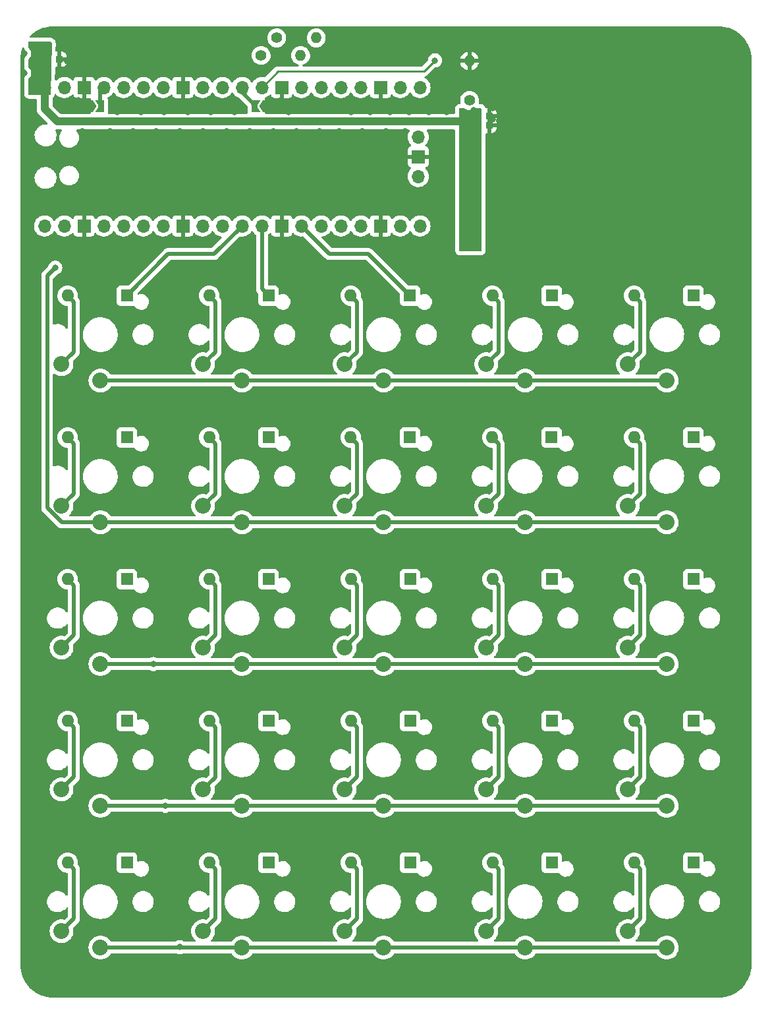
<source format=gbr>
%TF.GenerationSoftware,KiCad,Pcbnew,6.0.1-79c1e3a40b~116~ubuntu21.10.1*%
%TF.CreationDate,2022-03-13T19:18:56-06:00*%
%TF.ProjectId,Macropad,4d616372-6f70-4616-942e-6b696361645f,rev?*%
%TF.SameCoordinates,Original*%
%TF.FileFunction,Copper,L2,Bot*%
%TF.FilePolarity,Positive*%
%FSLAX46Y46*%
G04 Gerber Fmt 4.6, Leading zero omitted, Abs format (unit mm)*
G04 Created by KiCad (PCBNEW 6.0.1-79c1e3a40b~116~ubuntu21.10.1) date 2022-03-13 19:18:56*
%MOMM*%
%LPD*%
G01*
G04 APERTURE LIST*
G04 Aperture macros list*
%AMRoundRect*
0 Rectangle with rounded corners*
0 $1 Rounding radius*
0 $2 $3 $4 $5 $6 $7 $8 $9 X,Y pos of 4 corners*
0 Add a 4 corners polygon primitive as box body*
4,1,4,$2,$3,$4,$5,$6,$7,$8,$9,$2,$3,0*
0 Add four circle primitives for the rounded corners*
1,1,$1+$1,$2,$3*
1,1,$1+$1,$4,$5*
1,1,$1+$1,$6,$7*
1,1,$1+$1,$8,$9*
0 Add four rect primitives between the rounded corners*
20,1,$1+$1,$2,$3,$4,$5,0*
20,1,$1+$1,$4,$5,$6,$7,0*
20,1,$1+$1,$6,$7,$8,$9,0*
20,1,$1+$1,$8,$9,$2,$3,0*%
%AMFreePoly0*
4,1,6,1.000000,0.000000,0.500000,-0.750000,-0.500000,-0.750000,-0.500000,0.750000,0.500000,0.750000,1.000000,0.000000,1.000000,0.000000,$1*%
%AMFreePoly1*
4,1,6,0.500000,-0.750000,-0.650000,-0.750000,-0.150000,0.000000,-0.650000,0.750000,0.500000,0.750000,0.500000,-0.750000,0.500000,-0.750000,$1*%
G04 Aperture macros list end*
%TA.AperFunction,ComponentPad*%
%ADD10C,1.400000*%
%TD*%
%TA.AperFunction,ComponentPad*%
%ADD11O,1.400000X1.400000*%
%TD*%
%TA.AperFunction,SMDPad,CuDef*%
%ADD12RoundRect,0.225000X-0.225000X-0.250000X0.225000X-0.250000X0.225000X0.250000X-0.225000X0.250000X0*%
%TD*%
%TA.AperFunction,ComponentPad*%
%ADD13C,2.032000*%
%TD*%
%TA.AperFunction,ComponentPad*%
%ADD14R,1.600000X1.600000*%
%TD*%
%TA.AperFunction,ComponentPad*%
%ADD15O,1.600000X1.600000*%
%TD*%
%TA.AperFunction,ComponentPad*%
%ADD16O,1.700000X1.700000*%
%TD*%
%TA.AperFunction,ComponentPad*%
%ADD17R,1.700000X1.700000*%
%TD*%
%TA.AperFunction,SMDPad,CuDef*%
%ADD18FreePoly0,0.000000*%
%TD*%
%TA.AperFunction,SMDPad,CuDef*%
%ADD19FreePoly1,0.000000*%
%TD*%
%TA.AperFunction,SMDPad,CuDef*%
%ADD20FreePoly1,180.000000*%
%TD*%
%TA.AperFunction,SMDPad,CuDef*%
%ADD21FreePoly0,180.000000*%
%TD*%
%TA.AperFunction,ViaPad*%
%ADD22C,0.800000*%
%TD*%
%TA.AperFunction,Conductor*%
%ADD23C,0.500000*%
%TD*%
%TA.AperFunction,Conductor*%
%ADD24C,0.254000*%
%TD*%
%TA.AperFunction,Conductor*%
%ADD25C,1.000000*%
%TD*%
G04 APERTURE END LIST*
D10*
%TO.P,R3,1*%
%TO.N,Net-(R3-Pad1)*%
X130450000Y-41440000D03*
D11*
%TO.P,R3,2*%
%TO.N,GND*%
X130450000Y-36360000D03*
%TD*%
D12*
%TO.P,C6,2*%
%TO.N,GND*%
X132975000Y-44650000D03*
%TO.P,C6,1*%
%TO.N,VBUS*%
X131425000Y-44650000D03*
%TD*%
%TO.P,C5,2*%
%TO.N,GND*%
X132975000Y-43400000D03*
%TO.P,C5,1*%
%TO.N,VBUS*%
X131425000Y-43400000D03*
%TD*%
D13*
%TO.P,SW14,1*%
%TO.N,/Key Matrix/ROW4*%
X119400000Y-132000000D03*
%TO.P,SW14,2*%
%TO.N,Net-(D14-Pad2)*%
X114400000Y-129900000D03*
%TD*%
D14*
%TO.P,D1,1,K*%
%TO.N,/Key Matrix/COL1*%
X86410000Y-66500000D03*
D15*
%TO.P,D1,2,A*%
%TO.N,Net-(D1-Pad2)*%
X78790000Y-66500000D03*
%TD*%
D14*
%TO.P,D9,1,K*%
%TO.N,/Key Matrix/COL2*%
X104600000Y-121100000D03*
D15*
%TO.P,D9,2,A*%
%TO.N,Net-(D9-Pad2)*%
X96980000Y-121100000D03*
%TD*%
D13*
%TO.P,SW18,1*%
%TO.N,/Key Matrix/ROW3*%
X137600000Y-113800000D03*
%TO.P,SW18,2*%
%TO.N,Net-(D18-Pad2)*%
X132600000Y-111700000D03*
%TD*%
D14*
%TO.P,D25,1,K*%
%TO.N,/Key Matrix/COL5*%
X159210000Y-139300000D03*
D15*
%TO.P,D25,2,A*%
%TO.N,Net-(D25-Pad2)*%
X151590000Y-139300000D03*
%TD*%
D14*
%TO.P,D2,1,K*%
%TO.N,/Key Matrix/COL1*%
X86400000Y-84700000D03*
D15*
%TO.P,D2,2,A*%
%TO.N,Net-(D2-Pad2)*%
X78780000Y-84700000D03*
%TD*%
D13*
%TO.P,SW20,1*%
%TO.N,/Key Matrix/ROW5*%
X137600000Y-150200000D03*
%TO.P,SW20,2*%
%TO.N,Net-(D20-Pad2)*%
X132600000Y-148100000D03*
%TD*%
%TO.P,SW24,1*%
%TO.N,/Key Matrix/ROW4*%
X155800000Y-132000000D03*
%TO.P,SW24,2*%
%TO.N,Net-(D24-Pad2)*%
X150800000Y-129900000D03*
%TD*%
%TO.P,SW5,1*%
%TO.N,/Key Matrix/ROW5*%
X83000000Y-150200000D03*
%TO.P,SW5,2*%
%TO.N,Net-(D5-Pad2)*%
X78000000Y-148100000D03*
%TD*%
D14*
%TO.P,D5,1,K*%
%TO.N,/Key Matrix/COL1*%
X86410000Y-139300000D03*
D15*
%TO.P,D5,2,A*%
%TO.N,Net-(D5-Pad2)*%
X78790000Y-139300000D03*
%TD*%
D14*
%TO.P,D7,1,K*%
%TO.N,/Key Matrix/COL2*%
X104610000Y-84700000D03*
D15*
%TO.P,D7,2,A*%
%TO.N,Net-(D7-Pad2)*%
X96990000Y-84700000D03*
%TD*%
D16*
%TO.P,U1,1,GPIO0*%
%TO.N,/Key Matrix/ROW1*%
X75820000Y-57540000D03*
%TO.P,U1,2,GPIO1*%
%TO.N,/Key Matrix/ROW2*%
X78360000Y-57540000D03*
D17*
%TO.P,U1,3,GND*%
%TO.N,GND*%
X80900000Y-57540000D03*
D16*
%TO.P,U1,4,GPIO2*%
%TO.N,/Key Matrix/ROW3*%
X83440000Y-57540000D03*
%TO.P,U1,5,GPIO3*%
%TO.N,/Key Matrix/ROW4*%
X85980000Y-57540000D03*
%TO.P,U1,6,GPIO4*%
%TO.N,/Key Matrix/ROW5*%
X88520000Y-57540000D03*
%TO.P,U1,7,GPIO5*%
%TO.N,/Key Matrix/ROW6*%
X91060000Y-57540000D03*
D17*
%TO.P,U1,8,GND*%
%TO.N,GND*%
X93600000Y-57540000D03*
D16*
%TO.P,U1,9,GPIO6*%
%TO.N,/Key Matrix/ROW7*%
X96140000Y-57540000D03*
%TO.P,U1,10,GPIO7*%
%TO.N,/Key Matrix/ROW8*%
X98680000Y-57540000D03*
%TO.P,U1,11,GPIO8*%
%TO.N,/Key Matrix/COL1*%
X101220000Y-57540000D03*
%TO.P,U1,12,GPIO9*%
%TO.N,/Key Matrix/COL2*%
X103760000Y-57540000D03*
D17*
%TO.P,U1,13,GND*%
%TO.N,GND*%
X106300000Y-57540000D03*
D16*
%TO.P,U1,14,GPIO10*%
%TO.N,/Key Matrix/COL3*%
X108840000Y-57540000D03*
%TO.P,U1,15,GPIO11*%
%TO.N,/Key Matrix/COL4*%
X111380000Y-57540000D03*
%TO.P,U1,16,GPIO12*%
%TO.N,/Key Matrix/COL5*%
X113920000Y-57540000D03*
%TO.P,U1,17,GPIO13*%
%TO.N,/Key Matrix/COL6*%
X116460000Y-57540000D03*
D17*
%TO.P,U1,18,GND*%
%TO.N,GND*%
X119000000Y-57540000D03*
D16*
%TO.P,U1,19,GPIO14*%
%TO.N,/Key Matrix/COL7*%
X121540000Y-57540000D03*
%TO.P,U1,20,GPIO15*%
%TO.N,/Key Matrix/COL8*%
X124080000Y-57540000D03*
%TO.P,U1,21,GPIO16*%
%TO.N,/Pico/SPI0.MISO*%
X124080000Y-39760000D03*
%TO.P,U1,22,GPIO17*%
%TO.N,/Pico/SPI0.B_CS*%
X121540000Y-39760000D03*
D17*
%TO.P,U1,23,GND*%
%TO.N,GND*%
X119000000Y-39760000D03*
D16*
%TO.P,U1,24,GPIO18*%
%TO.N,/Pico/SPI0.SCK*%
X116460000Y-39760000D03*
%TO.P,U1,25,GPIO19*%
%TO.N,/Pico/SPI0.MOSI*%
X113920000Y-39760000D03*
%TO.P,U1,26,GPIO20*%
%TO.N,/LED Matrix/I2C1.SDA*%
X111380000Y-39760000D03*
%TO.P,U1,27,GPIO21*%
%TO.N,/LED Matrix/I2C1.SCL*%
X108840000Y-39760000D03*
D17*
%TO.P,U1,28,GND*%
%TO.N,GND*%
X106300000Y-39760000D03*
D16*
%TO.P,U1,29,GPIO22*%
%TO.N,/LED Matrix/~{SDB}*%
X103760000Y-39760000D03*
%TO.P,U1,30,RUN*%
%TO.N,Net-(JP1-Pad2)*%
X101220000Y-39760000D03*
%TO.P,U1,31,GPIO26_ADC0*%
%TO.N,unconnected-(U1-Pad31)*%
X98680000Y-39760000D03*
%TO.P,U1,32,GPIO27_ADC1*%
%TO.N,unconnected-(U1-Pad32)*%
X96140000Y-39760000D03*
D17*
%TO.P,U1,33,AGND*%
%TO.N,GND*%
X93600000Y-39760000D03*
D16*
%TO.P,U1,34,GPIO28_ADC2*%
%TO.N,unconnected-(U1-Pad34)*%
X91060000Y-39760000D03*
%TO.P,U1,35,ADC_VREF*%
%TO.N,Net-(C4-Pad1)*%
X88520000Y-39760000D03*
%TO.P,U1,36,3V3*%
%TO.N,+3V3*%
X85980000Y-39760000D03*
%TO.P,U1,37,3V3_EN*%
%TO.N,Net-(JP2-Pad2)*%
X83440000Y-39760000D03*
D17*
%TO.P,U1,38,GND*%
%TO.N,GND*%
X80900000Y-39760000D03*
D16*
%TO.P,U1,39,VSYS*%
%TO.N,unconnected-(U1-Pad39)*%
X78360000Y-39760000D03*
%TO.P,U1,40,VBUS*%
%TO.N,VBUS*%
X75820000Y-39760000D03*
%TO.P,U1,41,SWCLK*%
%TO.N,unconnected-(U1-Pad41)*%
X123850000Y-51190000D03*
D17*
%TO.P,U1,42,GND*%
%TO.N,GND*%
X123850000Y-48650000D03*
D16*
%TO.P,U1,43,SWDIO*%
%TO.N,unconnected-(U1-Pad43)*%
X123850000Y-46110000D03*
%TD*%
D13*
%TO.P,SW16,1*%
%TO.N,/Key Matrix/ROW1*%
X137600000Y-77400000D03*
%TO.P,SW16,2*%
%TO.N,Net-(D16-Pad2)*%
X132600000Y-75300000D03*
%TD*%
%TO.P,SW25,1*%
%TO.N,/Key Matrix/ROW5*%
X155800000Y-150200000D03*
%TO.P,SW25,2*%
%TO.N,Net-(D25-Pad2)*%
X150800000Y-148100000D03*
%TD*%
D14*
%TO.P,D16,1,K*%
%TO.N,/Key Matrix/COL4*%
X141010000Y-66500000D03*
D15*
%TO.P,D16,2,A*%
%TO.N,Net-(D16-Pad2)*%
X133390000Y-66500000D03*
%TD*%
D13*
%TO.P,SW13,1*%
%TO.N,/Key Matrix/ROW3*%
X119400000Y-113800000D03*
%TO.P,SW13,2*%
%TO.N,Net-(D13-Pad2)*%
X114400000Y-111700000D03*
%TD*%
%TO.P,SW9,1*%
%TO.N,/Key Matrix/ROW4*%
X101200000Y-132000000D03*
%TO.P,SW9,2*%
%TO.N,Net-(D9-Pad2)*%
X96200000Y-129900000D03*
%TD*%
D14*
%TO.P,D4,1,K*%
%TO.N,/Key Matrix/COL1*%
X86410000Y-121100000D03*
D15*
%TO.P,D4,2,A*%
%TO.N,Net-(D4-Pad2)*%
X78790000Y-121100000D03*
%TD*%
D13*
%TO.P,SW19,1*%
%TO.N,/Key Matrix/ROW4*%
X137600000Y-132000000D03*
%TO.P,SW19,2*%
%TO.N,Net-(D19-Pad2)*%
X132600000Y-129900000D03*
%TD*%
D12*
%TO.P,C1,2*%
%TO.N,GND*%
X77725000Y-36150000D03*
%TO.P,C1,1*%
%TO.N,VBUS*%
X76175000Y-36150000D03*
%TD*%
D14*
%TO.P,D19,1,K*%
%TO.N,/Key Matrix/COL4*%
X141010000Y-121100000D03*
D15*
%TO.P,D19,2,A*%
%TO.N,Net-(D19-Pad2)*%
X133390000Y-121100000D03*
%TD*%
D14*
%TO.P,D10,1,K*%
%TO.N,/Key Matrix/COL2*%
X104610000Y-139300000D03*
D15*
%TO.P,D10,2,A*%
%TO.N,Net-(D10-Pad2)*%
X96990000Y-139300000D03*
%TD*%
D14*
%TO.P,D21,1,K*%
%TO.N,/Key Matrix/COL5*%
X159210000Y-66500000D03*
D15*
%TO.P,D21,2,A*%
%TO.N,Net-(D21-Pad2)*%
X151590000Y-66500000D03*
%TD*%
D14*
%TO.P,D15,1,K*%
%TO.N,/Key Matrix/COL3*%
X122810000Y-139300000D03*
D15*
%TO.P,D15,2,A*%
%TO.N,Net-(D15-Pad2)*%
X115190000Y-139300000D03*
%TD*%
D13*
%TO.P,SW10,1*%
%TO.N,/Key Matrix/ROW5*%
X101200000Y-150200000D03*
%TO.P,SW10,2*%
%TO.N,Net-(D10-Pad2)*%
X96200000Y-148100000D03*
%TD*%
%TO.P,SW6,1*%
%TO.N,/Key Matrix/ROW1*%
X101200000Y-77400000D03*
%TO.P,SW6,2*%
%TO.N,Net-(D6-Pad2)*%
X96200000Y-75300000D03*
%TD*%
D14*
%TO.P,D24,1,K*%
%TO.N,/Key Matrix/COL5*%
X159210000Y-121100000D03*
D15*
%TO.P,D24,2,A*%
%TO.N,Net-(D24-Pad2)*%
X151590000Y-121100000D03*
%TD*%
D13*
%TO.P,SW15,1*%
%TO.N,/Key Matrix/ROW5*%
X119400000Y-150200000D03*
%TO.P,SW15,2*%
%TO.N,Net-(D15-Pad2)*%
X114400000Y-148100000D03*
%TD*%
%TO.P,SW7,1*%
%TO.N,/Key Matrix/ROW2*%
X101200000Y-95600000D03*
%TO.P,SW7,2*%
%TO.N,Net-(D7-Pad2)*%
X96200000Y-93500000D03*
%TD*%
%TO.P,SW11,1*%
%TO.N,/Key Matrix/ROW1*%
X119400000Y-77400000D03*
%TO.P,SW11,2*%
%TO.N,Net-(D11-Pad2)*%
X114400000Y-75300000D03*
%TD*%
%TO.P,SW3,1*%
%TO.N,/Key Matrix/ROW3*%
X83000000Y-113800000D03*
%TO.P,SW3,2*%
%TO.N,Net-(D3-Pad2)*%
X78000000Y-111700000D03*
%TD*%
%TO.P,SW8,1*%
%TO.N,/Key Matrix/ROW3*%
X101200000Y-113800000D03*
%TO.P,SW8,2*%
%TO.N,Net-(D8-Pad2)*%
X96200000Y-111700000D03*
%TD*%
D14*
%TO.P,D13,1,K*%
%TO.N,/Key Matrix/COL3*%
X122810000Y-102900000D03*
D15*
%TO.P,D13,2,A*%
%TO.N,Net-(D13-Pad2)*%
X115190000Y-102900000D03*
%TD*%
D13*
%TO.P,SW21,1*%
%TO.N,/Key Matrix/ROW1*%
X155800000Y-77400000D03*
%TO.P,SW21,2*%
%TO.N,Net-(D21-Pad2)*%
X150800000Y-75300000D03*
%TD*%
%TO.P,SW22,1*%
%TO.N,/Key Matrix/ROW2*%
X155800000Y-95600000D03*
%TO.P,SW22,2*%
%TO.N,Net-(D22-Pad2)*%
X150800000Y-93500000D03*
%TD*%
%TO.P,SW2,1*%
%TO.N,/Key Matrix/ROW2*%
X83000000Y-95600000D03*
%TO.P,SW2,2*%
%TO.N,Net-(D2-Pad2)*%
X78000000Y-93500000D03*
%TD*%
D14*
%TO.P,D17,1,K*%
%TO.N,/Key Matrix/COL4*%
X141000000Y-84700000D03*
D15*
%TO.P,D17,2,A*%
%TO.N,Net-(D17-Pad2)*%
X133380000Y-84700000D03*
%TD*%
D13*
%TO.P,SW23,1*%
%TO.N,/Key Matrix/ROW3*%
X155800000Y-113800000D03*
%TO.P,SW23,2*%
%TO.N,Net-(D23-Pad2)*%
X150800000Y-111700000D03*
%TD*%
D14*
%TO.P,D11,1,K*%
%TO.N,/Key Matrix/COL3*%
X122800000Y-66500000D03*
D15*
%TO.P,D11,2,A*%
%TO.N,Net-(D11-Pad2)*%
X115180000Y-66500000D03*
%TD*%
D13*
%TO.P,SW12,1*%
%TO.N,/Key Matrix/ROW2*%
X119400000Y-95600000D03*
%TO.P,SW12,2*%
%TO.N,Net-(D12-Pad2)*%
X114400000Y-93500000D03*
%TD*%
%TO.P,SW17,1*%
%TO.N,/Key Matrix/ROW2*%
X137600000Y-95600000D03*
%TO.P,SW17,2*%
%TO.N,Net-(D17-Pad2)*%
X132600000Y-93500000D03*
%TD*%
D14*
%TO.P,D3,1,K*%
%TO.N,/Key Matrix/COL1*%
X86410000Y-102900000D03*
D15*
%TO.P,D3,2,A*%
%TO.N,Net-(D3-Pad2)*%
X78790000Y-102900000D03*
%TD*%
D13*
%TO.P,SW4,1*%
%TO.N,/Key Matrix/ROW4*%
X83000000Y-132000000D03*
%TO.P,SW4,2*%
%TO.N,Net-(D4-Pad2)*%
X78000000Y-129900000D03*
%TD*%
D10*
%TO.P,R2,1*%
%TO.N,+3V3*%
X103660000Y-35650000D03*
D11*
%TO.P,R2,2*%
%TO.N,/LED Matrix/I2C1.SCL*%
X108740000Y-35650000D03*
%TD*%
D14*
%TO.P,D8,1,K*%
%TO.N,/Key Matrix/COL2*%
X104610000Y-102900000D03*
D15*
%TO.P,D8,2,A*%
%TO.N,Net-(D8-Pad2)*%
X96990000Y-102900000D03*
%TD*%
D14*
%TO.P,D23,1,K*%
%TO.N,/Key Matrix/COL5*%
X159210000Y-102900000D03*
D15*
%TO.P,D23,2,A*%
%TO.N,Net-(D23-Pad2)*%
X151590000Y-102900000D03*
%TD*%
D14*
%TO.P,D6,1,K*%
%TO.N,/Key Matrix/COL2*%
X104610000Y-66500000D03*
D15*
%TO.P,D6,2,A*%
%TO.N,Net-(D6-Pad2)*%
X96990000Y-66500000D03*
%TD*%
D14*
%TO.P,D18,1,K*%
%TO.N,/Key Matrix/COL4*%
X141010000Y-102900000D03*
D15*
%TO.P,D18,2,A*%
%TO.N,Net-(D18-Pad2)*%
X133390000Y-102900000D03*
%TD*%
D10*
%TO.P,R1,1*%
%TO.N,+3V3*%
X105660000Y-33400000D03*
D11*
%TO.P,R1,2*%
%TO.N,/LED Matrix/I2C1.SDA*%
X110740000Y-33400000D03*
%TD*%
D14*
%TO.P,D20,1,K*%
%TO.N,/Key Matrix/COL4*%
X141010000Y-139300000D03*
D15*
%TO.P,D20,2,A*%
%TO.N,Net-(D20-Pad2)*%
X133390000Y-139300000D03*
%TD*%
D14*
%TO.P,D12,1,K*%
%TO.N,/Key Matrix/COL3*%
X122800000Y-84700000D03*
D15*
%TO.P,D12,2,A*%
%TO.N,Net-(D12-Pad2)*%
X115180000Y-84700000D03*
%TD*%
D14*
%TO.P,D14,1,K*%
%TO.N,/Key Matrix/COL3*%
X122810000Y-121100000D03*
D15*
%TO.P,D14,2,A*%
%TO.N,Net-(D14-Pad2)*%
X115190000Y-121100000D03*
%TD*%
D13*
%TO.P,SW1,1*%
%TO.N,/Key Matrix/ROW1*%
X83000000Y-77400000D03*
%TO.P,SW1,2*%
%TO.N,Net-(D1-Pad2)*%
X78000000Y-75300000D03*
%TD*%
D14*
%TO.P,D22,1,K*%
%TO.N,/Key Matrix/COL5*%
X159210000Y-84700000D03*
D15*
%TO.P,D22,2,A*%
%TO.N,Net-(D22-Pad2)*%
X151590000Y-84700000D03*
%TD*%
D18*
%TO.P,JP2,1,A*%
%TO.N,GND*%
X81500000Y-42150000D03*
D19*
%TO.P,JP2,2,B*%
%TO.N,Net-(JP2-Pad2)*%
X82950000Y-42150000D03*
%TD*%
D20*
%TO.P,JP1,2,B*%
%TO.N,Net-(JP1-Pad2)*%
X102975000Y-42150000D03*
D21*
%TO.P,JP1,1,A*%
%TO.N,GND*%
X104425000Y-42150000D03*
%TD*%
D22*
%TO.N,/Key Matrix/ROW5*%
X93200000Y-150150000D03*
%TO.N,GND*%
X127500000Y-41400000D03*
X127500000Y-38000000D03*
X125900000Y-38000000D03*
X127500000Y-60500000D03*
X125800000Y-60500000D03*
%TO.N,/LED Matrix/~{SDB}*%
X126000000Y-36300000D03*
%TO.N,VBUS*%
X129700000Y-59900000D03*
X129700000Y-58400000D03*
X129700000Y-56900000D03*
X129700000Y-55400000D03*
X129700000Y-53900000D03*
X129700000Y-52400000D03*
X129700000Y-50900000D03*
X129700000Y-49400000D03*
X129700000Y-47900000D03*
X129700000Y-46300000D03*
%TO.N,GND*%
X122950000Y-55900000D03*
X120700000Y-55900000D03*
X117450000Y-55900000D03*
X115200000Y-55900000D03*
X112700000Y-55900000D03*
X110200000Y-55900000D03*
X107950000Y-55900000D03*
X104700000Y-55900000D03*
X102450000Y-55900000D03*
X99950000Y-55900000D03*
X97450000Y-55900000D03*
X95200000Y-55900000D03*
X91950000Y-55900000D03*
X89700000Y-56150000D03*
X87200000Y-56150000D03*
X84700000Y-56150000D03*
X82450000Y-56150000D03*
X80950000Y-55400000D03*
X121700000Y-48650000D03*
X122200000Y-45400000D03*
X119700000Y-45400000D03*
X116700000Y-45400000D03*
X113700000Y-45400000D03*
X111200000Y-45400000D03*
X108200000Y-45400000D03*
X105200000Y-45400000D03*
X102200000Y-45400000D03*
X99200000Y-45400000D03*
X96200000Y-45400000D03*
X93200000Y-45400000D03*
X90200000Y-45400000D03*
X87200000Y-45400000D03*
X84200000Y-45400000D03*
X80700000Y-45400000D03*
X125700000Y-41400000D03*
X123200000Y-41400000D03*
X120700000Y-41400000D03*
X117700000Y-41400000D03*
X115200000Y-41400000D03*
X127500000Y-42900000D03*
X125200000Y-42900000D03*
X122700000Y-42900000D03*
X120200000Y-42900000D03*
X117700000Y-42900000D03*
X115200000Y-42900000D03*
X107200000Y-42900000D03*
X109700000Y-42400000D03*
X108200000Y-41400000D03*
X106200000Y-41400000D03*
X100200000Y-41400000D03*
X97700000Y-41400000D03*
X95200000Y-41400000D03*
X92200000Y-41400000D03*
X89700000Y-41400000D03*
X87200000Y-41400000D03*
X84700000Y-41400000D03*
X100200000Y-42900000D03*
X97200000Y-42900000D03*
X94200000Y-42900000D03*
X91200000Y-42900000D03*
X88200000Y-42900000D03*
X85200000Y-42900000D03*
X134950000Y-43900000D03*
X133450000Y-43900000D03*
X134950000Y-42400000D03*
X133450000Y-42400000D03*
%TO.N,VBUS*%
X130950000Y-42650000D03*
%TO.N,GND*%
X80200000Y-42650000D03*
X80200000Y-41400000D03*
X75450000Y-44150000D03*
X74450000Y-41900000D03*
X73200000Y-41900000D03*
X73200000Y-37900000D03*
X73200000Y-35400000D03*
X91950000Y-36150000D03*
X82200000Y-36400000D03*
X78700000Y-36400000D03*
%TO.N,/Key Matrix/ROW2*%
X77200000Y-62900000D03*
%TO.N,/Key Matrix/ROW3*%
X89800000Y-113800000D03*
%TO.N,/Key Matrix/ROW4*%
X91350000Y-132000000D03*
%TD*%
D23*
%TO.N,/Key Matrix/COL1*%
X101220000Y-57540000D02*
X97610000Y-61150000D01*
X97610000Y-61150000D02*
X91700000Y-61150000D01*
X91700000Y-61150000D02*
X86410000Y-66440000D01*
X86410000Y-66440000D02*
X86410000Y-66500000D01*
%TO.N,/Key Matrix/COL3*%
X108840000Y-57540000D02*
X112450000Y-61150000D01*
X112450000Y-61150000D02*
X117450000Y-61150000D01*
X117450000Y-61150000D02*
X122800000Y-66500000D01*
D24*
%TO.N,/LED Matrix/~{SDB}*%
X126000000Y-36300000D02*
X124600000Y-37700000D01*
X124600000Y-37700000D02*
X105820000Y-37700000D01*
X105820000Y-37700000D02*
X103760000Y-39760000D01*
D23*
%TO.N,/Key Matrix/COL2*%
X103760000Y-57540000D02*
X103760000Y-65650000D01*
X103760000Y-65650000D02*
X104610000Y-66500000D01*
D25*
%TO.N,VBUS*%
X77450000Y-44150000D02*
X130675000Y-44150000D01*
X75820000Y-39760000D02*
X75820000Y-42520000D01*
X75820000Y-42520000D02*
X77450000Y-44150000D01*
X130675000Y-44150000D02*
X131425000Y-43400000D01*
D23*
%TO.N,Net-(JP2-Pad2)*%
X82950000Y-42150000D02*
X82950000Y-40250000D01*
X82950000Y-40250000D02*
X83440000Y-39760000D01*
%TO.N,Net-(JP1-Pad2)*%
X101220000Y-39760000D02*
X101220000Y-40395000D01*
X101220000Y-40395000D02*
X102975000Y-42150000D01*
%TO.N,Net-(D1-Pad2)*%
X79589999Y-67299999D02*
X79589999Y-73710001D01*
X79589999Y-73710001D02*
X78000000Y-75300000D01*
X78790000Y-66500000D02*
X79589999Y-67299999D01*
%TO.N,Net-(D2-Pad2)*%
X78780000Y-84700000D02*
X79579999Y-85499999D01*
X79579999Y-85499999D02*
X79579999Y-91920001D01*
X79579999Y-91920001D02*
X78000000Y-93500000D01*
%TO.N,Net-(D3-Pad2)*%
X79589999Y-103699999D02*
X79589999Y-110110001D01*
X79589999Y-110110001D02*
X78000000Y-111700000D01*
X78790000Y-102900000D02*
X79589999Y-103699999D01*
%TO.N,Net-(D4-Pad2)*%
X78790000Y-121100000D02*
X79589999Y-121899999D01*
X79589999Y-128310001D02*
X78000000Y-129900000D01*
X79589999Y-121899999D02*
X79589999Y-128310001D01*
%TO.N,Net-(D5-Pad2)*%
X79589999Y-140099999D02*
X79589999Y-146510001D01*
X78790000Y-139300000D02*
X79589999Y-140099999D01*
X79589999Y-146510001D02*
X78000000Y-148100000D01*
%TO.N,Net-(D6-Pad2)*%
X96990000Y-66500000D02*
X97789999Y-67299999D01*
X97789999Y-67299999D02*
X97789999Y-73710001D01*
X97789999Y-73710001D02*
X96200000Y-75300000D01*
%TO.N,Net-(D7-Pad2)*%
X96990000Y-84700000D02*
X97789999Y-85499999D01*
X97789999Y-91910001D02*
X96200000Y-93500000D01*
X97789999Y-85499999D02*
X97789999Y-91910001D01*
%TO.N,Net-(D8-Pad2)*%
X96990000Y-102900000D02*
X97789999Y-103699999D01*
X97789999Y-110110001D02*
X96200000Y-111700000D01*
X97789999Y-103699999D02*
X97789999Y-110110001D01*
%TO.N,Net-(D9-Pad2)*%
X96980000Y-121100000D02*
X97779999Y-121899999D01*
X97779999Y-121899999D02*
X97779999Y-128320001D01*
X97779999Y-128320001D02*
X96200000Y-129900000D01*
%TO.N,Net-(D10-Pad2)*%
X96990000Y-139300000D02*
X97789999Y-140099999D01*
X97789999Y-146510001D02*
X96200000Y-148100000D01*
X97789999Y-140099999D02*
X97789999Y-146510001D01*
%TO.N,Net-(D11-Pad2)*%
X115979999Y-73720001D02*
X114400000Y-75300000D01*
X115979999Y-67299999D02*
X115979999Y-73720001D01*
X115180000Y-66500000D02*
X115979999Y-67299999D01*
%TO.N,Net-(D12-Pad2)*%
X115979999Y-85499999D02*
X115979999Y-91920001D01*
X115180000Y-84700000D02*
X115979999Y-85499999D01*
X115979999Y-91920001D02*
X114400000Y-93500000D01*
%TO.N,Net-(D13-Pad2)*%
X115190000Y-102900000D02*
X115989999Y-103699999D01*
X115989999Y-103699999D02*
X115989999Y-110110001D01*
X115989999Y-110110001D02*
X114400000Y-111700000D01*
%TO.N,Net-(D14-Pad2)*%
X115190000Y-121100000D02*
X115989999Y-121899999D01*
X115989999Y-121899999D02*
X115989999Y-128310001D01*
X115989999Y-128310001D02*
X114400000Y-129900000D01*
%TO.N,Net-(D15-Pad2)*%
X115989999Y-140099999D02*
X115989999Y-146510001D01*
X115190000Y-139300000D02*
X115989999Y-140099999D01*
X115989999Y-146510001D02*
X114400000Y-148100000D01*
%TO.N,Net-(D16-Pad2)*%
X134189999Y-67299999D02*
X134189999Y-73710001D01*
X134189999Y-73710001D02*
X132600000Y-75300000D01*
X133390000Y-66500000D02*
X134189999Y-67299999D01*
%TO.N,Net-(D17-Pad2)*%
X134179999Y-91920001D02*
X132600000Y-93500000D01*
X133380000Y-84700000D02*
X134179999Y-85499999D01*
X134179999Y-85499999D02*
X134179999Y-91920001D01*
%TO.N,Net-(D18-Pad2)*%
X133390000Y-102900000D02*
X134189999Y-103699999D01*
X134189999Y-103699999D02*
X134189999Y-110110001D01*
X134189999Y-110110001D02*
X132600000Y-111700000D01*
%TO.N,Net-(D19-Pad2)*%
X133390000Y-121100000D02*
X134189999Y-121899999D01*
X134189999Y-128310001D02*
X132600000Y-129900000D01*
X134189999Y-121899999D02*
X134189999Y-128310001D01*
%TO.N,Net-(D20-Pad2)*%
X133390000Y-139300000D02*
X134189999Y-140099999D01*
X134189999Y-146510001D02*
X132600000Y-148100000D01*
X134189999Y-140099999D02*
X134189999Y-146510001D01*
%TO.N,Net-(D21-Pad2)*%
X152389999Y-73710001D02*
X150800000Y-75300000D01*
X152389999Y-67299999D02*
X152389999Y-73710001D01*
X151590000Y-66500000D02*
X152389999Y-67299999D01*
%TO.N,Net-(D22-Pad2)*%
X151590000Y-84700000D02*
X152389999Y-85499999D01*
X152389999Y-85499999D02*
X152389999Y-91910001D01*
X152389999Y-91910001D02*
X150800000Y-93500000D01*
%TO.N,Net-(D23-Pad2)*%
X152389999Y-110110001D02*
X150800000Y-111700000D01*
X151590000Y-102900000D02*
X152389999Y-103699999D01*
X152389999Y-103699999D02*
X152389999Y-110110001D01*
%TO.N,Net-(D24-Pad2)*%
X151590000Y-121100000D02*
X152389999Y-121899999D01*
X152389999Y-128310001D02*
X150800000Y-129900000D01*
X152389999Y-121899999D02*
X152389999Y-128310001D01*
%TO.N,Net-(D25-Pad2)*%
X151590000Y-139300000D02*
X152389999Y-140099999D01*
X152389999Y-146510001D02*
X150800000Y-148100000D01*
X152389999Y-140099999D02*
X152389999Y-146510001D01*
%TO.N,/Key Matrix/ROW1*%
X83000000Y-77400000D02*
X155800000Y-77400000D01*
%TO.N,/Key Matrix/ROW2*%
X155800000Y-95600000D02*
X83000000Y-95600000D01*
X77200000Y-62900000D02*
X76149579Y-63950421D01*
X76149579Y-93722126D02*
X78027453Y-95600000D01*
X76149579Y-63950421D02*
X76149579Y-93722126D01*
X78027453Y-95600000D02*
X83000000Y-95600000D01*
%TO.N,/Key Matrix/ROW3*%
X83000000Y-113800000D02*
X89800000Y-113800000D01*
X89800000Y-113800000D02*
X155800000Y-113800000D01*
%TO.N,/Key Matrix/ROW4*%
X155800000Y-132000000D02*
X91350000Y-132000000D01*
X91350000Y-132000000D02*
X83000000Y-132000000D01*
%TO.N,/Key Matrix/ROW5*%
X155800000Y-150200000D02*
X83000000Y-150200000D01*
%TD*%
%TA.AperFunction,Conductor*%
%TO.N,GND*%
G36*
X162420057Y-31909500D02*
G01*
X162434858Y-31911805D01*
X162434861Y-31911805D01*
X162443730Y-31913186D01*
X162463626Y-31910584D01*
X162485784Y-31909654D01*
X162835584Y-31925827D01*
X162847173Y-31926901D01*
X163223701Y-31979424D01*
X163235141Y-31981563D01*
X163605217Y-32068604D01*
X163616393Y-32071784D01*
X163796632Y-32132194D01*
X163976863Y-32192602D01*
X163987715Y-32196806D01*
X164335497Y-32350367D01*
X164345902Y-32355547D01*
X164678048Y-32540551D01*
X164687925Y-32546667D01*
X165001570Y-32761519D01*
X165010858Y-32768533D01*
X165303342Y-33011408D01*
X165311942Y-33019249D01*
X165580751Y-33288058D01*
X165588592Y-33296658D01*
X165831467Y-33589142D01*
X165838481Y-33598430D01*
X166053333Y-33912075D01*
X166059449Y-33921952D01*
X166244453Y-34254098D01*
X166249633Y-34264503D01*
X166403194Y-34612285D01*
X166407398Y-34623137D01*
X166438382Y-34715580D01*
X166509616Y-34928111D01*
X166528213Y-34983598D01*
X166531396Y-34994783D01*
X166588178Y-35236207D01*
X166618437Y-35364859D01*
X166620576Y-35376299D01*
X166673099Y-35752827D01*
X166674173Y-35764416D01*
X166690003Y-36106816D01*
X166688638Y-36132015D01*
X166686814Y-36143730D01*
X166687978Y-36152632D01*
X166687978Y-36152635D01*
X166690936Y-36175251D01*
X166692000Y-36191589D01*
X166692000Y-152350672D01*
X166690500Y-152370056D01*
X166686814Y-152393730D01*
X166688454Y-152406270D01*
X166689416Y-152413626D01*
X166690346Y-152435784D01*
X166674173Y-152785584D01*
X166673099Y-152797173D01*
X166620576Y-153173701D01*
X166618437Y-153185141D01*
X166531398Y-153555208D01*
X166528213Y-153566402D01*
X166407398Y-153926863D01*
X166403194Y-153937715D01*
X166249633Y-154285497D01*
X166244453Y-154295902D01*
X166059449Y-154628048D01*
X166053333Y-154637925D01*
X165838481Y-154951570D01*
X165831467Y-154960858D01*
X165588592Y-155253342D01*
X165580751Y-155261942D01*
X165311942Y-155530751D01*
X165303342Y-155538592D01*
X165010858Y-155781467D01*
X165001570Y-155788481D01*
X164687925Y-156003333D01*
X164678048Y-156009449D01*
X164345902Y-156194453D01*
X164335497Y-156199633D01*
X163987715Y-156353194D01*
X163976863Y-156357398D01*
X163796632Y-156417806D01*
X163616393Y-156478216D01*
X163605217Y-156481396D01*
X163301421Y-156552848D01*
X163235141Y-156568437D01*
X163223701Y-156570576D01*
X162847173Y-156623099D01*
X162835584Y-156624173D01*
X162493184Y-156640003D01*
X162467985Y-156638638D01*
X162465142Y-156638195D01*
X162465140Y-156638195D01*
X162456270Y-156636814D01*
X162447368Y-156637978D01*
X162447365Y-156637978D01*
X162424749Y-156640936D01*
X162408411Y-156642000D01*
X76999328Y-156642000D01*
X76979943Y-156640500D01*
X76965142Y-156638195D01*
X76965139Y-156638195D01*
X76956270Y-156636814D01*
X76937105Y-156639320D01*
X76936374Y-156639416D01*
X76914216Y-156640346D01*
X76564416Y-156624173D01*
X76552827Y-156623099D01*
X76176299Y-156570576D01*
X76164859Y-156568437D01*
X76098579Y-156552848D01*
X75794783Y-156481396D01*
X75783607Y-156478216D01*
X75603368Y-156417806D01*
X75423137Y-156357398D01*
X75412285Y-156353194D01*
X75064503Y-156199633D01*
X75054098Y-156194453D01*
X74721952Y-156009449D01*
X74712075Y-156003333D01*
X74398430Y-155788481D01*
X74389142Y-155781467D01*
X74096658Y-155538592D01*
X74088058Y-155530751D01*
X73819249Y-155261942D01*
X73811408Y-155253342D01*
X73568533Y-154960858D01*
X73561519Y-154951570D01*
X73346667Y-154637925D01*
X73340551Y-154628048D01*
X73155547Y-154295902D01*
X73150367Y-154285497D01*
X72996806Y-153937715D01*
X72992602Y-153926863D01*
X72871787Y-153566402D01*
X72868602Y-153555208D01*
X72781563Y-153185141D01*
X72779424Y-153173701D01*
X72726901Y-152797173D01*
X72725827Y-152785584D01*
X72709997Y-152443184D01*
X72711362Y-152417985D01*
X72711805Y-152415142D01*
X72711805Y-152415140D01*
X72713186Y-152406270D01*
X72711547Y-152393730D01*
X72709064Y-152374749D01*
X72708000Y-152358411D01*
X72708000Y-150200000D01*
X81470786Y-150200000D01*
X81489613Y-150439222D01*
X81490767Y-150444029D01*
X81490768Y-150444035D01*
X81526043Y-150590963D01*
X81545631Y-150672553D01*
X81637460Y-150894249D01*
X81762840Y-151098849D01*
X81918682Y-151281318D01*
X82101151Y-151437160D01*
X82305751Y-151562540D01*
X82310321Y-151564433D01*
X82310323Y-151564434D01*
X82522874Y-151652475D01*
X82527447Y-151654369D01*
X82609037Y-151673957D01*
X82755965Y-151709232D01*
X82755971Y-151709233D01*
X82760778Y-151710387D01*
X83000000Y-151729214D01*
X83239222Y-151710387D01*
X83244029Y-151709233D01*
X83244035Y-151709232D01*
X83390963Y-151673957D01*
X83472553Y-151654369D01*
X83477126Y-151652475D01*
X83689677Y-151564434D01*
X83689679Y-151564433D01*
X83694249Y-151562540D01*
X83898849Y-151437160D01*
X84081318Y-151281318D01*
X84237160Y-151098849D01*
X84286299Y-151018662D01*
X84338944Y-150971034D01*
X84393729Y-150958500D01*
X92755506Y-150958500D01*
X92806755Y-150969393D01*
X92917712Y-151018794D01*
X93011113Y-151038647D01*
X93098056Y-151057128D01*
X93098061Y-151057128D01*
X93104513Y-151058500D01*
X93295487Y-151058500D01*
X93301939Y-151057128D01*
X93301944Y-151057128D01*
X93388887Y-151038647D01*
X93482288Y-151018794D01*
X93593245Y-150969393D01*
X93644494Y-150958500D01*
X99806271Y-150958500D01*
X99874392Y-150978502D01*
X99913700Y-151018661D01*
X99962840Y-151098849D01*
X100118682Y-151281318D01*
X100301151Y-151437160D01*
X100505751Y-151562540D01*
X100510321Y-151564433D01*
X100510323Y-151564434D01*
X100722874Y-151652475D01*
X100727447Y-151654369D01*
X100809037Y-151673957D01*
X100955965Y-151709232D01*
X100955971Y-151709233D01*
X100960778Y-151710387D01*
X101200000Y-151729214D01*
X101439222Y-151710387D01*
X101444029Y-151709233D01*
X101444035Y-151709232D01*
X101590963Y-151673957D01*
X101672553Y-151654369D01*
X101677126Y-151652475D01*
X101889677Y-151564434D01*
X101889679Y-151564433D01*
X101894249Y-151562540D01*
X102098849Y-151437160D01*
X102281318Y-151281318D01*
X102437160Y-151098849D01*
X102486299Y-151018662D01*
X102538944Y-150971034D01*
X102593729Y-150958500D01*
X118006271Y-150958500D01*
X118074392Y-150978502D01*
X118113700Y-151018661D01*
X118162840Y-151098849D01*
X118318682Y-151281318D01*
X118501151Y-151437160D01*
X118705751Y-151562540D01*
X118710321Y-151564433D01*
X118710323Y-151564434D01*
X118922874Y-151652475D01*
X118927447Y-151654369D01*
X119009037Y-151673957D01*
X119155965Y-151709232D01*
X119155971Y-151709233D01*
X119160778Y-151710387D01*
X119400000Y-151729214D01*
X119639222Y-151710387D01*
X119644029Y-151709233D01*
X119644035Y-151709232D01*
X119790963Y-151673957D01*
X119872553Y-151654369D01*
X119877126Y-151652475D01*
X120089677Y-151564434D01*
X120089679Y-151564433D01*
X120094249Y-151562540D01*
X120298849Y-151437160D01*
X120481318Y-151281318D01*
X120637160Y-151098849D01*
X120686299Y-151018662D01*
X120738944Y-150971034D01*
X120793729Y-150958500D01*
X136206271Y-150958500D01*
X136274392Y-150978502D01*
X136313700Y-151018661D01*
X136362840Y-151098849D01*
X136518682Y-151281318D01*
X136701151Y-151437160D01*
X136905751Y-151562540D01*
X136910321Y-151564433D01*
X136910323Y-151564434D01*
X137122874Y-151652475D01*
X137127447Y-151654369D01*
X137209037Y-151673957D01*
X137355965Y-151709232D01*
X137355971Y-151709233D01*
X137360778Y-151710387D01*
X137600000Y-151729214D01*
X137839222Y-151710387D01*
X137844029Y-151709233D01*
X137844035Y-151709232D01*
X137990963Y-151673957D01*
X138072553Y-151654369D01*
X138077126Y-151652475D01*
X138289677Y-151564434D01*
X138289679Y-151564433D01*
X138294249Y-151562540D01*
X138498849Y-151437160D01*
X138681318Y-151281318D01*
X138837160Y-151098849D01*
X138886299Y-151018662D01*
X138938944Y-150971034D01*
X138993729Y-150958500D01*
X154406271Y-150958500D01*
X154474392Y-150978502D01*
X154513700Y-151018661D01*
X154562840Y-151098849D01*
X154718682Y-151281318D01*
X154901151Y-151437160D01*
X155105751Y-151562540D01*
X155110321Y-151564433D01*
X155110323Y-151564434D01*
X155322874Y-151652475D01*
X155327447Y-151654369D01*
X155409037Y-151673957D01*
X155555965Y-151709232D01*
X155555971Y-151709233D01*
X155560778Y-151710387D01*
X155800000Y-151729214D01*
X156039222Y-151710387D01*
X156044029Y-151709233D01*
X156044035Y-151709232D01*
X156190963Y-151673957D01*
X156272553Y-151654369D01*
X156277126Y-151652475D01*
X156489677Y-151564434D01*
X156489679Y-151564433D01*
X156494249Y-151562540D01*
X156698849Y-151437160D01*
X156881318Y-151281318D01*
X157037160Y-151098849D01*
X157162540Y-150894249D01*
X157254369Y-150672553D01*
X157273957Y-150590963D01*
X157309232Y-150444035D01*
X157309233Y-150444029D01*
X157310387Y-150439222D01*
X157329214Y-150200000D01*
X157310387Y-149960778D01*
X157309233Y-149955971D01*
X157309232Y-149955965D01*
X157255524Y-149732259D01*
X157254369Y-149727447D01*
X157206042Y-149610775D01*
X157164434Y-149510323D01*
X157164433Y-149510321D01*
X157162540Y-149505751D01*
X157037160Y-149301151D01*
X157020126Y-149281206D01*
X156884531Y-149122444D01*
X156881318Y-149118682D01*
X156745422Y-149002617D01*
X156702617Y-148966058D01*
X156702616Y-148966057D01*
X156698849Y-148962840D01*
X156494249Y-148837460D01*
X156489679Y-148835567D01*
X156489677Y-148835566D01*
X156277126Y-148747525D01*
X156277124Y-148747524D01*
X156272553Y-148745631D01*
X156190963Y-148726043D01*
X156044035Y-148690768D01*
X156044029Y-148690767D01*
X156039222Y-148689613D01*
X155800000Y-148670786D01*
X155560778Y-148689613D01*
X155555971Y-148690767D01*
X155555965Y-148690768D01*
X155409037Y-148726043D01*
X155327447Y-148745631D01*
X155322876Y-148747524D01*
X155322874Y-148747525D01*
X155110323Y-148835566D01*
X155110321Y-148835567D01*
X155105751Y-148837460D01*
X154901151Y-148962840D01*
X154897384Y-148966057D01*
X154897383Y-148966058D01*
X154854578Y-149002617D01*
X154718682Y-149118682D01*
X154715469Y-149122444D01*
X154579875Y-149281206D01*
X154562840Y-149301151D01*
X154513701Y-149381338D01*
X154461056Y-149428966D01*
X154406271Y-149441500D01*
X151918221Y-149441500D01*
X151850100Y-149421498D01*
X151803607Y-149367842D01*
X151793503Y-149297568D01*
X151822997Y-149232988D01*
X151836391Y-149219689D01*
X151877556Y-149184531D01*
X151881318Y-149181318D01*
X152037160Y-148998849D01*
X152162540Y-148794249D01*
X152205882Y-148689613D01*
X152252475Y-148577126D01*
X152252476Y-148577124D01*
X152254369Y-148572553D01*
X152273957Y-148490963D01*
X152309232Y-148344035D01*
X152309233Y-148344029D01*
X152310387Y-148339222D01*
X152329214Y-148100000D01*
X152310387Y-147860778D01*
X152288433Y-147769335D01*
X152291979Y-147698427D01*
X152321856Y-147650825D01*
X152878910Y-147093771D01*
X152893322Y-147081385D01*
X152904917Y-147072852D01*
X152904922Y-147072847D01*
X152910817Y-147068509D01*
X152915556Y-147062931D01*
X152915559Y-147062928D01*
X152945034Y-147028233D01*
X152951964Y-147020717D01*
X152957659Y-147015022D01*
X152975280Y-146992750D01*
X152978071Y-146989346D01*
X153020590Y-146939298D01*
X153020591Y-146939296D01*
X153025332Y-146933716D01*
X153028660Y-146927200D01*
X153032027Y-146922151D01*
X153035194Y-146917022D01*
X153039733Y-146911285D01*
X153070654Y-146845126D01*
X153072560Y-146841226D01*
X153105768Y-146776193D01*
X153107507Y-146769085D01*
X153109606Y-146763442D01*
X153111523Y-146757679D01*
X153114621Y-146751051D01*
X153129486Y-146679584D01*
X153130456Y-146675300D01*
X153142020Y-146628040D01*
X153147807Y-146604391D01*
X153148499Y-146593237D01*
X153148535Y-146593239D01*
X153148774Y-146589246D01*
X153149148Y-146585054D01*
X153150639Y-146577886D01*
X153148545Y-146500480D01*
X153148499Y-146497073D01*
X153148499Y-144346659D01*
X153572514Y-144346659D01*
X153572877Y-144350807D01*
X153572877Y-144350811D01*
X153574517Y-144369553D01*
X153598252Y-144640849D01*
X153599162Y-144644921D01*
X153599163Y-144644926D01*
X153657659Y-144906622D01*
X153662672Y-144929050D01*
X153764644Y-145206199D01*
X153766591Y-145209892D01*
X153766592Y-145209894D01*
X153802549Y-145278092D01*
X153902374Y-145467427D01*
X153904794Y-145470832D01*
X154071019Y-145704735D01*
X154071024Y-145704741D01*
X154073443Y-145708145D01*
X154076287Y-145711195D01*
X154076292Y-145711201D01*
X154211003Y-145855661D01*
X154274846Y-145924124D01*
X154503045Y-146111568D01*
X154754029Y-146267185D01*
X155023390Y-146388241D01*
X155306395Y-146472608D01*
X155310515Y-146473261D01*
X155310517Y-146473261D01*
X155594592Y-146518255D01*
X155594598Y-146518256D01*
X155598073Y-146518806D01*
X155622632Y-146519921D01*
X155689017Y-146522936D01*
X155689038Y-146522936D01*
X155690437Y-146523000D01*
X155874901Y-146523000D01*
X156094664Y-146508403D01*
X156098763Y-146507577D01*
X156098767Y-146507576D01*
X156272190Y-146472608D01*
X156384151Y-146450033D01*
X156663375Y-146353888D01*
X156833089Y-146268902D01*
X156923695Y-146223530D01*
X156923697Y-146223529D01*
X156927431Y-146221659D01*
X157171678Y-146055668D01*
X157391827Y-145858832D01*
X157394545Y-145855661D01*
X157581289Y-145637784D01*
X157581292Y-145637780D01*
X157584009Y-145634610D01*
X157586283Y-145631108D01*
X157586287Y-145631103D01*
X157742570Y-145390449D01*
X157742573Y-145390444D01*
X157744849Y-145386939D01*
X157754680Y-145366236D01*
X157869723Y-145123954D01*
X157871519Y-145120172D01*
X157941676Y-144901661D01*
X157960515Y-144842983D01*
X157960515Y-144842982D01*
X157961795Y-144838996D01*
X157989174Y-144686831D01*
X158013351Y-144552459D01*
X158013352Y-144552454D01*
X158014090Y-144548350D01*
X158017581Y-144471486D01*
X158027297Y-144257511D01*
X158027297Y-144257506D01*
X158027486Y-144253341D01*
X158025946Y-144235732D01*
X159937200Y-144235732D01*
X159937400Y-144241062D01*
X159937400Y-144241063D01*
X159941364Y-144346659D01*
X159945854Y-144466268D01*
X159993228Y-144692050D01*
X160077967Y-144906622D01*
X160197647Y-145103849D01*
X160201144Y-145107879D01*
X160287768Y-145207704D01*
X160348847Y-145278092D01*
X160352978Y-145281479D01*
X160523115Y-145420984D01*
X160523121Y-145420988D01*
X160527243Y-145424368D01*
X160727735Y-145538494D01*
X160732751Y-145540315D01*
X160732756Y-145540317D01*
X160939575Y-145615389D01*
X160939579Y-145615390D01*
X160944590Y-145617209D01*
X160949839Y-145618158D01*
X160949842Y-145618159D01*
X161167523Y-145657522D01*
X161167530Y-145657523D01*
X161171607Y-145658260D01*
X161189344Y-145659096D01*
X161194292Y-145659330D01*
X161194299Y-145659330D01*
X161195780Y-145659400D01*
X161357925Y-145659400D01*
X161424881Y-145653719D01*
X161524562Y-145645261D01*
X161524566Y-145645260D01*
X161529873Y-145644810D01*
X161535028Y-145643472D01*
X161535034Y-145643471D01*
X161748003Y-145588195D01*
X161748007Y-145588194D01*
X161753172Y-145586853D01*
X161758038Y-145584661D01*
X161758041Y-145584660D01*
X161958649Y-145494293D01*
X161963515Y-145492101D01*
X161967935Y-145489125D01*
X161967939Y-145489123D01*
X162114503Y-145390449D01*
X162154885Y-145363262D01*
X162321812Y-145204022D01*
X162436190Y-145050292D01*
X162456337Y-145023214D01*
X162456339Y-145023211D01*
X162459521Y-145018934D01*
X162514305Y-144911183D01*
X162561658Y-144818046D01*
X162561658Y-144818045D01*
X162564077Y-144813288D01*
X162617621Y-144640849D01*
X162630905Y-144598070D01*
X162630906Y-144598064D01*
X162632489Y-144592967D01*
X162662800Y-144364268D01*
X162661983Y-144342489D01*
X162654346Y-144139063D01*
X162654146Y-144133732D01*
X162606772Y-143907950D01*
X162522033Y-143693378D01*
X162402353Y-143496151D01*
X162315428Y-143395978D01*
X162254653Y-143325941D01*
X162254651Y-143325939D01*
X162251153Y-143321908D01*
X162209018Y-143287360D01*
X162076885Y-143179016D01*
X162076879Y-143179012D01*
X162072757Y-143175632D01*
X161872265Y-143061506D01*
X161867249Y-143059685D01*
X161867244Y-143059683D01*
X161660425Y-142984611D01*
X161660421Y-142984610D01*
X161655410Y-142982791D01*
X161650161Y-142981842D01*
X161650158Y-142981841D01*
X161432477Y-142942478D01*
X161432470Y-142942477D01*
X161428393Y-142941740D01*
X161410656Y-142940904D01*
X161405708Y-142940670D01*
X161405701Y-142940670D01*
X161404220Y-142940600D01*
X161242075Y-142940600D01*
X161175119Y-142946281D01*
X161075438Y-142954739D01*
X161075434Y-142954740D01*
X161070127Y-142955190D01*
X161064972Y-142956528D01*
X161064966Y-142956529D01*
X160851997Y-143011805D01*
X160851993Y-143011806D01*
X160846828Y-143013147D01*
X160841962Y-143015339D01*
X160841959Y-143015340D01*
X160743521Y-143059683D01*
X160636485Y-143107899D01*
X160632065Y-143110875D01*
X160632061Y-143110877D01*
X160594350Y-143136266D01*
X160445115Y-143236738D01*
X160278188Y-143395978D01*
X160275000Y-143400263D01*
X160206273Y-143492636D01*
X160140479Y-143581066D01*
X160138064Y-143585816D01*
X160083377Y-143693378D01*
X160035923Y-143786712D01*
X160001717Y-143896873D01*
X159969095Y-144001930D01*
X159969094Y-144001936D01*
X159967511Y-144007033D01*
X159937200Y-144235732D01*
X158025946Y-144235732D01*
X158002112Y-143963312D01*
X158001748Y-143959151D01*
X157991470Y-143913169D01*
X157938240Y-143675028D01*
X157938238Y-143675021D01*
X157937328Y-143670950D01*
X157835356Y-143393801D01*
X157799578Y-143325941D01*
X157750978Y-143233764D01*
X157697626Y-143132573D01*
X157581308Y-142968897D01*
X157528981Y-142895265D01*
X157528976Y-142895259D01*
X157526557Y-142891855D01*
X157523713Y-142888805D01*
X157523708Y-142888799D01*
X157328000Y-142678928D01*
X157325154Y-142675876D01*
X157096955Y-142488432D01*
X156845971Y-142332815D01*
X156576610Y-142211759D01*
X156293605Y-142127392D01*
X156289485Y-142126739D01*
X156289483Y-142126739D01*
X156005408Y-142081745D01*
X156005402Y-142081744D01*
X156001927Y-142081194D01*
X155977368Y-142080079D01*
X155910983Y-142077064D01*
X155910962Y-142077064D01*
X155909563Y-142077000D01*
X155725099Y-142077000D01*
X155505336Y-142091597D01*
X155501237Y-142092423D01*
X155501233Y-142092424D01*
X155358639Y-142121176D01*
X155215849Y-142149967D01*
X154936625Y-142246112D01*
X154932897Y-142247979D01*
X154763483Y-142332815D01*
X154672569Y-142378341D01*
X154428322Y-142544332D01*
X154208173Y-142741168D01*
X154205456Y-142744338D01*
X154205455Y-142744339D01*
X154023586Y-142956529D01*
X154015991Y-142965390D01*
X154013717Y-142968892D01*
X154013713Y-142968897D01*
X153877260Y-143179016D01*
X153855151Y-143213061D01*
X153853357Y-143216839D01*
X153853356Y-143216841D01*
X153843908Y-143236738D01*
X153728481Y-143479828D01*
X153727202Y-143483811D01*
X153727201Y-143483814D01*
X153639485Y-143757017D01*
X153638205Y-143761004D01*
X153632661Y-143791815D01*
X153592986Y-144012325D01*
X153585910Y-144051650D01*
X153585721Y-144055817D01*
X153585720Y-144055824D01*
X153577791Y-144230447D01*
X153572514Y-144346659D01*
X153148499Y-144346659D01*
X153148499Y-140167062D01*
X153149930Y-140148134D01*
X157901500Y-140148134D01*
X157908255Y-140210316D01*
X157959385Y-140346705D01*
X158046739Y-140463261D01*
X158163295Y-140550615D01*
X158299684Y-140601745D01*
X158361866Y-140608500D01*
X160058134Y-140608500D01*
X160061529Y-140608131D01*
X160061533Y-140608131D01*
X160069237Y-140607294D01*
X160139119Y-140619822D01*
X160189930Y-140666160D01*
X160220598Y-140715622D01*
X160360714Y-140863791D01*
X160365944Y-140867453D01*
X160365945Y-140867454D01*
X160522528Y-140977094D01*
X160527761Y-140980758D01*
X160714916Y-141061747D01*
X160721164Y-141063052D01*
X160721163Y-141063052D01*
X160909788Y-141102459D01*
X160909792Y-141102459D01*
X160914533Y-141103450D01*
X160919370Y-141103703D01*
X160919374Y-141103704D01*
X160919440Y-141103707D01*
X160921212Y-141103800D01*
X161070967Y-141103800D01*
X161143613Y-141096421D01*
X161216534Y-141089014D01*
X161216535Y-141089014D01*
X161222883Y-141088369D01*
X161417478Y-141027386D01*
X161595837Y-140928521D01*
X161750673Y-140795810D01*
X161875661Y-140634676D01*
X161965696Y-140451701D01*
X161969389Y-140437523D01*
X162015490Y-140260541D01*
X162015490Y-140260538D01*
X162017100Y-140254359D01*
X162023104Y-140139789D01*
X162027438Y-140057094D01*
X162027438Y-140057090D01*
X162027772Y-140050712D01*
X161997278Y-139849078D01*
X161940660Y-139695194D01*
X161929067Y-139663684D01*
X161929066Y-139663683D01*
X161926863Y-139657694D01*
X161819402Y-139484378D01*
X161679286Y-139336209D01*
X161527995Y-139230274D01*
X161517472Y-139222906D01*
X161517471Y-139222905D01*
X161512239Y-139219242D01*
X161325084Y-139138253D01*
X161227686Y-139117905D01*
X161130212Y-139097541D01*
X161130208Y-139097541D01*
X161125467Y-139096550D01*
X161120630Y-139096297D01*
X161120626Y-139096296D01*
X161120560Y-139096293D01*
X161118788Y-139096200D01*
X160969033Y-139096200D01*
X160896387Y-139103579D01*
X160823466Y-139110986D01*
X160823465Y-139110986D01*
X160817117Y-139111631D01*
X160797097Y-139117905D01*
X160682179Y-139153918D01*
X160611194Y-139155202D01*
X160550784Y-139117905D01*
X160520127Y-139053868D01*
X160518500Y-139033684D01*
X160518500Y-138451866D01*
X160511745Y-138389684D01*
X160460615Y-138253295D01*
X160373261Y-138136739D01*
X160256705Y-138049385D01*
X160120316Y-137998255D01*
X160058134Y-137991500D01*
X158361866Y-137991500D01*
X158299684Y-137998255D01*
X158163295Y-138049385D01*
X158046739Y-138136739D01*
X157959385Y-138253295D01*
X157908255Y-138389684D01*
X157901500Y-138451866D01*
X157901500Y-140148134D01*
X153149930Y-140148134D01*
X153149932Y-140148113D01*
X153152096Y-140133885D01*
X153153197Y-140126650D01*
X153148914Y-140073989D01*
X153148499Y-140063776D01*
X153148499Y-140055706D01*
X153148077Y-140052086D01*
X153148076Y-140052068D01*
X153145207Y-140027460D01*
X153144774Y-140023085D01*
X153139453Y-139957660D01*
X153139452Y-139957657D01*
X153138859Y-139950362D01*
X153136603Y-139943398D01*
X153135412Y-139937439D01*
X153134028Y-139931584D01*
X153133181Y-139924318D01*
X153108264Y-139855672D01*
X153106847Y-139851544D01*
X153086606Y-139789063D01*
X153086605Y-139789061D01*
X153084350Y-139782100D01*
X153080554Y-139775845D01*
X153078048Y-139770371D01*
X153075329Y-139764941D01*
X153072832Y-139758062D01*
X153032808Y-139697015D01*
X153030471Y-139693311D01*
X152995508Y-139635692D01*
X152995504Y-139635687D01*
X152992594Y-139630891D01*
X152985196Y-139622515D01*
X152985222Y-139622492D01*
X152982573Y-139619502D01*
X152979865Y-139616264D01*
X152975855Y-139610147D01*
X152928148Y-139564953D01*
X152892451Y-139503584D01*
X152889281Y-139462499D01*
X152903019Y-139305475D01*
X152903498Y-139300000D01*
X152883543Y-139071913D01*
X152878708Y-139053868D01*
X152825707Y-138856067D01*
X152825706Y-138856065D01*
X152824284Y-138850757D01*
X152821961Y-138845775D01*
X152729849Y-138648238D01*
X152729846Y-138648233D01*
X152727523Y-138643251D01*
X152596198Y-138455700D01*
X152434300Y-138293802D01*
X152429792Y-138290645D01*
X152429789Y-138290643D01*
X152351611Y-138235902D01*
X152246749Y-138162477D01*
X152241767Y-138160154D01*
X152241762Y-138160151D01*
X152044225Y-138068039D01*
X152044224Y-138068039D01*
X152039243Y-138065716D01*
X152033935Y-138064294D01*
X152033933Y-138064293D01*
X151823402Y-138007881D01*
X151823400Y-138007881D01*
X151818087Y-138006457D01*
X151590000Y-137986502D01*
X151361913Y-138006457D01*
X151356600Y-138007881D01*
X151356598Y-138007881D01*
X151146067Y-138064293D01*
X151146065Y-138064294D01*
X151140757Y-138065716D01*
X151135776Y-138068039D01*
X151135775Y-138068039D01*
X150938238Y-138160151D01*
X150938233Y-138160154D01*
X150933251Y-138162477D01*
X150828389Y-138235902D01*
X150750211Y-138290643D01*
X150750208Y-138290645D01*
X150745700Y-138293802D01*
X150583802Y-138455700D01*
X150452477Y-138643251D01*
X150450154Y-138648233D01*
X150450151Y-138648238D01*
X150358039Y-138845775D01*
X150355716Y-138850757D01*
X150354294Y-138856065D01*
X150354293Y-138856067D01*
X150301292Y-139053868D01*
X150296457Y-139071913D01*
X150276502Y-139300000D01*
X150296457Y-139528087D01*
X150297881Y-139533400D01*
X150297881Y-139533402D01*
X150341234Y-139695194D01*
X150355716Y-139749243D01*
X150358039Y-139754224D01*
X150358039Y-139754225D01*
X150450151Y-139951762D01*
X150450154Y-139951767D01*
X150452477Y-139956749D01*
X150583802Y-140144300D01*
X150745700Y-140306198D01*
X150750208Y-140309355D01*
X150750211Y-140309357D01*
X150791542Y-140338297D01*
X150933251Y-140437523D01*
X150938233Y-140439846D01*
X150938238Y-140439849D01*
X151135775Y-140531961D01*
X151140757Y-140534284D01*
X151146065Y-140535706D01*
X151146067Y-140535707D01*
X151356598Y-140592119D01*
X151356600Y-140592119D01*
X151361913Y-140593543D01*
X151495801Y-140605257D01*
X151516481Y-140607066D01*
X151582599Y-140632930D01*
X151624238Y-140690433D01*
X151631499Y-140732587D01*
X151631499Y-143424515D01*
X151611497Y-143492636D01*
X151557841Y-143539129D01*
X151487567Y-143549233D01*
X151422987Y-143519739D01*
X151404398Y-143499521D01*
X151402353Y-143496151D01*
X151315428Y-143395978D01*
X151254653Y-143325941D01*
X151254651Y-143325939D01*
X151251153Y-143321908D01*
X151209018Y-143287360D01*
X151076885Y-143179016D01*
X151076879Y-143179012D01*
X151072757Y-143175632D01*
X150872265Y-143061506D01*
X150867249Y-143059685D01*
X150867244Y-143059683D01*
X150660425Y-142984611D01*
X150660421Y-142984610D01*
X150655410Y-142982791D01*
X150650161Y-142981842D01*
X150650158Y-142981841D01*
X150432477Y-142942478D01*
X150432470Y-142942477D01*
X150428393Y-142941740D01*
X150410656Y-142940904D01*
X150405708Y-142940670D01*
X150405701Y-142940670D01*
X150404220Y-142940600D01*
X150242075Y-142940600D01*
X150175119Y-142946281D01*
X150075438Y-142954739D01*
X150075434Y-142954740D01*
X150070127Y-142955190D01*
X150064972Y-142956528D01*
X150064966Y-142956529D01*
X149851997Y-143011805D01*
X149851993Y-143011806D01*
X149846828Y-143013147D01*
X149841962Y-143015339D01*
X149841959Y-143015340D01*
X149743521Y-143059683D01*
X149636485Y-143107899D01*
X149632065Y-143110875D01*
X149632061Y-143110877D01*
X149594350Y-143136266D01*
X149445115Y-143236738D01*
X149278188Y-143395978D01*
X149275000Y-143400263D01*
X149206273Y-143492636D01*
X149140479Y-143581066D01*
X149138064Y-143585816D01*
X149083377Y-143693378D01*
X149035923Y-143786712D01*
X149001717Y-143896873D01*
X148969095Y-144001930D01*
X148969094Y-144001936D01*
X148967511Y-144007033D01*
X148937200Y-144235732D01*
X148937400Y-144241062D01*
X148937400Y-144241063D01*
X148941364Y-144346659D01*
X148945854Y-144466268D01*
X148993228Y-144692050D01*
X149077967Y-144906622D01*
X149197647Y-145103849D01*
X149201144Y-145107879D01*
X149287768Y-145207704D01*
X149348847Y-145278092D01*
X149352978Y-145281479D01*
X149523115Y-145420984D01*
X149523121Y-145420988D01*
X149527243Y-145424368D01*
X149727735Y-145538494D01*
X149732751Y-145540315D01*
X149732756Y-145540317D01*
X149939575Y-145615389D01*
X149939579Y-145615390D01*
X149944590Y-145617209D01*
X149949839Y-145618158D01*
X149949842Y-145618159D01*
X150167523Y-145657522D01*
X150167530Y-145657523D01*
X150171607Y-145658260D01*
X150189344Y-145659096D01*
X150194292Y-145659330D01*
X150194299Y-145659330D01*
X150195780Y-145659400D01*
X150357925Y-145659400D01*
X150424881Y-145653719D01*
X150524562Y-145645261D01*
X150524566Y-145645260D01*
X150529873Y-145644810D01*
X150535028Y-145643472D01*
X150535034Y-145643471D01*
X150748003Y-145588195D01*
X150748007Y-145588194D01*
X150753172Y-145586853D01*
X150758038Y-145584661D01*
X150758041Y-145584660D01*
X150958649Y-145494293D01*
X150963515Y-145492101D01*
X150967935Y-145489125D01*
X150967939Y-145489123D01*
X151114503Y-145390449D01*
X151154885Y-145363262D01*
X151321812Y-145204022D01*
X151404410Y-145093006D01*
X151461120Y-145050292D01*
X151531921Y-145045019D01*
X151594332Y-145078861D01*
X151628540Y-145141073D01*
X151631499Y-145168218D01*
X151631499Y-146143630D01*
X151611497Y-146211751D01*
X151594594Y-146232725D01*
X151249175Y-146578144D01*
X151186863Y-146612170D01*
X151130665Y-146611567D01*
X151123497Y-146609846D01*
X151039222Y-146589613D01*
X150800000Y-146570786D01*
X150560778Y-146589613D01*
X150555971Y-146590767D01*
X150555965Y-146590768D01*
X150409037Y-146626043D01*
X150327447Y-146645631D01*
X150322876Y-146647524D01*
X150322874Y-146647525D01*
X150110323Y-146735566D01*
X150110321Y-146735567D01*
X150105751Y-146737460D01*
X149901151Y-146862840D01*
X149718682Y-147018682D01*
X149562840Y-147201151D01*
X149437460Y-147405751D01*
X149345631Y-147627447D01*
X149328590Y-147698427D01*
X149290768Y-147855965D01*
X149290767Y-147855971D01*
X149289613Y-147860778D01*
X149270786Y-148100000D01*
X149289613Y-148339222D01*
X149290767Y-148344029D01*
X149290768Y-148344035D01*
X149326043Y-148490963D01*
X149345631Y-148572553D01*
X149347524Y-148577124D01*
X149347525Y-148577126D01*
X149394119Y-148689613D01*
X149437460Y-148794249D01*
X149562840Y-148998849D01*
X149718682Y-149181318D01*
X149722444Y-149184531D01*
X149763609Y-149219689D01*
X149802418Y-149279139D01*
X149802926Y-149350134D01*
X149764970Y-149410133D01*
X149700601Y-149440086D01*
X149681779Y-149441500D01*
X138993729Y-149441500D01*
X138925608Y-149421498D01*
X138886300Y-149381339D01*
X138837160Y-149301151D01*
X138820126Y-149281206D01*
X138684531Y-149122444D01*
X138681318Y-149118682D01*
X138545422Y-149002617D01*
X138502617Y-148966058D01*
X138502616Y-148966057D01*
X138498849Y-148962840D01*
X138294249Y-148837460D01*
X138289679Y-148835567D01*
X138289677Y-148835566D01*
X138077126Y-148747525D01*
X138077124Y-148747524D01*
X138072553Y-148745631D01*
X137990963Y-148726043D01*
X137844035Y-148690768D01*
X137844029Y-148690767D01*
X137839222Y-148689613D01*
X137600000Y-148670786D01*
X137360778Y-148689613D01*
X137355971Y-148690767D01*
X137355965Y-148690768D01*
X137209037Y-148726043D01*
X137127447Y-148745631D01*
X137122876Y-148747524D01*
X137122874Y-148747525D01*
X136910323Y-148835566D01*
X136910321Y-148835567D01*
X136905751Y-148837460D01*
X136701151Y-148962840D01*
X136697384Y-148966057D01*
X136697383Y-148966058D01*
X136654578Y-149002617D01*
X136518682Y-149118682D01*
X136515469Y-149122444D01*
X136379875Y-149281206D01*
X136362840Y-149301151D01*
X136313701Y-149381338D01*
X136261056Y-149428966D01*
X136206271Y-149441500D01*
X133718221Y-149441500D01*
X133650100Y-149421498D01*
X133603607Y-149367842D01*
X133593503Y-149297568D01*
X133622997Y-149232988D01*
X133636391Y-149219689D01*
X133677556Y-149184531D01*
X133681318Y-149181318D01*
X133837160Y-148998849D01*
X133962540Y-148794249D01*
X134005882Y-148689613D01*
X134052475Y-148577126D01*
X134052476Y-148577124D01*
X134054369Y-148572553D01*
X134073957Y-148490963D01*
X134109232Y-148344035D01*
X134109233Y-148344029D01*
X134110387Y-148339222D01*
X134129214Y-148100000D01*
X134110387Y-147860778D01*
X134088433Y-147769335D01*
X134091979Y-147698427D01*
X134121856Y-147650825D01*
X134678910Y-147093771D01*
X134693322Y-147081385D01*
X134704917Y-147072852D01*
X134704922Y-147072847D01*
X134710817Y-147068509D01*
X134715556Y-147062931D01*
X134715559Y-147062928D01*
X134745034Y-147028233D01*
X134751964Y-147020717D01*
X134757659Y-147015022D01*
X134775280Y-146992750D01*
X134778071Y-146989346D01*
X134820590Y-146939298D01*
X134820591Y-146939296D01*
X134825332Y-146933716D01*
X134828660Y-146927200D01*
X134832027Y-146922151D01*
X134835194Y-146917022D01*
X134839733Y-146911285D01*
X134870654Y-146845126D01*
X134872560Y-146841226D01*
X134905768Y-146776193D01*
X134907507Y-146769085D01*
X134909606Y-146763442D01*
X134911523Y-146757679D01*
X134914621Y-146751051D01*
X134929486Y-146679584D01*
X134930456Y-146675300D01*
X134942020Y-146628040D01*
X134947807Y-146604391D01*
X134948499Y-146593237D01*
X134948535Y-146593239D01*
X134948774Y-146589246D01*
X134949148Y-146585054D01*
X134950639Y-146577886D01*
X134948545Y-146500480D01*
X134948499Y-146497073D01*
X134948499Y-144346659D01*
X135372514Y-144346659D01*
X135372877Y-144350807D01*
X135372877Y-144350811D01*
X135374517Y-144369553D01*
X135398252Y-144640849D01*
X135399162Y-144644921D01*
X135399163Y-144644926D01*
X135457659Y-144906622D01*
X135462672Y-144929050D01*
X135564644Y-145206199D01*
X135566591Y-145209892D01*
X135566592Y-145209894D01*
X135602549Y-145278092D01*
X135702374Y-145467427D01*
X135704794Y-145470832D01*
X135871019Y-145704735D01*
X135871024Y-145704741D01*
X135873443Y-145708145D01*
X135876287Y-145711195D01*
X135876292Y-145711201D01*
X136011003Y-145855661D01*
X136074846Y-145924124D01*
X136303045Y-146111568D01*
X136554029Y-146267185D01*
X136823390Y-146388241D01*
X137106395Y-146472608D01*
X137110515Y-146473261D01*
X137110517Y-146473261D01*
X137394592Y-146518255D01*
X137394598Y-146518256D01*
X137398073Y-146518806D01*
X137422632Y-146519921D01*
X137489017Y-146522936D01*
X137489038Y-146522936D01*
X137490437Y-146523000D01*
X137674901Y-146523000D01*
X137894664Y-146508403D01*
X137898763Y-146507577D01*
X137898767Y-146507576D01*
X138072190Y-146472608D01*
X138184151Y-146450033D01*
X138463375Y-146353888D01*
X138633089Y-146268902D01*
X138723695Y-146223530D01*
X138723697Y-146223529D01*
X138727431Y-146221659D01*
X138971678Y-146055668D01*
X139191827Y-145858832D01*
X139194545Y-145855661D01*
X139381289Y-145637784D01*
X139381292Y-145637780D01*
X139384009Y-145634610D01*
X139386283Y-145631108D01*
X139386287Y-145631103D01*
X139542570Y-145390449D01*
X139542573Y-145390444D01*
X139544849Y-145386939D01*
X139554680Y-145366236D01*
X139669723Y-145123954D01*
X139671519Y-145120172D01*
X139741676Y-144901661D01*
X139760515Y-144842983D01*
X139760515Y-144842982D01*
X139761795Y-144838996D01*
X139789174Y-144686831D01*
X139813351Y-144552459D01*
X139813352Y-144552454D01*
X139814090Y-144548350D01*
X139817581Y-144471486D01*
X139827297Y-144257511D01*
X139827297Y-144257506D01*
X139827486Y-144253341D01*
X139825946Y-144235732D01*
X141737200Y-144235732D01*
X141737400Y-144241062D01*
X141737400Y-144241063D01*
X141741364Y-144346659D01*
X141745854Y-144466268D01*
X141793228Y-144692050D01*
X141877967Y-144906622D01*
X141997647Y-145103849D01*
X142001144Y-145107879D01*
X142087768Y-145207704D01*
X142148847Y-145278092D01*
X142152978Y-145281479D01*
X142323115Y-145420984D01*
X142323121Y-145420988D01*
X142327243Y-145424368D01*
X142527735Y-145538494D01*
X142532751Y-145540315D01*
X142532756Y-145540317D01*
X142739575Y-145615389D01*
X142739579Y-145615390D01*
X142744590Y-145617209D01*
X142749839Y-145618158D01*
X142749842Y-145618159D01*
X142967523Y-145657522D01*
X142967530Y-145657523D01*
X142971607Y-145658260D01*
X142989344Y-145659096D01*
X142994292Y-145659330D01*
X142994299Y-145659330D01*
X142995780Y-145659400D01*
X143157925Y-145659400D01*
X143224881Y-145653719D01*
X143324562Y-145645261D01*
X143324566Y-145645260D01*
X143329873Y-145644810D01*
X143335028Y-145643472D01*
X143335034Y-145643471D01*
X143548003Y-145588195D01*
X143548007Y-145588194D01*
X143553172Y-145586853D01*
X143558038Y-145584661D01*
X143558041Y-145584660D01*
X143758649Y-145494293D01*
X143763515Y-145492101D01*
X143767935Y-145489125D01*
X143767939Y-145489123D01*
X143914503Y-145390449D01*
X143954885Y-145363262D01*
X144121812Y-145204022D01*
X144236190Y-145050292D01*
X144256337Y-145023214D01*
X144256339Y-145023211D01*
X144259521Y-145018934D01*
X144314305Y-144911183D01*
X144361658Y-144818046D01*
X144361658Y-144818045D01*
X144364077Y-144813288D01*
X144417621Y-144640849D01*
X144430905Y-144598070D01*
X144430906Y-144598064D01*
X144432489Y-144592967D01*
X144462800Y-144364268D01*
X144461983Y-144342489D01*
X144454346Y-144139063D01*
X144454146Y-144133732D01*
X144406772Y-143907950D01*
X144322033Y-143693378D01*
X144202353Y-143496151D01*
X144115428Y-143395978D01*
X144054653Y-143325941D01*
X144054651Y-143325939D01*
X144051153Y-143321908D01*
X144009018Y-143287360D01*
X143876885Y-143179016D01*
X143876879Y-143179012D01*
X143872757Y-143175632D01*
X143672265Y-143061506D01*
X143667249Y-143059685D01*
X143667244Y-143059683D01*
X143460425Y-142984611D01*
X143460421Y-142984610D01*
X143455410Y-142982791D01*
X143450161Y-142981842D01*
X143450158Y-142981841D01*
X143232477Y-142942478D01*
X143232470Y-142942477D01*
X143228393Y-142941740D01*
X143210656Y-142940904D01*
X143205708Y-142940670D01*
X143205701Y-142940670D01*
X143204220Y-142940600D01*
X143042075Y-142940600D01*
X142975119Y-142946281D01*
X142875438Y-142954739D01*
X142875434Y-142954740D01*
X142870127Y-142955190D01*
X142864972Y-142956528D01*
X142864966Y-142956529D01*
X142651997Y-143011805D01*
X142651993Y-143011806D01*
X142646828Y-143013147D01*
X142641962Y-143015339D01*
X142641959Y-143015340D01*
X142543521Y-143059683D01*
X142436485Y-143107899D01*
X142432065Y-143110875D01*
X142432061Y-143110877D01*
X142394350Y-143136266D01*
X142245115Y-143236738D01*
X142078188Y-143395978D01*
X142075000Y-143400263D01*
X142006273Y-143492636D01*
X141940479Y-143581066D01*
X141938064Y-143585816D01*
X141883377Y-143693378D01*
X141835923Y-143786712D01*
X141801717Y-143896873D01*
X141769095Y-144001930D01*
X141769094Y-144001936D01*
X141767511Y-144007033D01*
X141737200Y-144235732D01*
X139825946Y-144235732D01*
X139802112Y-143963312D01*
X139801748Y-143959151D01*
X139791470Y-143913169D01*
X139738240Y-143675028D01*
X139738238Y-143675021D01*
X139737328Y-143670950D01*
X139635356Y-143393801D01*
X139599578Y-143325941D01*
X139550978Y-143233764D01*
X139497626Y-143132573D01*
X139381308Y-142968897D01*
X139328981Y-142895265D01*
X139328976Y-142895259D01*
X139326557Y-142891855D01*
X139323713Y-142888805D01*
X139323708Y-142888799D01*
X139128000Y-142678928D01*
X139125154Y-142675876D01*
X138896955Y-142488432D01*
X138645971Y-142332815D01*
X138376610Y-142211759D01*
X138093605Y-142127392D01*
X138089485Y-142126739D01*
X138089483Y-142126739D01*
X137805408Y-142081745D01*
X137805402Y-142081744D01*
X137801927Y-142081194D01*
X137777368Y-142080079D01*
X137710983Y-142077064D01*
X137710962Y-142077064D01*
X137709563Y-142077000D01*
X137525099Y-142077000D01*
X137305336Y-142091597D01*
X137301237Y-142092423D01*
X137301233Y-142092424D01*
X137158639Y-142121176D01*
X137015849Y-142149967D01*
X136736625Y-142246112D01*
X136732897Y-142247979D01*
X136563483Y-142332815D01*
X136472569Y-142378341D01*
X136228322Y-142544332D01*
X136008173Y-142741168D01*
X136005456Y-142744338D01*
X136005455Y-142744339D01*
X135823586Y-142956529D01*
X135815991Y-142965390D01*
X135813717Y-142968892D01*
X135813713Y-142968897D01*
X135677260Y-143179016D01*
X135655151Y-143213061D01*
X135653357Y-143216839D01*
X135653356Y-143216841D01*
X135643908Y-143236738D01*
X135528481Y-143479828D01*
X135527202Y-143483811D01*
X135527201Y-143483814D01*
X135439485Y-143757017D01*
X135438205Y-143761004D01*
X135432661Y-143791815D01*
X135392986Y-144012325D01*
X135385910Y-144051650D01*
X135385721Y-144055817D01*
X135385720Y-144055824D01*
X135377791Y-144230447D01*
X135372514Y-144346659D01*
X134948499Y-144346659D01*
X134948499Y-140167062D01*
X134949930Y-140148134D01*
X139701500Y-140148134D01*
X139708255Y-140210316D01*
X139759385Y-140346705D01*
X139846739Y-140463261D01*
X139963295Y-140550615D01*
X140099684Y-140601745D01*
X140161866Y-140608500D01*
X141858134Y-140608500D01*
X141861529Y-140608131D01*
X141861533Y-140608131D01*
X141869237Y-140607294D01*
X141939119Y-140619822D01*
X141989930Y-140666160D01*
X142020598Y-140715622D01*
X142160714Y-140863791D01*
X142165944Y-140867453D01*
X142165945Y-140867454D01*
X142322528Y-140977094D01*
X142327761Y-140980758D01*
X142514916Y-141061747D01*
X142521164Y-141063052D01*
X142521163Y-141063052D01*
X142709788Y-141102459D01*
X142709792Y-141102459D01*
X142714533Y-141103450D01*
X142719370Y-141103703D01*
X142719374Y-141103704D01*
X142719440Y-141103707D01*
X142721212Y-141103800D01*
X142870967Y-141103800D01*
X142943613Y-141096421D01*
X143016534Y-141089014D01*
X143016535Y-141089014D01*
X143022883Y-141088369D01*
X143217478Y-141027386D01*
X143395837Y-140928521D01*
X143550673Y-140795810D01*
X143675661Y-140634676D01*
X143765696Y-140451701D01*
X143769389Y-140437523D01*
X143815490Y-140260541D01*
X143815490Y-140260538D01*
X143817100Y-140254359D01*
X143823104Y-140139789D01*
X143827438Y-140057094D01*
X143827438Y-140057090D01*
X143827772Y-140050712D01*
X143797278Y-139849078D01*
X143740660Y-139695194D01*
X143729067Y-139663684D01*
X143729066Y-139663683D01*
X143726863Y-139657694D01*
X143619402Y-139484378D01*
X143479286Y-139336209D01*
X143327995Y-139230274D01*
X143317472Y-139222906D01*
X143317471Y-139222905D01*
X143312239Y-139219242D01*
X143125084Y-139138253D01*
X143027686Y-139117905D01*
X142930212Y-139097541D01*
X142930208Y-139097541D01*
X142925467Y-139096550D01*
X142920630Y-139096297D01*
X142920626Y-139096296D01*
X142920560Y-139096293D01*
X142918788Y-139096200D01*
X142769033Y-139096200D01*
X142696387Y-139103579D01*
X142623466Y-139110986D01*
X142623465Y-139110986D01*
X142617117Y-139111631D01*
X142597097Y-139117905D01*
X142482179Y-139153918D01*
X142411194Y-139155202D01*
X142350784Y-139117905D01*
X142320127Y-139053868D01*
X142318500Y-139033684D01*
X142318500Y-138451866D01*
X142311745Y-138389684D01*
X142260615Y-138253295D01*
X142173261Y-138136739D01*
X142056705Y-138049385D01*
X141920316Y-137998255D01*
X141858134Y-137991500D01*
X140161866Y-137991500D01*
X140099684Y-137998255D01*
X139963295Y-138049385D01*
X139846739Y-138136739D01*
X139759385Y-138253295D01*
X139708255Y-138389684D01*
X139701500Y-138451866D01*
X139701500Y-140148134D01*
X134949930Y-140148134D01*
X134949932Y-140148113D01*
X134952096Y-140133885D01*
X134953197Y-140126650D01*
X134948914Y-140073989D01*
X134948499Y-140063776D01*
X134948499Y-140055706D01*
X134948077Y-140052086D01*
X134948076Y-140052068D01*
X134945207Y-140027460D01*
X134944774Y-140023085D01*
X134939453Y-139957660D01*
X134939452Y-139957657D01*
X134938859Y-139950362D01*
X134936603Y-139943398D01*
X134935412Y-139937439D01*
X134934028Y-139931584D01*
X134933181Y-139924318D01*
X134908264Y-139855672D01*
X134906847Y-139851544D01*
X134886606Y-139789063D01*
X134886605Y-139789061D01*
X134884350Y-139782100D01*
X134880554Y-139775845D01*
X134878048Y-139770371D01*
X134875329Y-139764941D01*
X134872832Y-139758062D01*
X134832808Y-139697015D01*
X134830471Y-139693311D01*
X134795508Y-139635692D01*
X134795504Y-139635687D01*
X134792594Y-139630891D01*
X134785196Y-139622515D01*
X134785222Y-139622492D01*
X134782573Y-139619502D01*
X134779865Y-139616264D01*
X134775855Y-139610147D01*
X134728148Y-139564953D01*
X134692451Y-139503584D01*
X134689281Y-139462499D01*
X134703019Y-139305475D01*
X134703498Y-139300000D01*
X134683543Y-139071913D01*
X134678708Y-139053868D01*
X134625707Y-138856067D01*
X134625706Y-138856065D01*
X134624284Y-138850757D01*
X134621961Y-138845775D01*
X134529849Y-138648238D01*
X134529846Y-138648233D01*
X134527523Y-138643251D01*
X134396198Y-138455700D01*
X134234300Y-138293802D01*
X134229792Y-138290645D01*
X134229789Y-138290643D01*
X134151611Y-138235902D01*
X134046749Y-138162477D01*
X134041767Y-138160154D01*
X134041762Y-138160151D01*
X133844225Y-138068039D01*
X133844224Y-138068039D01*
X133839243Y-138065716D01*
X133833935Y-138064294D01*
X133833933Y-138064293D01*
X133623402Y-138007881D01*
X133623400Y-138007881D01*
X133618087Y-138006457D01*
X133390000Y-137986502D01*
X133161913Y-138006457D01*
X133156600Y-138007881D01*
X133156598Y-138007881D01*
X132946067Y-138064293D01*
X132946065Y-138064294D01*
X132940757Y-138065716D01*
X132935776Y-138068039D01*
X132935775Y-138068039D01*
X132738238Y-138160151D01*
X132738233Y-138160154D01*
X132733251Y-138162477D01*
X132628389Y-138235902D01*
X132550211Y-138290643D01*
X132550208Y-138290645D01*
X132545700Y-138293802D01*
X132383802Y-138455700D01*
X132252477Y-138643251D01*
X132250154Y-138648233D01*
X132250151Y-138648238D01*
X132158039Y-138845775D01*
X132155716Y-138850757D01*
X132154294Y-138856065D01*
X132154293Y-138856067D01*
X132101292Y-139053868D01*
X132096457Y-139071913D01*
X132076502Y-139300000D01*
X132096457Y-139528087D01*
X132097881Y-139533400D01*
X132097881Y-139533402D01*
X132141234Y-139695194D01*
X132155716Y-139749243D01*
X132158039Y-139754224D01*
X132158039Y-139754225D01*
X132250151Y-139951762D01*
X132250154Y-139951767D01*
X132252477Y-139956749D01*
X132383802Y-140144300D01*
X132545700Y-140306198D01*
X132550208Y-140309355D01*
X132550211Y-140309357D01*
X132591542Y-140338297D01*
X132733251Y-140437523D01*
X132738233Y-140439846D01*
X132738238Y-140439849D01*
X132935775Y-140531961D01*
X132940757Y-140534284D01*
X132946065Y-140535706D01*
X132946067Y-140535707D01*
X133156598Y-140592119D01*
X133156600Y-140592119D01*
X133161913Y-140593543D01*
X133295801Y-140605257D01*
X133316481Y-140607066D01*
X133382599Y-140632930D01*
X133424238Y-140690433D01*
X133431499Y-140732587D01*
X133431499Y-143424515D01*
X133411497Y-143492636D01*
X133357841Y-143539129D01*
X133287567Y-143549233D01*
X133222987Y-143519739D01*
X133204398Y-143499521D01*
X133202353Y-143496151D01*
X133115428Y-143395978D01*
X133054653Y-143325941D01*
X133054651Y-143325939D01*
X133051153Y-143321908D01*
X133009018Y-143287360D01*
X132876885Y-143179016D01*
X132876879Y-143179012D01*
X132872757Y-143175632D01*
X132672265Y-143061506D01*
X132667249Y-143059685D01*
X132667244Y-143059683D01*
X132460425Y-142984611D01*
X132460421Y-142984610D01*
X132455410Y-142982791D01*
X132450161Y-142981842D01*
X132450158Y-142981841D01*
X132232477Y-142942478D01*
X132232470Y-142942477D01*
X132228393Y-142941740D01*
X132210656Y-142940904D01*
X132205708Y-142940670D01*
X132205701Y-142940670D01*
X132204220Y-142940600D01*
X132042075Y-142940600D01*
X131975119Y-142946281D01*
X131875438Y-142954739D01*
X131875434Y-142954740D01*
X131870127Y-142955190D01*
X131864972Y-142956528D01*
X131864966Y-142956529D01*
X131651997Y-143011805D01*
X131651993Y-143011806D01*
X131646828Y-143013147D01*
X131641962Y-143015339D01*
X131641959Y-143015340D01*
X131543521Y-143059683D01*
X131436485Y-143107899D01*
X131432065Y-143110875D01*
X131432061Y-143110877D01*
X131394350Y-143136266D01*
X131245115Y-143236738D01*
X131078188Y-143395978D01*
X131075000Y-143400263D01*
X131006273Y-143492636D01*
X130940479Y-143581066D01*
X130938064Y-143585816D01*
X130883377Y-143693378D01*
X130835923Y-143786712D01*
X130801717Y-143896873D01*
X130769095Y-144001930D01*
X130769094Y-144001936D01*
X130767511Y-144007033D01*
X130737200Y-144235732D01*
X130737400Y-144241062D01*
X130737400Y-144241063D01*
X130741364Y-144346659D01*
X130745854Y-144466268D01*
X130793228Y-144692050D01*
X130877967Y-144906622D01*
X130997647Y-145103849D01*
X131001144Y-145107879D01*
X131087768Y-145207704D01*
X131148847Y-145278092D01*
X131152978Y-145281479D01*
X131323115Y-145420984D01*
X131323121Y-145420988D01*
X131327243Y-145424368D01*
X131527735Y-145538494D01*
X131532751Y-145540315D01*
X131532756Y-145540317D01*
X131739575Y-145615389D01*
X131739579Y-145615390D01*
X131744590Y-145617209D01*
X131749839Y-145618158D01*
X131749842Y-145618159D01*
X131967523Y-145657522D01*
X131967530Y-145657523D01*
X131971607Y-145658260D01*
X131989344Y-145659096D01*
X131994292Y-145659330D01*
X131994299Y-145659330D01*
X131995780Y-145659400D01*
X132157925Y-145659400D01*
X132224881Y-145653719D01*
X132324562Y-145645261D01*
X132324566Y-145645260D01*
X132329873Y-145644810D01*
X132335028Y-145643472D01*
X132335034Y-145643471D01*
X132548003Y-145588195D01*
X132548007Y-145588194D01*
X132553172Y-145586853D01*
X132558038Y-145584661D01*
X132558041Y-145584660D01*
X132758649Y-145494293D01*
X132763515Y-145492101D01*
X132767935Y-145489125D01*
X132767939Y-145489123D01*
X132914503Y-145390449D01*
X132954885Y-145363262D01*
X133121812Y-145204022D01*
X133204410Y-145093006D01*
X133261120Y-145050292D01*
X133331921Y-145045019D01*
X133394332Y-145078861D01*
X133428540Y-145141073D01*
X133431499Y-145168218D01*
X133431499Y-146143630D01*
X133411497Y-146211751D01*
X133394594Y-146232725D01*
X133049175Y-146578144D01*
X132986863Y-146612170D01*
X132930665Y-146611567D01*
X132923497Y-146609846D01*
X132839222Y-146589613D01*
X132600000Y-146570786D01*
X132360778Y-146589613D01*
X132355971Y-146590767D01*
X132355965Y-146590768D01*
X132209037Y-146626043D01*
X132127447Y-146645631D01*
X132122876Y-146647524D01*
X132122874Y-146647525D01*
X131910323Y-146735566D01*
X131910321Y-146735567D01*
X131905751Y-146737460D01*
X131701151Y-146862840D01*
X131518682Y-147018682D01*
X131362840Y-147201151D01*
X131237460Y-147405751D01*
X131145631Y-147627447D01*
X131128590Y-147698427D01*
X131090768Y-147855965D01*
X131090767Y-147855971D01*
X131089613Y-147860778D01*
X131070786Y-148100000D01*
X131089613Y-148339222D01*
X131090767Y-148344029D01*
X131090768Y-148344035D01*
X131126043Y-148490963D01*
X131145631Y-148572553D01*
X131147524Y-148577124D01*
X131147525Y-148577126D01*
X131194119Y-148689613D01*
X131237460Y-148794249D01*
X131362840Y-148998849D01*
X131518682Y-149181318D01*
X131522444Y-149184531D01*
X131563609Y-149219689D01*
X131602418Y-149279139D01*
X131602926Y-149350134D01*
X131564970Y-149410133D01*
X131500601Y-149440086D01*
X131481779Y-149441500D01*
X120793729Y-149441500D01*
X120725608Y-149421498D01*
X120686300Y-149381339D01*
X120637160Y-149301151D01*
X120620126Y-149281206D01*
X120484531Y-149122444D01*
X120481318Y-149118682D01*
X120345422Y-149002617D01*
X120302617Y-148966058D01*
X120302616Y-148966057D01*
X120298849Y-148962840D01*
X120094249Y-148837460D01*
X120089679Y-148835567D01*
X120089677Y-148835566D01*
X119877126Y-148747525D01*
X119877124Y-148747524D01*
X119872553Y-148745631D01*
X119790963Y-148726043D01*
X119644035Y-148690768D01*
X119644029Y-148690767D01*
X119639222Y-148689613D01*
X119400000Y-148670786D01*
X119160778Y-148689613D01*
X119155971Y-148690767D01*
X119155965Y-148690768D01*
X119009037Y-148726043D01*
X118927447Y-148745631D01*
X118922876Y-148747524D01*
X118922874Y-148747525D01*
X118710323Y-148835566D01*
X118710321Y-148835567D01*
X118705751Y-148837460D01*
X118501151Y-148962840D01*
X118497384Y-148966057D01*
X118497383Y-148966058D01*
X118454578Y-149002617D01*
X118318682Y-149118682D01*
X118315469Y-149122444D01*
X118179875Y-149281206D01*
X118162840Y-149301151D01*
X118113701Y-149381338D01*
X118061056Y-149428966D01*
X118006271Y-149441500D01*
X115518221Y-149441500D01*
X115450100Y-149421498D01*
X115403607Y-149367842D01*
X115393503Y-149297568D01*
X115422997Y-149232988D01*
X115436391Y-149219689D01*
X115477556Y-149184531D01*
X115481318Y-149181318D01*
X115637160Y-148998849D01*
X115762540Y-148794249D01*
X115805882Y-148689613D01*
X115852475Y-148577126D01*
X115852476Y-148577124D01*
X115854369Y-148572553D01*
X115873957Y-148490963D01*
X115909232Y-148344035D01*
X115909233Y-148344029D01*
X115910387Y-148339222D01*
X115929214Y-148100000D01*
X115910387Y-147860778D01*
X115888433Y-147769335D01*
X115891979Y-147698427D01*
X115921856Y-147650825D01*
X116478910Y-147093771D01*
X116493322Y-147081385D01*
X116504917Y-147072852D01*
X116504922Y-147072847D01*
X116510817Y-147068509D01*
X116515556Y-147062931D01*
X116515559Y-147062928D01*
X116545034Y-147028233D01*
X116551964Y-147020717D01*
X116557659Y-147015022D01*
X116575280Y-146992750D01*
X116578071Y-146989346D01*
X116620590Y-146939298D01*
X116620591Y-146939296D01*
X116625332Y-146933716D01*
X116628660Y-146927200D01*
X116632027Y-146922151D01*
X116635194Y-146917022D01*
X116639733Y-146911285D01*
X116670654Y-146845126D01*
X116672560Y-146841226D01*
X116705768Y-146776193D01*
X116707507Y-146769085D01*
X116709606Y-146763442D01*
X116711523Y-146757679D01*
X116714621Y-146751051D01*
X116729486Y-146679584D01*
X116730456Y-146675300D01*
X116742020Y-146628040D01*
X116747807Y-146604391D01*
X116748499Y-146593237D01*
X116748535Y-146593239D01*
X116748774Y-146589246D01*
X116749148Y-146585054D01*
X116750639Y-146577886D01*
X116748545Y-146500480D01*
X116748499Y-146497073D01*
X116748499Y-144346659D01*
X117172514Y-144346659D01*
X117172877Y-144350807D01*
X117172877Y-144350811D01*
X117174517Y-144369553D01*
X117198252Y-144640849D01*
X117199162Y-144644921D01*
X117199163Y-144644926D01*
X117257659Y-144906622D01*
X117262672Y-144929050D01*
X117364644Y-145206199D01*
X117366591Y-145209892D01*
X117366592Y-145209894D01*
X117402549Y-145278092D01*
X117502374Y-145467427D01*
X117504794Y-145470832D01*
X117671019Y-145704735D01*
X117671024Y-145704741D01*
X117673443Y-145708145D01*
X117676287Y-145711195D01*
X117676292Y-145711201D01*
X117811003Y-145855661D01*
X117874846Y-145924124D01*
X118103045Y-146111568D01*
X118354029Y-146267185D01*
X118623390Y-146388241D01*
X118906395Y-146472608D01*
X118910515Y-146473261D01*
X118910517Y-146473261D01*
X119194592Y-146518255D01*
X119194598Y-146518256D01*
X119198073Y-146518806D01*
X119222632Y-146519921D01*
X119289017Y-146522936D01*
X119289038Y-146522936D01*
X119290437Y-146523000D01*
X119474901Y-146523000D01*
X119694664Y-146508403D01*
X119698763Y-146507577D01*
X119698767Y-146507576D01*
X119872190Y-146472608D01*
X119984151Y-146450033D01*
X120263375Y-146353888D01*
X120433089Y-146268902D01*
X120523695Y-146223530D01*
X120523697Y-146223529D01*
X120527431Y-146221659D01*
X120771678Y-146055668D01*
X120991827Y-145858832D01*
X120994545Y-145855661D01*
X121181289Y-145637784D01*
X121181292Y-145637780D01*
X121184009Y-145634610D01*
X121186283Y-145631108D01*
X121186287Y-145631103D01*
X121342570Y-145390449D01*
X121342573Y-145390444D01*
X121344849Y-145386939D01*
X121354680Y-145366236D01*
X121469723Y-145123954D01*
X121471519Y-145120172D01*
X121541676Y-144901661D01*
X121560515Y-144842983D01*
X121560515Y-144842982D01*
X121561795Y-144838996D01*
X121589174Y-144686831D01*
X121613351Y-144552459D01*
X121613352Y-144552454D01*
X121614090Y-144548350D01*
X121617581Y-144471486D01*
X121627297Y-144257511D01*
X121627297Y-144257506D01*
X121627486Y-144253341D01*
X121625946Y-144235732D01*
X123537200Y-144235732D01*
X123537400Y-144241062D01*
X123537400Y-144241063D01*
X123541364Y-144346659D01*
X123545854Y-144466268D01*
X123593228Y-144692050D01*
X123677967Y-144906622D01*
X123797647Y-145103849D01*
X123801144Y-145107879D01*
X123887768Y-145207704D01*
X123948847Y-145278092D01*
X123952978Y-145281479D01*
X124123115Y-145420984D01*
X124123121Y-145420988D01*
X124127243Y-145424368D01*
X124327735Y-145538494D01*
X124332751Y-145540315D01*
X124332756Y-145540317D01*
X124539575Y-145615389D01*
X124539579Y-145615390D01*
X124544590Y-145617209D01*
X124549839Y-145618158D01*
X124549842Y-145618159D01*
X124767523Y-145657522D01*
X124767530Y-145657523D01*
X124771607Y-145658260D01*
X124789344Y-145659096D01*
X124794292Y-145659330D01*
X124794299Y-145659330D01*
X124795780Y-145659400D01*
X124957925Y-145659400D01*
X125024881Y-145653719D01*
X125124562Y-145645261D01*
X125124566Y-145645260D01*
X125129873Y-145644810D01*
X125135028Y-145643472D01*
X125135034Y-145643471D01*
X125348003Y-145588195D01*
X125348007Y-145588194D01*
X125353172Y-145586853D01*
X125358038Y-145584661D01*
X125358041Y-145584660D01*
X125558649Y-145494293D01*
X125563515Y-145492101D01*
X125567935Y-145489125D01*
X125567939Y-145489123D01*
X125714503Y-145390449D01*
X125754885Y-145363262D01*
X125921812Y-145204022D01*
X126036190Y-145050292D01*
X126056337Y-145023214D01*
X126056339Y-145023211D01*
X126059521Y-145018934D01*
X126114305Y-144911183D01*
X126161658Y-144818046D01*
X126161658Y-144818045D01*
X126164077Y-144813288D01*
X126217621Y-144640849D01*
X126230905Y-144598070D01*
X126230906Y-144598064D01*
X126232489Y-144592967D01*
X126262800Y-144364268D01*
X126261983Y-144342489D01*
X126254346Y-144139063D01*
X126254146Y-144133732D01*
X126206772Y-143907950D01*
X126122033Y-143693378D01*
X126002353Y-143496151D01*
X125915428Y-143395978D01*
X125854653Y-143325941D01*
X125854651Y-143325939D01*
X125851153Y-143321908D01*
X125809018Y-143287360D01*
X125676885Y-143179016D01*
X125676879Y-143179012D01*
X125672757Y-143175632D01*
X125472265Y-143061506D01*
X125467249Y-143059685D01*
X125467244Y-143059683D01*
X125260425Y-142984611D01*
X125260421Y-142984610D01*
X125255410Y-142982791D01*
X125250161Y-142981842D01*
X125250158Y-142981841D01*
X125032477Y-142942478D01*
X125032470Y-142942477D01*
X125028393Y-142941740D01*
X125010656Y-142940904D01*
X125005708Y-142940670D01*
X125005701Y-142940670D01*
X125004220Y-142940600D01*
X124842075Y-142940600D01*
X124775119Y-142946281D01*
X124675438Y-142954739D01*
X124675434Y-142954740D01*
X124670127Y-142955190D01*
X124664972Y-142956528D01*
X124664966Y-142956529D01*
X124451997Y-143011805D01*
X124451993Y-143011806D01*
X124446828Y-143013147D01*
X124441962Y-143015339D01*
X124441959Y-143015340D01*
X124343521Y-143059683D01*
X124236485Y-143107899D01*
X124232065Y-143110875D01*
X124232061Y-143110877D01*
X124194350Y-143136266D01*
X124045115Y-143236738D01*
X123878188Y-143395978D01*
X123875000Y-143400263D01*
X123806273Y-143492636D01*
X123740479Y-143581066D01*
X123738064Y-143585816D01*
X123683377Y-143693378D01*
X123635923Y-143786712D01*
X123601717Y-143896873D01*
X123569095Y-144001930D01*
X123569094Y-144001936D01*
X123567511Y-144007033D01*
X123537200Y-144235732D01*
X121625946Y-144235732D01*
X121602112Y-143963312D01*
X121601748Y-143959151D01*
X121591470Y-143913169D01*
X121538240Y-143675028D01*
X121538238Y-143675021D01*
X121537328Y-143670950D01*
X121435356Y-143393801D01*
X121399578Y-143325941D01*
X121350978Y-143233764D01*
X121297626Y-143132573D01*
X121181308Y-142968897D01*
X121128981Y-142895265D01*
X121128976Y-142895259D01*
X121126557Y-142891855D01*
X121123713Y-142888805D01*
X121123708Y-142888799D01*
X120928000Y-142678928D01*
X120925154Y-142675876D01*
X120696955Y-142488432D01*
X120445971Y-142332815D01*
X120176610Y-142211759D01*
X119893605Y-142127392D01*
X119889485Y-142126739D01*
X119889483Y-142126739D01*
X119605408Y-142081745D01*
X119605402Y-142081744D01*
X119601927Y-142081194D01*
X119577368Y-142080079D01*
X119510983Y-142077064D01*
X119510962Y-142077064D01*
X119509563Y-142077000D01*
X119325099Y-142077000D01*
X119105336Y-142091597D01*
X119101237Y-142092423D01*
X119101233Y-142092424D01*
X118958639Y-142121176D01*
X118815849Y-142149967D01*
X118536625Y-142246112D01*
X118532897Y-142247979D01*
X118363483Y-142332815D01*
X118272569Y-142378341D01*
X118028322Y-142544332D01*
X117808173Y-142741168D01*
X117805456Y-142744338D01*
X117805455Y-142744339D01*
X117623586Y-142956529D01*
X117615991Y-142965390D01*
X117613717Y-142968892D01*
X117613713Y-142968897D01*
X117477260Y-143179016D01*
X117455151Y-143213061D01*
X117453357Y-143216839D01*
X117453356Y-143216841D01*
X117443908Y-143236738D01*
X117328481Y-143479828D01*
X117327202Y-143483811D01*
X117327201Y-143483814D01*
X117239485Y-143757017D01*
X117238205Y-143761004D01*
X117232661Y-143791815D01*
X117192986Y-144012325D01*
X117185910Y-144051650D01*
X117185721Y-144055817D01*
X117185720Y-144055824D01*
X117177791Y-144230447D01*
X117172514Y-144346659D01*
X116748499Y-144346659D01*
X116748499Y-140167062D01*
X116749930Y-140148134D01*
X121501500Y-140148134D01*
X121508255Y-140210316D01*
X121559385Y-140346705D01*
X121646739Y-140463261D01*
X121763295Y-140550615D01*
X121899684Y-140601745D01*
X121961866Y-140608500D01*
X123658134Y-140608500D01*
X123661529Y-140608131D01*
X123661533Y-140608131D01*
X123669237Y-140607294D01*
X123739119Y-140619822D01*
X123789930Y-140666160D01*
X123820598Y-140715622D01*
X123960714Y-140863791D01*
X123965944Y-140867453D01*
X123965945Y-140867454D01*
X124122528Y-140977094D01*
X124127761Y-140980758D01*
X124314916Y-141061747D01*
X124321164Y-141063052D01*
X124321163Y-141063052D01*
X124509788Y-141102459D01*
X124509792Y-141102459D01*
X124514533Y-141103450D01*
X124519370Y-141103703D01*
X124519374Y-141103704D01*
X124519440Y-141103707D01*
X124521212Y-141103800D01*
X124670967Y-141103800D01*
X124743613Y-141096421D01*
X124816534Y-141089014D01*
X124816535Y-141089014D01*
X124822883Y-141088369D01*
X125017478Y-141027386D01*
X125195837Y-140928521D01*
X125350673Y-140795810D01*
X125475661Y-140634676D01*
X125565696Y-140451701D01*
X125569389Y-140437523D01*
X125615490Y-140260541D01*
X125615490Y-140260538D01*
X125617100Y-140254359D01*
X125623104Y-140139789D01*
X125627438Y-140057094D01*
X125627438Y-140057090D01*
X125627772Y-140050712D01*
X125597278Y-139849078D01*
X125540660Y-139695194D01*
X125529067Y-139663684D01*
X125529066Y-139663683D01*
X125526863Y-139657694D01*
X125419402Y-139484378D01*
X125279286Y-139336209D01*
X125127995Y-139230274D01*
X125117472Y-139222906D01*
X125117471Y-139222905D01*
X125112239Y-139219242D01*
X124925084Y-139138253D01*
X124827686Y-139117905D01*
X124730212Y-139097541D01*
X124730208Y-139097541D01*
X124725467Y-139096550D01*
X124720630Y-139096297D01*
X124720626Y-139096296D01*
X124720560Y-139096293D01*
X124718788Y-139096200D01*
X124569033Y-139096200D01*
X124496387Y-139103579D01*
X124423466Y-139110986D01*
X124423465Y-139110986D01*
X124417117Y-139111631D01*
X124397097Y-139117905D01*
X124282179Y-139153918D01*
X124211194Y-139155202D01*
X124150784Y-139117905D01*
X124120127Y-139053868D01*
X124118500Y-139033684D01*
X124118500Y-138451866D01*
X124111745Y-138389684D01*
X124060615Y-138253295D01*
X123973261Y-138136739D01*
X123856705Y-138049385D01*
X123720316Y-137998255D01*
X123658134Y-137991500D01*
X121961866Y-137991500D01*
X121899684Y-137998255D01*
X121763295Y-138049385D01*
X121646739Y-138136739D01*
X121559385Y-138253295D01*
X121508255Y-138389684D01*
X121501500Y-138451866D01*
X121501500Y-140148134D01*
X116749930Y-140148134D01*
X116749932Y-140148113D01*
X116752096Y-140133885D01*
X116753197Y-140126650D01*
X116748914Y-140073989D01*
X116748499Y-140063776D01*
X116748499Y-140055706D01*
X116748077Y-140052086D01*
X116748076Y-140052068D01*
X116745207Y-140027460D01*
X116744774Y-140023085D01*
X116739453Y-139957660D01*
X116739452Y-139957657D01*
X116738859Y-139950362D01*
X116736603Y-139943398D01*
X116735412Y-139937439D01*
X116734028Y-139931584D01*
X116733181Y-139924318D01*
X116708264Y-139855672D01*
X116706847Y-139851544D01*
X116686606Y-139789063D01*
X116686605Y-139789061D01*
X116684350Y-139782100D01*
X116680554Y-139775845D01*
X116678048Y-139770371D01*
X116675329Y-139764941D01*
X116672832Y-139758062D01*
X116632808Y-139697015D01*
X116630471Y-139693311D01*
X116595508Y-139635692D01*
X116595504Y-139635687D01*
X116592594Y-139630891D01*
X116585196Y-139622515D01*
X116585222Y-139622492D01*
X116582573Y-139619502D01*
X116579865Y-139616264D01*
X116575855Y-139610147D01*
X116528148Y-139564953D01*
X116492451Y-139503584D01*
X116489281Y-139462499D01*
X116503019Y-139305475D01*
X116503498Y-139300000D01*
X116483543Y-139071913D01*
X116478708Y-139053868D01*
X116425707Y-138856067D01*
X116425706Y-138856065D01*
X116424284Y-138850757D01*
X116421961Y-138845775D01*
X116329849Y-138648238D01*
X116329846Y-138648233D01*
X116327523Y-138643251D01*
X116196198Y-138455700D01*
X116034300Y-138293802D01*
X116029792Y-138290645D01*
X116029789Y-138290643D01*
X115951611Y-138235902D01*
X115846749Y-138162477D01*
X115841767Y-138160154D01*
X115841762Y-138160151D01*
X115644225Y-138068039D01*
X115644224Y-138068039D01*
X115639243Y-138065716D01*
X115633935Y-138064294D01*
X115633933Y-138064293D01*
X115423402Y-138007881D01*
X115423400Y-138007881D01*
X115418087Y-138006457D01*
X115190000Y-137986502D01*
X114961913Y-138006457D01*
X114956600Y-138007881D01*
X114956598Y-138007881D01*
X114746067Y-138064293D01*
X114746065Y-138064294D01*
X114740757Y-138065716D01*
X114735776Y-138068039D01*
X114735775Y-138068039D01*
X114538238Y-138160151D01*
X114538233Y-138160154D01*
X114533251Y-138162477D01*
X114428389Y-138235902D01*
X114350211Y-138290643D01*
X114350208Y-138290645D01*
X114345700Y-138293802D01*
X114183802Y-138455700D01*
X114052477Y-138643251D01*
X114050154Y-138648233D01*
X114050151Y-138648238D01*
X113958039Y-138845775D01*
X113955716Y-138850757D01*
X113954294Y-138856065D01*
X113954293Y-138856067D01*
X113901292Y-139053868D01*
X113896457Y-139071913D01*
X113876502Y-139300000D01*
X113896457Y-139528087D01*
X113897881Y-139533400D01*
X113897881Y-139533402D01*
X113941234Y-139695194D01*
X113955716Y-139749243D01*
X113958039Y-139754224D01*
X113958039Y-139754225D01*
X114050151Y-139951762D01*
X114050154Y-139951767D01*
X114052477Y-139956749D01*
X114183802Y-140144300D01*
X114345700Y-140306198D01*
X114350208Y-140309355D01*
X114350211Y-140309357D01*
X114391542Y-140338297D01*
X114533251Y-140437523D01*
X114538233Y-140439846D01*
X114538238Y-140439849D01*
X114735775Y-140531961D01*
X114740757Y-140534284D01*
X114746065Y-140535706D01*
X114746067Y-140535707D01*
X114956598Y-140592119D01*
X114956600Y-140592119D01*
X114961913Y-140593543D01*
X115095801Y-140605257D01*
X115116481Y-140607066D01*
X115182599Y-140632930D01*
X115224238Y-140690433D01*
X115231499Y-140732587D01*
X115231499Y-143424515D01*
X115211497Y-143492636D01*
X115157841Y-143539129D01*
X115087567Y-143549233D01*
X115022987Y-143519739D01*
X115004398Y-143499521D01*
X115002353Y-143496151D01*
X114915428Y-143395978D01*
X114854653Y-143325941D01*
X114854651Y-143325939D01*
X114851153Y-143321908D01*
X114809018Y-143287360D01*
X114676885Y-143179016D01*
X114676879Y-143179012D01*
X114672757Y-143175632D01*
X114472265Y-143061506D01*
X114467249Y-143059685D01*
X114467244Y-143059683D01*
X114260425Y-142984611D01*
X114260421Y-142984610D01*
X114255410Y-142982791D01*
X114250161Y-142981842D01*
X114250158Y-142981841D01*
X114032477Y-142942478D01*
X114032470Y-142942477D01*
X114028393Y-142941740D01*
X114010656Y-142940904D01*
X114005708Y-142940670D01*
X114005701Y-142940670D01*
X114004220Y-142940600D01*
X113842075Y-142940600D01*
X113775119Y-142946281D01*
X113675438Y-142954739D01*
X113675434Y-142954740D01*
X113670127Y-142955190D01*
X113664972Y-142956528D01*
X113664966Y-142956529D01*
X113451997Y-143011805D01*
X113451993Y-143011806D01*
X113446828Y-143013147D01*
X113441962Y-143015339D01*
X113441959Y-143015340D01*
X113343521Y-143059683D01*
X113236485Y-143107899D01*
X113232065Y-143110875D01*
X113232061Y-143110877D01*
X113194350Y-143136266D01*
X113045115Y-143236738D01*
X112878188Y-143395978D01*
X112875000Y-143400263D01*
X112806273Y-143492636D01*
X112740479Y-143581066D01*
X112738064Y-143585816D01*
X112683377Y-143693378D01*
X112635923Y-143786712D01*
X112601717Y-143896873D01*
X112569095Y-144001930D01*
X112569094Y-144001936D01*
X112567511Y-144007033D01*
X112537200Y-144235732D01*
X112537400Y-144241062D01*
X112537400Y-144241063D01*
X112541364Y-144346659D01*
X112545854Y-144466268D01*
X112593228Y-144692050D01*
X112677967Y-144906622D01*
X112797647Y-145103849D01*
X112801144Y-145107879D01*
X112887768Y-145207704D01*
X112948847Y-145278092D01*
X112952978Y-145281479D01*
X113123115Y-145420984D01*
X113123121Y-145420988D01*
X113127243Y-145424368D01*
X113327735Y-145538494D01*
X113332751Y-145540315D01*
X113332756Y-145540317D01*
X113539575Y-145615389D01*
X113539579Y-145615390D01*
X113544590Y-145617209D01*
X113549839Y-145618158D01*
X113549842Y-145618159D01*
X113767523Y-145657522D01*
X113767530Y-145657523D01*
X113771607Y-145658260D01*
X113789344Y-145659096D01*
X113794292Y-145659330D01*
X113794299Y-145659330D01*
X113795780Y-145659400D01*
X113957925Y-145659400D01*
X114024881Y-145653719D01*
X114124562Y-145645261D01*
X114124566Y-145645260D01*
X114129873Y-145644810D01*
X114135028Y-145643472D01*
X114135034Y-145643471D01*
X114348003Y-145588195D01*
X114348007Y-145588194D01*
X114353172Y-145586853D01*
X114358038Y-145584661D01*
X114358041Y-145584660D01*
X114558649Y-145494293D01*
X114563515Y-145492101D01*
X114567935Y-145489125D01*
X114567939Y-145489123D01*
X114714503Y-145390449D01*
X114754885Y-145363262D01*
X114921812Y-145204022D01*
X115004410Y-145093006D01*
X115061120Y-145050292D01*
X115131921Y-145045019D01*
X115194332Y-145078861D01*
X115228540Y-145141073D01*
X115231499Y-145168218D01*
X115231499Y-146143630D01*
X115211497Y-146211751D01*
X115194594Y-146232725D01*
X114849175Y-146578144D01*
X114786863Y-146612170D01*
X114730665Y-146611567D01*
X114723497Y-146609846D01*
X114639222Y-146589613D01*
X114400000Y-146570786D01*
X114160778Y-146589613D01*
X114155971Y-146590767D01*
X114155965Y-146590768D01*
X114009037Y-146626043D01*
X113927447Y-146645631D01*
X113922876Y-146647524D01*
X113922874Y-146647525D01*
X113710323Y-146735566D01*
X113710321Y-146735567D01*
X113705751Y-146737460D01*
X113501151Y-146862840D01*
X113318682Y-147018682D01*
X113162840Y-147201151D01*
X113037460Y-147405751D01*
X112945631Y-147627447D01*
X112928590Y-147698427D01*
X112890768Y-147855965D01*
X112890767Y-147855971D01*
X112889613Y-147860778D01*
X112870786Y-148100000D01*
X112889613Y-148339222D01*
X112890767Y-148344029D01*
X112890768Y-148344035D01*
X112926043Y-148490963D01*
X112945631Y-148572553D01*
X112947524Y-148577124D01*
X112947525Y-148577126D01*
X112994119Y-148689613D01*
X113037460Y-148794249D01*
X113162840Y-148998849D01*
X113318682Y-149181318D01*
X113322444Y-149184531D01*
X113363609Y-149219689D01*
X113402418Y-149279139D01*
X113402926Y-149350134D01*
X113364970Y-149410133D01*
X113300601Y-149440086D01*
X113281779Y-149441500D01*
X102593729Y-149441500D01*
X102525608Y-149421498D01*
X102486300Y-149381339D01*
X102437160Y-149301151D01*
X102420126Y-149281206D01*
X102284531Y-149122444D01*
X102281318Y-149118682D01*
X102145422Y-149002617D01*
X102102617Y-148966058D01*
X102102616Y-148966057D01*
X102098849Y-148962840D01*
X101894249Y-148837460D01*
X101889679Y-148835567D01*
X101889677Y-148835566D01*
X101677126Y-148747525D01*
X101677124Y-148747524D01*
X101672553Y-148745631D01*
X101590963Y-148726043D01*
X101444035Y-148690768D01*
X101444029Y-148690767D01*
X101439222Y-148689613D01*
X101200000Y-148670786D01*
X100960778Y-148689613D01*
X100955971Y-148690767D01*
X100955965Y-148690768D01*
X100809037Y-148726043D01*
X100727447Y-148745631D01*
X100722876Y-148747524D01*
X100722874Y-148747525D01*
X100510323Y-148835566D01*
X100510321Y-148835567D01*
X100505751Y-148837460D01*
X100301151Y-148962840D01*
X100297384Y-148966057D01*
X100297383Y-148966058D01*
X100254578Y-149002617D01*
X100118682Y-149118682D01*
X100115469Y-149122444D01*
X99979875Y-149281206D01*
X99962840Y-149301151D01*
X99913701Y-149381338D01*
X99861056Y-149428966D01*
X99806271Y-149441500D01*
X97318221Y-149441500D01*
X97250100Y-149421498D01*
X97203607Y-149367842D01*
X97193503Y-149297568D01*
X97222997Y-149232988D01*
X97236391Y-149219689D01*
X97277556Y-149184531D01*
X97281318Y-149181318D01*
X97437160Y-148998849D01*
X97562540Y-148794249D01*
X97605882Y-148689613D01*
X97652475Y-148577126D01*
X97652476Y-148577124D01*
X97654369Y-148572553D01*
X97673957Y-148490963D01*
X97709232Y-148344035D01*
X97709233Y-148344029D01*
X97710387Y-148339222D01*
X97729214Y-148100000D01*
X97710387Y-147860778D01*
X97688433Y-147769335D01*
X97691979Y-147698427D01*
X97721856Y-147650825D01*
X98278910Y-147093771D01*
X98293322Y-147081385D01*
X98304917Y-147072852D01*
X98304922Y-147072847D01*
X98310817Y-147068509D01*
X98315556Y-147062931D01*
X98315559Y-147062928D01*
X98345034Y-147028233D01*
X98351964Y-147020717D01*
X98357659Y-147015022D01*
X98375280Y-146992750D01*
X98378071Y-146989346D01*
X98420590Y-146939298D01*
X98420591Y-146939296D01*
X98425332Y-146933716D01*
X98428660Y-146927200D01*
X98432027Y-146922151D01*
X98435194Y-146917022D01*
X98439733Y-146911285D01*
X98470654Y-146845126D01*
X98472560Y-146841226D01*
X98505768Y-146776193D01*
X98507507Y-146769085D01*
X98509606Y-146763442D01*
X98511523Y-146757679D01*
X98514621Y-146751051D01*
X98529486Y-146679584D01*
X98530456Y-146675300D01*
X98542020Y-146628040D01*
X98547807Y-146604391D01*
X98548499Y-146593237D01*
X98548535Y-146593239D01*
X98548774Y-146589246D01*
X98549148Y-146585054D01*
X98550639Y-146577886D01*
X98548545Y-146500480D01*
X98548499Y-146497073D01*
X98548499Y-144346659D01*
X98972514Y-144346659D01*
X98972877Y-144350807D01*
X98972877Y-144350811D01*
X98974517Y-144369553D01*
X98998252Y-144640849D01*
X98999162Y-144644921D01*
X98999163Y-144644926D01*
X99057659Y-144906622D01*
X99062672Y-144929050D01*
X99164644Y-145206199D01*
X99166591Y-145209892D01*
X99166592Y-145209894D01*
X99202549Y-145278092D01*
X99302374Y-145467427D01*
X99304794Y-145470832D01*
X99471019Y-145704735D01*
X99471024Y-145704741D01*
X99473443Y-145708145D01*
X99476287Y-145711195D01*
X99476292Y-145711201D01*
X99611003Y-145855661D01*
X99674846Y-145924124D01*
X99903045Y-146111568D01*
X100154029Y-146267185D01*
X100423390Y-146388241D01*
X100706395Y-146472608D01*
X100710515Y-146473261D01*
X100710517Y-146473261D01*
X100994592Y-146518255D01*
X100994598Y-146518256D01*
X100998073Y-146518806D01*
X101022632Y-146519921D01*
X101089017Y-146522936D01*
X101089038Y-146522936D01*
X101090437Y-146523000D01*
X101274901Y-146523000D01*
X101494664Y-146508403D01*
X101498763Y-146507577D01*
X101498767Y-146507576D01*
X101672190Y-146472608D01*
X101784151Y-146450033D01*
X102063375Y-146353888D01*
X102233089Y-146268902D01*
X102323695Y-146223530D01*
X102323697Y-146223529D01*
X102327431Y-146221659D01*
X102571678Y-146055668D01*
X102791827Y-145858832D01*
X102794545Y-145855661D01*
X102981289Y-145637784D01*
X102981292Y-145637780D01*
X102984009Y-145634610D01*
X102986283Y-145631108D01*
X102986287Y-145631103D01*
X103142570Y-145390449D01*
X103142573Y-145390444D01*
X103144849Y-145386939D01*
X103154680Y-145366236D01*
X103269723Y-145123954D01*
X103271519Y-145120172D01*
X103341676Y-144901661D01*
X103360515Y-144842983D01*
X103360515Y-144842982D01*
X103361795Y-144838996D01*
X103389174Y-144686831D01*
X103413351Y-144552459D01*
X103413352Y-144552454D01*
X103414090Y-144548350D01*
X103417581Y-144471486D01*
X103427297Y-144257511D01*
X103427297Y-144257506D01*
X103427486Y-144253341D01*
X103425946Y-144235732D01*
X105337200Y-144235732D01*
X105337400Y-144241062D01*
X105337400Y-144241063D01*
X105341364Y-144346659D01*
X105345854Y-144466268D01*
X105393228Y-144692050D01*
X105477967Y-144906622D01*
X105597647Y-145103849D01*
X105601144Y-145107879D01*
X105687768Y-145207704D01*
X105748847Y-145278092D01*
X105752978Y-145281479D01*
X105923115Y-145420984D01*
X105923121Y-145420988D01*
X105927243Y-145424368D01*
X106127735Y-145538494D01*
X106132751Y-145540315D01*
X106132756Y-145540317D01*
X106339575Y-145615389D01*
X106339579Y-145615390D01*
X106344590Y-145617209D01*
X106349839Y-145618158D01*
X106349842Y-145618159D01*
X106567523Y-145657522D01*
X106567530Y-145657523D01*
X106571607Y-145658260D01*
X106589344Y-145659096D01*
X106594292Y-145659330D01*
X106594299Y-145659330D01*
X106595780Y-145659400D01*
X106757925Y-145659400D01*
X106824881Y-145653719D01*
X106924562Y-145645261D01*
X106924566Y-145645260D01*
X106929873Y-145644810D01*
X106935028Y-145643472D01*
X106935034Y-145643471D01*
X107148003Y-145588195D01*
X107148007Y-145588194D01*
X107153172Y-145586853D01*
X107158038Y-145584661D01*
X107158041Y-145584660D01*
X107358649Y-145494293D01*
X107363515Y-145492101D01*
X107367935Y-145489125D01*
X107367939Y-145489123D01*
X107514503Y-145390449D01*
X107554885Y-145363262D01*
X107721812Y-145204022D01*
X107836190Y-145050292D01*
X107856337Y-145023214D01*
X107856339Y-145023211D01*
X107859521Y-145018934D01*
X107914305Y-144911183D01*
X107961658Y-144818046D01*
X107961658Y-144818045D01*
X107964077Y-144813288D01*
X108017621Y-144640849D01*
X108030905Y-144598070D01*
X108030906Y-144598064D01*
X108032489Y-144592967D01*
X108062800Y-144364268D01*
X108061983Y-144342489D01*
X108054346Y-144139063D01*
X108054146Y-144133732D01*
X108006772Y-143907950D01*
X107922033Y-143693378D01*
X107802353Y-143496151D01*
X107715428Y-143395978D01*
X107654653Y-143325941D01*
X107654651Y-143325939D01*
X107651153Y-143321908D01*
X107609018Y-143287360D01*
X107476885Y-143179016D01*
X107476879Y-143179012D01*
X107472757Y-143175632D01*
X107272265Y-143061506D01*
X107267249Y-143059685D01*
X107267244Y-143059683D01*
X107060425Y-142984611D01*
X107060421Y-142984610D01*
X107055410Y-142982791D01*
X107050161Y-142981842D01*
X107050158Y-142981841D01*
X106832477Y-142942478D01*
X106832470Y-142942477D01*
X106828393Y-142941740D01*
X106810656Y-142940904D01*
X106805708Y-142940670D01*
X106805701Y-142940670D01*
X106804220Y-142940600D01*
X106642075Y-142940600D01*
X106575119Y-142946281D01*
X106475438Y-142954739D01*
X106475434Y-142954740D01*
X106470127Y-142955190D01*
X106464972Y-142956528D01*
X106464966Y-142956529D01*
X106251997Y-143011805D01*
X106251993Y-143011806D01*
X106246828Y-143013147D01*
X106241962Y-143015339D01*
X106241959Y-143015340D01*
X106143521Y-143059683D01*
X106036485Y-143107899D01*
X106032065Y-143110875D01*
X106032061Y-143110877D01*
X105994350Y-143136266D01*
X105845115Y-143236738D01*
X105678188Y-143395978D01*
X105675000Y-143400263D01*
X105606273Y-143492636D01*
X105540479Y-143581066D01*
X105538064Y-143585816D01*
X105483377Y-143693378D01*
X105435923Y-143786712D01*
X105401717Y-143896873D01*
X105369095Y-144001930D01*
X105369094Y-144001936D01*
X105367511Y-144007033D01*
X105337200Y-144235732D01*
X103425946Y-144235732D01*
X103402112Y-143963312D01*
X103401748Y-143959151D01*
X103391470Y-143913169D01*
X103338240Y-143675028D01*
X103338238Y-143675021D01*
X103337328Y-143670950D01*
X103235356Y-143393801D01*
X103199578Y-143325941D01*
X103150978Y-143233764D01*
X103097626Y-143132573D01*
X102981308Y-142968897D01*
X102928981Y-142895265D01*
X102928976Y-142895259D01*
X102926557Y-142891855D01*
X102923713Y-142888805D01*
X102923708Y-142888799D01*
X102728000Y-142678928D01*
X102725154Y-142675876D01*
X102496955Y-142488432D01*
X102245971Y-142332815D01*
X101976610Y-142211759D01*
X101693605Y-142127392D01*
X101689485Y-142126739D01*
X101689483Y-142126739D01*
X101405408Y-142081745D01*
X101405402Y-142081744D01*
X101401927Y-142081194D01*
X101377368Y-142080079D01*
X101310983Y-142077064D01*
X101310962Y-142077064D01*
X101309563Y-142077000D01*
X101125099Y-142077000D01*
X100905336Y-142091597D01*
X100901237Y-142092423D01*
X100901233Y-142092424D01*
X100758639Y-142121176D01*
X100615849Y-142149967D01*
X100336625Y-142246112D01*
X100332897Y-142247979D01*
X100163483Y-142332815D01*
X100072569Y-142378341D01*
X99828322Y-142544332D01*
X99608173Y-142741168D01*
X99605456Y-142744338D01*
X99605455Y-142744339D01*
X99423586Y-142956529D01*
X99415991Y-142965390D01*
X99413717Y-142968892D01*
X99413713Y-142968897D01*
X99277260Y-143179016D01*
X99255151Y-143213061D01*
X99253357Y-143216839D01*
X99253356Y-143216841D01*
X99243908Y-143236738D01*
X99128481Y-143479828D01*
X99127202Y-143483811D01*
X99127201Y-143483814D01*
X99039485Y-143757017D01*
X99038205Y-143761004D01*
X99032661Y-143791815D01*
X98992986Y-144012325D01*
X98985910Y-144051650D01*
X98985721Y-144055817D01*
X98985720Y-144055824D01*
X98977791Y-144230447D01*
X98972514Y-144346659D01*
X98548499Y-144346659D01*
X98548499Y-140167062D01*
X98549930Y-140148134D01*
X103301500Y-140148134D01*
X103308255Y-140210316D01*
X103359385Y-140346705D01*
X103446739Y-140463261D01*
X103563295Y-140550615D01*
X103699684Y-140601745D01*
X103761866Y-140608500D01*
X105458134Y-140608500D01*
X105461529Y-140608131D01*
X105461533Y-140608131D01*
X105469237Y-140607294D01*
X105539119Y-140619822D01*
X105589930Y-140666160D01*
X105620598Y-140715622D01*
X105760714Y-140863791D01*
X105765944Y-140867453D01*
X105765945Y-140867454D01*
X105922528Y-140977094D01*
X105927761Y-140980758D01*
X106114916Y-141061747D01*
X106121164Y-141063052D01*
X106121163Y-141063052D01*
X106309788Y-141102459D01*
X106309792Y-141102459D01*
X106314533Y-141103450D01*
X106319370Y-141103703D01*
X106319374Y-141103704D01*
X106319440Y-141103707D01*
X106321212Y-141103800D01*
X106470967Y-141103800D01*
X106543613Y-141096421D01*
X106616534Y-141089014D01*
X106616535Y-141089014D01*
X106622883Y-141088369D01*
X106817478Y-141027386D01*
X106995837Y-140928521D01*
X107150673Y-140795810D01*
X107275661Y-140634676D01*
X107365696Y-140451701D01*
X107369389Y-140437523D01*
X107415490Y-140260541D01*
X107415490Y-140260538D01*
X107417100Y-140254359D01*
X107423104Y-140139789D01*
X107427438Y-140057094D01*
X107427438Y-140057090D01*
X107427772Y-140050712D01*
X107397278Y-139849078D01*
X107340660Y-139695194D01*
X107329067Y-139663684D01*
X107329066Y-139663683D01*
X107326863Y-139657694D01*
X107219402Y-139484378D01*
X107079286Y-139336209D01*
X106927995Y-139230274D01*
X106917472Y-139222906D01*
X106917471Y-139222905D01*
X106912239Y-139219242D01*
X106725084Y-139138253D01*
X106627686Y-139117905D01*
X106530212Y-139097541D01*
X106530208Y-139097541D01*
X106525467Y-139096550D01*
X106520630Y-139096297D01*
X106520626Y-139096296D01*
X106520560Y-139096293D01*
X106518788Y-139096200D01*
X106369033Y-139096200D01*
X106296387Y-139103579D01*
X106223466Y-139110986D01*
X106223465Y-139110986D01*
X106217117Y-139111631D01*
X106197097Y-139117905D01*
X106082179Y-139153918D01*
X106011194Y-139155202D01*
X105950784Y-139117905D01*
X105920127Y-139053868D01*
X105918500Y-139033684D01*
X105918500Y-138451866D01*
X105911745Y-138389684D01*
X105860615Y-138253295D01*
X105773261Y-138136739D01*
X105656705Y-138049385D01*
X105520316Y-137998255D01*
X105458134Y-137991500D01*
X103761866Y-137991500D01*
X103699684Y-137998255D01*
X103563295Y-138049385D01*
X103446739Y-138136739D01*
X103359385Y-138253295D01*
X103308255Y-138389684D01*
X103301500Y-138451866D01*
X103301500Y-140148134D01*
X98549930Y-140148134D01*
X98549932Y-140148113D01*
X98552096Y-140133885D01*
X98553197Y-140126650D01*
X98548914Y-140073989D01*
X98548499Y-140063776D01*
X98548499Y-140055706D01*
X98548077Y-140052086D01*
X98548076Y-140052068D01*
X98545207Y-140027460D01*
X98544774Y-140023085D01*
X98539453Y-139957660D01*
X98539452Y-139957657D01*
X98538859Y-139950362D01*
X98536603Y-139943398D01*
X98535412Y-139937439D01*
X98534028Y-139931584D01*
X98533181Y-139924318D01*
X98508264Y-139855672D01*
X98506847Y-139851544D01*
X98486606Y-139789063D01*
X98486605Y-139789061D01*
X98484350Y-139782100D01*
X98480554Y-139775845D01*
X98478048Y-139770371D01*
X98475329Y-139764941D01*
X98472832Y-139758062D01*
X98432808Y-139697015D01*
X98430471Y-139693311D01*
X98395508Y-139635692D01*
X98395504Y-139635687D01*
X98392594Y-139630891D01*
X98385196Y-139622515D01*
X98385222Y-139622492D01*
X98382573Y-139619502D01*
X98379865Y-139616264D01*
X98375855Y-139610147D01*
X98328148Y-139564953D01*
X98292451Y-139503584D01*
X98289281Y-139462499D01*
X98303019Y-139305475D01*
X98303498Y-139300000D01*
X98283543Y-139071913D01*
X98278708Y-139053868D01*
X98225707Y-138856067D01*
X98225706Y-138856065D01*
X98224284Y-138850757D01*
X98221961Y-138845775D01*
X98129849Y-138648238D01*
X98129846Y-138648233D01*
X98127523Y-138643251D01*
X97996198Y-138455700D01*
X97834300Y-138293802D01*
X97829792Y-138290645D01*
X97829789Y-138290643D01*
X97751611Y-138235902D01*
X97646749Y-138162477D01*
X97641767Y-138160154D01*
X97641762Y-138160151D01*
X97444225Y-138068039D01*
X97444224Y-138068039D01*
X97439243Y-138065716D01*
X97433935Y-138064294D01*
X97433933Y-138064293D01*
X97223402Y-138007881D01*
X97223400Y-138007881D01*
X97218087Y-138006457D01*
X96990000Y-137986502D01*
X96761913Y-138006457D01*
X96756600Y-138007881D01*
X96756598Y-138007881D01*
X96546067Y-138064293D01*
X96546065Y-138064294D01*
X96540757Y-138065716D01*
X96535776Y-138068039D01*
X96535775Y-138068039D01*
X96338238Y-138160151D01*
X96338233Y-138160154D01*
X96333251Y-138162477D01*
X96228389Y-138235902D01*
X96150211Y-138290643D01*
X96150208Y-138290645D01*
X96145700Y-138293802D01*
X95983802Y-138455700D01*
X95852477Y-138643251D01*
X95850154Y-138648233D01*
X95850151Y-138648238D01*
X95758039Y-138845775D01*
X95755716Y-138850757D01*
X95754294Y-138856065D01*
X95754293Y-138856067D01*
X95701292Y-139053868D01*
X95696457Y-139071913D01*
X95676502Y-139300000D01*
X95696457Y-139528087D01*
X95697881Y-139533400D01*
X95697881Y-139533402D01*
X95741234Y-139695194D01*
X95755716Y-139749243D01*
X95758039Y-139754224D01*
X95758039Y-139754225D01*
X95850151Y-139951762D01*
X95850154Y-139951767D01*
X95852477Y-139956749D01*
X95983802Y-140144300D01*
X96145700Y-140306198D01*
X96150208Y-140309355D01*
X96150211Y-140309357D01*
X96191542Y-140338297D01*
X96333251Y-140437523D01*
X96338233Y-140439846D01*
X96338238Y-140439849D01*
X96535775Y-140531961D01*
X96540757Y-140534284D01*
X96546065Y-140535706D01*
X96546067Y-140535707D01*
X96756598Y-140592119D01*
X96756600Y-140592119D01*
X96761913Y-140593543D01*
X96895801Y-140605257D01*
X96916481Y-140607066D01*
X96982599Y-140632930D01*
X97024238Y-140690433D01*
X97031499Y-140732587D01*
X97031499Y-143424515D01*
X97011497Y-143492636D01*
X96957841Y-143539129D01*
X96887567Y-143549233D01*
X96822987Y-143519739D01*
X96804398Y-143499521D01*
X96802353Y-143496151D01*
X96715428Y-143395978D01*
X96654653Y-143325941D01*
X96654651Y-143325939D01*
X96651153Y-143321908D01*
X96609018Y-143287360D01*
X96476885Y-143179016D01*
X96476879Y-143179012D01*
X96472757Y-143175632D01*
X96272265Y-143061506D01*
X96267249Y-143059685D01*
X96267244Y-143059683D01*
X96060425Y-142984611D01*
X96060421Y-142984610D01*
X96055410Y-142982791D01*
X96050161Y-142981842D01*
X96050158Y-142981841D01*
X95832477Y-142942478D01*
X95832470Y-142942477D01*
X95828393Y-142941740D01*
X95810656Y-142940904D01*
X95805708Y-142940670D01*
X95805701Y-142940670D01*
X95804220Y-142940600D01*
X95642075Y-142940600D01*
X95575119Y-142946281D01*
X95475438Y-142954739D01*
X95475434Y-142954740D01*
X95470127Y-142955190D01*
X95464972Y-142956528D01*
X95464966Y-142956529D01*
X95251997Y-143011805D01*
X95251993Y-143011806D01*
X95246828Y-143013147D01*
X95241962Y-143015339D01*
X95241959Y-143015340D01*
X95143521Y-143059683D01*
X95036485Y-143107899D01*
X95032065Y-143110875D01*
X95032061Y-143110877D01*
X94994350Y-143136266D01*
X94845115Y-143236738D01*
X94678188Y-143395978D01*
X94675000Y-143400263D01*
X94606273Y-143492636D01*
X94540479Y-143581066D01*
X94538064Y-143585816D01*
X94483377Y-143693378D01*
X94435923Y-143786712D01*
X94401717Y-143896873D01*
X94369095Y-144001930D01*
X94369094Y-144001936D01*
X94367511Y-144007033D01*
X94337200Y-144235732D01*
X94337400Y-144241062D01*
X94337400Y-144241063D01*
X94341364Y-144346659D01*
X94345854Y-144466268D01*
X94393228Y-144692050D01*
X94477967Y-144906622D01*
X94597647Y-145103849D01*
X94601144Y-145107879D01*
X94687768Y-145207704D01*
X94748847Y-145278092D01*
X94752978Y-145281479D01*
X94923115Y-145420984D01*
X94923121Y-145420988D01*
X94927243Y-145424368D01*
X95127735Y-145538494D01*
X95132751Y-145540315D01*
X95132756Y-145540317D01*
X95339575Y-145615389D01*
X95339579Y-145615390D01*
X95344590Y-145617209D01*
X95349839Y-145618158D01*
X95349842Y-145618159D01*
X95567523Y-145657522D01*
X95567530Y-145657523D01*
X95571607Y-145658260D01*
X95589344Y-145659096D01*
X95594292Y-145659330D01*
X95594299Y-145659330D01*
X95595780Y-145659400D01*
X95757925Y-145659400D01*
X95824881Y-145653719D01*
X95924562Y-145645261D01*
X95924566Y-145645260D01*
X95929873Y-145644810D01*
X95935028Y-145643472D01*
X95935034Y-145643471D01*
X96148003Y-145588195D01*
X96148007Y-145588194D01*
X96153172Y-145586853D01*
X96158038Y-145584661D01*
X96158041Y-145584660D01*
X96358649Y-145494293D01*
X96363515Y-145492101D01*
X96367935Y-145489125D01*
X96367939Y-145489123D01*
X96514503Y-145390449D01*
X96554885Y-145363262D01*
X96721812Y-145204022D01*
X96804410Y-145093006D01*
X96861120Y-145050292D01*
X96931921Y-145045019D01*
X96994332Y-145078861D01*
X97028540Y-145141073D01*
X97031499Y-145168218D01*
X97031499Y-146143630D01*
X97011497Y-146211751D01*
X96994594Y-146232725D01*
X96649175Y-146578144D01*
X96586863Y-146612170D01*
X96530665Y-146611567D01*
X96523497Y-146609846D01*
X96439222Y-146589613D01*
X96200000Y-146570786D01*
X95960778Y-146589613D01*
X95955971Y-146590767D01*
X95955965Y-146590768D01*
X95809037Y-146626043D01*
X95727447Y-146645631D01*
X95722876Y-146647524D01*
X95722874Y-146647525D01*
X95510323Y-146735566D01*
X95510321Y-146735567D01*
X95505751Y-146737460D01*
X95301151Y-146862840D01*
X95118682Y-147018682D01*
X94962840Y-147201151D01*
X94837460Y-147405751D01*
X94745631Y-147627447D01*
X94728590Y-147698427D01*
X94690768Y-147855965D01*
X94690767Y-147855971D01*
X94689613Y-147860778D01*
X94670786Y-148100000D01*
X94689613Y-148339222D01*
X94690767Y-148344029D01*
X94690768Y-148344035D01*
X94726043Y-148490963D01*
X94745631Y-148572553D01*
X94747524Y-148577124D01*
X94747525Y-148577126D01*
X94794119Y-148689613D01*
X94837460Y-148794249D01*
X94962840Y-148998849D01*
X95118682Y-149181318D01*
X95122444Y-149184531D01*
X95163609Y-149219689D01*
X95202418Y-149279139D01*
X95202926Y-149350134D01*
X95164970Y-149410133D01*
X95100601Y-149440086D01*
X95081779Y-149441500D01*
X93811405Y-149441500D01*
X93743284Y-149421498D01*
X93737344Y-149417436D01*
X93662094Y-149362763D01*
X93662093Y-149362762D01*
X93656752Y-149358882D01*
X93650724Y-149356198D01*
X93650722Y-149356197D01*
X93488319Y-149283891D01*
X93488318Y-149283891D01*
X93482288Y-149281206D01*
X93388887Y-149261353D01*
X93301944Y-149242872D01*
X93301939Y-149242872D01*
X93295487Y-149241500D01*
X93104513Y-149241500D01*
X93098061Y-149242872D01*
X93098056Y-149242872D01*
X93011113Y-149261353D01*
X92917712Y-149281206D01*
X92911682Y-149283891D01*
X92911681Y-149283891D01*
X92749278Y-149356197D01*
X92749276Y-149356198D01*
X92743248Y-149358882D01*
X92737907Y-149362762D01*
X92737906Y-149362763D01*
X92662656Y-149417436D01*
X92595789Y-149441294D01*
X92588595Y-149441500D01*
X84393729Y-149441500D01*
X84325608Y-149421498D01*
X84286300Y-149381339D01*
X84237160Y-149301151D01*
X84220126Y-149281206D01*
X84084531Y-149122444D01*
X84081318Y-149118682D01*
X83945422Y-149002617D01*
X83902617Y-148966058D01*
X83902616Y-148966057D01*
X83898849Y-148962840D01*
X83694249Y-148837460D01*
X83689679Y-148835567D01*
X83689677Y-148835566D01*
X83477126Y-148747525D01*
X83477124Y-148747524D01*
X83472553Y-148745631D01*
X83390963Y-148726043D01*
X83244035Y-148690768D01*
X83244029Y-148690767D01*
X83239222Y-148689613D01*
X83000000Y-148670786D01*
X82760778Y-148689613D01*
X82755971Y-148690767D01*
X82755965Y-148690768D01*
X82609037Y-148726043D01*
X82527447Y-148745631D01*
X82522876Y-148747524D01*
X82522874Y-148747525D01*
X82310323Y-148835566D01*
X82310321Y-148835567D01*
X82305751Y-148837460D01*
X82101151Y-148962840D01*
X82097384Y-148966057D01*
X82097383Y-148966058D01*
X82054578Y-149002617D01*
X81918682Y-149118682D01*
X81915469Y-149122444D01*
X81779875Y-149281206D01*
X81762840Y-149301151D01*
X81637460Y-149505751D01*
X81635567Y-149510321D01*
X81635566Y-149510323D01*
X81593958Y-149610775D01*
X81545631Y-149727447D01*
X81544476Y-149732259D01*
X81490768Y-149955965D01*
X81490767Y-149955971D01*
X81489613Y-149960778D01*
X81470786Y-150200000D01*
X72708000Y-150200000D01*
X72708000Y-144235732D01*
X76137200Y-144235732D01*
X76137400Y-144241062D01*
X76137400Y-144241063D01*
X76141364Y-144346659D01*
X76145854Y-144466268D01*
X76193228Y-144692050D01*
X76277967Y-144906622D01*
X76397647Y-145103849D01*
X76401144Y-145107879D01*
X76487768Y-145207704D01*
X76548847Y-145278092D01*
X76552978Y-145281479D01*
X76723115Y-145420984D01*
X76723121Y-145420988D01*
X76727243Y-145424368D01*
X76927735Y-145538494D01*
X76932751Y-145540315D01*
X76932756Y-145540317D01*
X77139575Y-145615389D01*
X77139579Y-145615390D01*
X77144590Y-145617209D01*
X77149839Y-145618158D01*
X77149842Y-145618159D01*
X77367523Y-145657522D01*
X77367530Y-145657523D01*
X77371607Y-145658260D01*
X77389344Y-145659096D01*
X77394292Y-145659330D01*
X77394299Y-145659330D01*
X77395780Y-145659400D01*
X77557925Y-145659400D01*
X77624881Y-145653719D01*
X77724562Y-145645261D01*
X77724566Y-145645260D01*
X77729873Y-145644810D01*
X77735028Y-145643472D01*
X77735034Y-145643471D01*
X77948003Y-145588195D01*
X77948007Y-145588194D01*
X77953172Y-145586853D01*
X77958038Y-145584661D01*
X77958041Y-145584660D01*
X78158649Y-145494293D01*
X78163515Y-145492101D01*
X78167935Y-145489125D01*
X78167939Y-145489123D01*
X78314503Y-145390449D01*
X78354885Y-145363262D01*
X78521812Y-145204022D01*
X78604410Y-145093006D01*
X78661120Y-145050292D01*
X78731921Y-145045019D01*
X78794332Y-145078861D01*
X78828540Y-145141073D01*
X78831499Y-145168218D01*
X78831499Y-146143630D01*
X78811497Y-146211751D01*
X78794594Y-146232725D01*
X78449175Y-146578144D01*
X78386863Y-146612170D01*
X78330665Y-146611567D01*
X78323497Y-146609846D01*
X78239222Y-146589613D01*
X78000000Y-146570786D01*
X77760778Y-146589613D01*
X77755971Y-146590767D01*
X77755965Y-146590768D01*
X77609037Y-146626043D01*
X77527447Y-146645631D01*
X77522876Y-146647524D01*
X77522874Y-146647525D01*
X77310323Y-146735566D01*
X77310321Y-146735567D01*
X77305751Y-146737460D01*
X77101151Y-146862840D01*
X76918682Y-147018682D01*
X76762840Y-147201151D01*
X76637460Y-147405751D01*
X76545631Y-147627447D01*
X76528590Y-147698427D01*
X76490768Y-147855965D01*
X76490767Y-147855971D01*
X76489613Y-147860778D01*
X76470786Y-148100000D01*
X76489613Y-148339222D01*
X76490767Y-148344029D01*
X76490768Y-148344035D01*
X76526043Y-148490963D01*
X76545631Y-148572553D01*
X76547524Y-148577124D01*
X76547525Y-148577126D01*
X76594119Y-148689613D01*
X76637460Y-148794249D01*
X76762840Y-148998849D01*
X76918682Y-149181318D01*
X76922444Y-149184531D01*
X77058990Y-149301151D01*
X77101151Y-149337160D01*
X77305751Y-149462540D01*
X77310321Y-149464433D01*
X77310323Y-149464434D01*
X77522874Y-149552475D01*
X77527447Y-149554369D01*
X77609037Y-149573957D01*
X77755965Y-149609232D01*
X77755971Y-149609233D01*
X77760778Y-149610387D01*
X78000000Y-149629214D01*
X78239222Y-149610387D01*
X78244029Y-149609233D01*
X78244035Y-149609232D01*
X78390963Y-149573957D01*
X78472553Y-149554369D01*
X78477126Y-149552475D01*
X78689677Y-149464434D01*
X78689679Y-149464433D01*
X78694249Y-149462540D01*
X78898849Y-149337160D01*
X78941011Y-149301151D01*
X79077556Y-149184531D01*
X79081318Y-149181318D01*
X79237160Y-148998849D01*
X79362540Y-148794249D01*
X79405882Y-148689613D01*
X79452475Y-148577126D01*
X79452476Y-148577124D01*
X79454369Y-148572553D01*
X79473957Y-148490963D01*
X79509232Y-148344035D01*
X79509233Y-148344029D01*
X79510387Y-148339222D01*
X79529214Y-148100000D01*
X79510387Y-147860778D01*
X79488433Y-147769335D01*
X79491979Y-147698427D01*
X79521856Y-147650825D01*
X80078910Y-147093771D01*
X80093322Y-147081385D01*
X80104917Y-147072852D01*
X80104922Y-147072847D01*
X80110817Y-147068509D01*
X80115556Y-147062931D01*
X80115559Y-147062928D01*
X80145034Y-147028233D01*
X80151964Y-147020717D01*
X80157659Y-147015022D01*
X80175280Y-146992750D01*
X80178071Y-146989346D01*
X80220590Y-146939298D01*
X80220591Y-146939296D01*
X80225332Y-146933716D01*
X80228660Y-146927200D01*
X80232027Y-146922151D01*
X80235194Y-146917022D01*
X80239733Y-146911285D01*
X80270654Y-146845126D01*
X80272560Y-146841226D01*
X80305768Y-146776193D01*
X80307507Y-146769085D01*
X80309606Y-146763442D01*
X80311523Y-146757679D01*
X80314621Y-146751051D01*
X80329486Y-146679584D01*
X80330456Y-146675300D01*
X80342020Y-146628040D01*
X80347807Y-146604391D01*
X80348499Y-146593237D01*
X80348535Y-146593239D01*
X80348774Y-146589246D01*
X80349148Y-146585054D01*
X80350639Y-146577886D01*
X80348545Y-146500480D01*
X80348499Y-146497073D01*
X80348499Y-144346659D01*
X80772514Y-144346659D01*
X80772877Y-144350807D01*
X80772877Y-144350811D01*
X80774517Y-144369553D01*
X80798252Y-144640849D01*
X80799162Y-144644921D01*
X80799163Y-144644926D01*
X80857659Y-144906622D01*
X80862672Y-144929050D01*
X80964644Y-145206199D01*
X80966591Y-145209892D01*
X80966592Y-145209894D01*
X81002549Y-145278092D01*
X81102374Y-145467427D01*
X81104794Y-145470832D01*
X81271019Y-145704735D01*
X81271024Y-145704741D01*
X81273443Y-145708145D01*
X81276287Y-145711195D01*
X81276292Y-145711201D01*
X81411003Y-145855661D01*
X81474846Y-145924124D01*
X81703045Y-146111568D01*
X81954029Y-146267185D01*
X82223390Y-146388241D01*
X82506395Y-146472608D01*
X82510515Y-146473261D01*
X82510517Y-146473261D01*
X82794592Y-146518255D01*
X82794598Y-146518256D01*
X82798073Y-146518806D01*
X82822632Y-146519921D01*
X82889017Y-146522936D01*
X82889038Y-146522936D01*
X82890437Y-146523000D01*
X83074901Y-146523000D01*
X83294664Y-146508403D01*
X83298763Y-146507577D01*
X83298767Y-146507576D01*
X83472190Y-146472608D01*
X83584151Y-146450033D01*
X83863375Y-146353888D01*
X84033089Y-146268902D01*
X84123695Y-146223530D01*
X84123697Y-146223529D01*
X84127431Y-146221659D01*
X84371678Y-146055668D01*
X84591827Y-145858832D01*
X84594545Y-145855661D01*
X84781289Y-145637784D01*
X84781292Y-145637780D01*
X84784009Y-145634610D01*
X84786283Y-145631108D01*
X84786287Y-145631103D01*
X84942570Y-145390449D01*
X84942573Y-145390444D01*
X84944849Y-145386939D01*
X84954680Y-145366236D01*
X85069723Y-145123954D01*
X85071519Y-145120172D01*
X85141676Y-144901661D01*
X85160515Y-144842983D01*
X85160515Y-144842982D01*
X85161795Y-144838996D01*
X85189174Y-144686831D01*
X85213351Y-144552459D01*
X85213352Y-144552454D01*
X85214090Y-144548350D01*
X85217581Y-144471486D01*
X85227297Y-144257511D01*
X85227297Y-144257506D01*
X85227486Y-144253341D01*
X85225946Y-144235732D01*
X87137200Y-144235732D01*
X87137400Y-144241062D01*
X87137400Y-144241063D01*
X87141364Y-144346659D01*
X87145854Y-144466268D01*
X87193228Y-144692050D01*
X87277967Y-144906622D01*
X87397647Y-145103849D01*
X87401144Y-145107879D01*
X87487768Y-145207704D01*
X87548847Y-145278092D01*
X87552978Y-145281479D01*
X87723115Y-145420984D01*
X87723121Y-145420988D01*
X87727243Y-145424368D01*
X87927735Y-145538494D01*
X87932751Y-145540315D01*
X87932756Y-145540317D01*
X88139575Y-145615389D01*
X88139579Y-145615390D01*
X88144590Y-145617209D01*
X88149839Y-145618158D01*
X88149842Y-145618159D01*
X88367523Y-145657522D01*
X88367530Y-145657523D01*
X88371607Y-145658260D01*
X88389344Y-145659096D01*
X88394292Y-145659330D01*
X88394299Y-145659330D01*
X88395780Y-145659400D01*
X88557925Y-145659400D01*
X88624881Y-145653719D01*
X88724562Y-145645261D01*
X88724566Y-145645260D01*
X88729873Y-145644810D01*
X88735028Y-145643472D01*
X88735034Y-145643471D01*
X88948003Y-145588195D01*
X88948007Y-145588194D01*
X88953172Y-145586853D01*
X88958038Y-145584661D01*
X88958041Y-145584660D01*
X89158649Y-145494293D01*
X89163515Y-145492101D01*
X89167935Y-145489125D01*
X89167939Y-145489123D01*
X89314503Y-145390449D01*
X89354885Y-145363262D01*
X89521812Y-145204022D01*
X89636190Y-145050292D01*
X89656337Y-145023214D01*
X89656339Y-145023211D01*
X89659521Y-145018934D01*
X89714305Y-144911183D01*
X89761658Y-144818046D01*
X89761658Y-144818045D01*
X89764077Y-144813288D01*
X89817621Y-144640849D01*
X89830905Y-144598070D01*
X89830906Y-144598064D01*
X89832489Y-144592967D01*
X89862800Y-144364268D01*
X89861983Y-144342489D01*
X89854346Y-144139063D01*
X89854146Y-144133732D01*
X89806772Y-143907950D01*
X89722033Y-143693378D01*
X89602353Y-143496151D01*
X89515428Y-143395978D01*
X89454653Y-143325941D01*
X89454651Y-143325939D01*
X89451153Y-143321908D01*
X89409018Y-143287360D01*
X89276885Y-143179016D01*
X89276879Y-143179012D01*
X89272757Y-143175632D01*
X89072265Y-143061506D01*
X89067249Y-143059685D01*
X89067244Y-143059683D01*
X88860425Y-142984611D01*
X88860421Y-142984610D01*
X88855410Y-142982791D01*
X88850161Y-142981842D01*
X88850158Y-142981841D01*
X88632477Y-142942478D01*
X88632470Y-142942477D01*
X88628393Y-142941740D01*
X88610656Y-142940904D01*
X88605708Y-142940670D01*
X88605701Y-142940670D01*
X88604220Y-142940600D01*
X88442075Y-142940600D01*
X88375119Y-142946281D01*
X88275438Y-142954739D01*
X88275434Y-142954740D01*
X88270127Y-142955190D01*
X88264972Y-142956528D01*
X88264966Y-142956529D01*
X88051997Y-143011805D01*
X88051993Y-143011806D01*
X88046828Y-143013147D01*
X88041962Y-143015339D01*
X88041959Y-143015340D01*
X87943521Y-143059683D01*
X87836485Y-143107899D01*
X87832065Y-143110875D01*
X87832061Y-143110877D01*
X87794350Y-143136266D01*
X87645115Y-143236738D01*
X87478188Y-143395978D01*
X87475000Y-143400263D01*
X87406273Y-143492636D01*
X87340479Y-143581066D01*
X87338064Y-143585816D01*
X87283377Y-143693378D01*
X87235923Y-143786712D01*
X87201717Y-143896873D01*
X87169095Y-144001930D01*
X87169094Y-144001936D01*
X87167511Y-144007033D01*
X87137200Y-144235732D01*
X85225946Y-144235732D01*
X85202112Y-143963312D01*
X85201748Y-143959151D01*
X85191470Y-143913169D01*
X85138240Y-143675028D01*
X85138238Y-143675021D01*
X85137328Y-143670950D01*
X85035356Y-143393801D01*
X84999578Y-143325941D01*
X84950978Y-143233764D01*
X84897626Y-143132573D01*
X84781308Y-142968897D01*
X84728981Y-142895265D01*
X84728976Y-142895259D01*
X84726557Y-142891855D01*
X84723713Y-142888805D01*
X84723708Y-142888799D01*
X84528000Y-142678928D01*
X84525154Y-142675876D01*
X84296955Y-142488432D01*
X84045971Y-142332815D01*
X83776610Y-142211759D01*
X83493605Y-142127392D01*
X83489485Y-142126739D01*
X83489483Y-142126739D01*
X83205408Y-142081745D01*
X83205402Y-142081744D01*
X83201927Y-142081194D01*
X83177368Y-142080079D01*
X83110983Y-142077064D01*
X83110962Y-142077064D01*
X83109563Y-142077000D01*
X82925099Y-142077000D01*
X82705336Y-142091597D01*
X82701237Y-142092423D01*
X82701233Y-142092424D01*
X82558639Y-142121176D01*
X82415849Y-142149967D01*
X82136625Y-142246112D01*
X82132897Y-142247979D01*
X81963483Y-142332815D01*
X81872569Y-142378341D01*
X81628322Y-142544332D01*
X81408173Y-142741168D01*
X81405456Y-142744338D01*
X81405455Y-142744339D01*
X81223586Y-142956529D01*
X81215991Y-142965390D01*
X81213717Y-142968892D01*
X81213713Y-142968897D01*
X81077260Y-143179016D01*
X81055151Y-143213061D01*
X81053357Y-143216839D01*
X81053356Y-143216841D01*
X81043908Y-143236738D01*
X80928481Y-143479828D01*
X80927202Y-143483811D01*
X80927201Y-143483814D01*
X80839485Y-143757017D01*
X80838205Y-143761004D01*
X80832661Y-143791815D01*
X80792986Y-144012325D01*
X80785910Y-144051650D01*
X80785721Y-144055817D01*
X80785720Y-144055824D01*
X80777791Y-144230447D01*
X80772514Y-144346659D01*
X80348499Y-144346659D01*
X80348499Y-140167062D01*
X80349930Y-140148134D01*
X85101500Y-140148134D01*
X85108255Y-140210316D01*
X85159385Y-140346705D01*
X85246739Y-140463261D01*
X85363295Y-140550615D01*
X85499684Y-140601745D01*
X85561866Y-140608500D01*
X87258134Y-140608500D01*
X87261529Y-140608131D01*
X87261533Y-140608131D01*
X87269237Y-140607294D01*
X87339119Y-140619822D01*
X87389930Y-140666160D01*
X87420598Y-140715622D01*
X87560714Y-140863791D01*
X87565944Y-140867453D01*
X87565945Y-140867454D01*
X87722528Y-140977094D01*
X87727761Y-140980758D01*
X87914916Y-141061747D01*
X87921164Y-141063052D01*
X87921163Y-141063052D01*
X88109788Y-141102459D01*
X88109792Y-141102459D01*
X88114533Y-141103450D01*
X88119370Y-141103703D01*
X88119374Y-141103704D01*
X88119440Y-141103707D01*
X88121212Y-141103800D01*
X88270967Y-141103800D01*
X88343613Y-141096421D01*
X88416534Y-141089014D01*
X88416535Y-141089014D01*
X88422883Y-141088369D01*
X88617478Y-141027386D01*
X88795837Y-140928521D01*
X88950673Y-140795810D01*
X89075661Y-140634676D01*
X89165696Y-140451701D01*
X89169389Y-140437523D01*
X89215490Y-140260541D01*
X89215490Y-140260538D01*
X89217100Y-140254359D01*
X89223104Y-140139789D01*
X89227438Y-140057094D01*
X89227438Y-140057090D01*
X89227772Y-140050712D01*
X89197278Y-139849078D01*
X89140660Y-139695194D01*
X89129067Y-139663684D01*
X89129066Y-139663683D01*
X89126863Y-139657694D01*
X89019402Y-139484378D01*
X88879286Y-139336209D01*
X88727995Y-139230274D01*
X88717472Y-139222906D01*
X88717471Y-139222905D01*
X88712239Y-139219242D01*
X88525084Y-139138253D01*
X88427686Y-139117905D01*
X88330212Y-139097541D01*
X88330208Y-139097541D01*
X88325467Y-139096550D01*
X88320630Y-139096297D01*
X88320626Y-139096296D01*
X88320560Y-139096293D01*
X88318788Y-139096200D01*
X88169033Y-139096200D01*
X88096387Y-139103579D01*
X88023466Y-139110986D01*
X88023465Y-139110986D01*
X88017117Y-139111631D01*
X87997097Y-139117905D01*
X87882179Y-139153918D01*
X87811194Y-139155202D01*
X87750784Y-139117905D01*
X87720127Y-139053868D01*
X87718500Y-139033684D01*
X87718500Y-138451866D01*
X87711745Y-138389684D01*
X87660615Y-138253295D01*
X87573261Y-138136739D01*
X87456705Y-138049385D01*
X87320316Y-137998255D01*
X87258134Y-137991500D01*
X85561866Y-137991500D01*
X85499684Y-137998255D01*
X85363295Y-138049385D01*
X85246739Y-138136739D01*
X85159385Y-138253295D01*
X85108255Y-138389684D01*
X85101500Y-138451866D01*
X85101500Y-140148134D01*
X80349930Y-140148134D01*
X80349932Y-140148113D01*
X80352096Y-140133885D01*
X80353197Y-140126650D01*
X80348914Y-140073989D01*
X80348499Y-140063776D01*
X80348499Y-140055706D01*
X80348077Y-140052086D01*
X80348076Y-140052068D01*
X80345207Y-140027460D01*
X80344774Y-140023085D01*
X80339453Y-139957660D01*
X80339452Y-139957657D01*
X80338859Y-139950362D01*
X80336603Y-139943398D01*
X80335412Y-139937439D01*
X80334028Y-139931584D01*
X80333181Y-139924318D01*
X80308264Y-139855672D01*
X80306847Y-139851544D01*
X80286606Y-139789063D01*
X80286605Y-139789061D01*
X80284350Y-139782100D01*
X80280554Y-139775845D01*
X80278048Y-139770371D01*
X80275329Y-139764941D01*
X80272832Y-139758062D01*
X80232808Y-139697015D01*
X80230471Y-139693311D01*
X80195508Y-139635692D01*
X80195504Y-139635687D01*
X80192594Y-139630891D01*
X80185196Y-139622515D01*
X80185222Y-139622492D01*
X80182573Y-139619502D01*
X80179865Y-139616264D01*
X80175855Y-139610147D01*
X80128148Y-139564953D01*
X80092451Y-139503584D01*
X80089281Y-139462499D01*
X80103019Y-139305475D01*
X80103498Y-139300000D01*
X80083543Y-139071913D01*
X80078708Y-139053868D01*
X80025707Y-138856067D01*
X80025706Y-138856065D01*
X80024284Y-138850757D01*
X80021961Y-138845775D01*
X79929849Y-138648238D01*
X79929846Y-138648233D01*
X79927523Y-138643251D01*
X79796198Y-138455700D01*
X79634300Y-138293802D01*
X79629792Y-138290645D01*
X79629789Y-138290643D01*
X79551611Y-138235902D01*
X79446749Y-138162477D01*
X79441767Y-138160154D01*
X79441762Y-138160151D01*
X79244225Y-138068039D01*
X79244224Y-138068039D01*
X79239243Y-138065716D01*
X79233935Y-138064294D01*
X79233933Y-138064293D01*
X79023402Y-138007881D01*
X79023400Y-138007881D01*
X79018087Y-138006457D01*
X78790000Y-137986502D01*
X78561913Y-138006457D01*
X78556600Y-138007881D01*
X78556598Y-138007881D01*
X78346067Y-138064293D01*
X78346065Y-138064294D01*
X78340757Y-138065716D01*
X78335776Y-138068039D01*
X78335775Y-138068039D01*
X78138238Y-138160151D01*
X78138233Y-138160154D01*
X78133251Y-138162477D01*
X78028389Y-138235902D01*
X77950211Y-138290643D01*
X77950208Y-138290645D01*
X77945700Y-138293802D01*
X77783802Y-138455700D01*
X77652477Y-138643251D01*
X77650154Y-138648233D01*
X77650151Y-138648238D01*
X77558039Y-138845775D01*
X77555716Y-138850757D01*
X77554294Y-138856065D01*
X77554293Y-138856067D01*
X77501292Y-139053868D01*
X77496457Y-139071913D01*
X77476502Y-139300000D01*
X77496457Y-139528087D01*
X77497881Y-139533400D01*
X77497881Y-139533402D01*
X77541234Y-139695194D01*
X77555716Y-139749243D01*
X77558039Y-139754224D01*
X77558039Y-139754225D01*
X77650151Y-139951762D01*
X77650154Y-139951767D01*
X77652477Y-139956749D01*
X77783802Y-140144300D01*
X77945700Y-140306198D01*
X77950208Y-140309355D01*
X77950211Y-140309357D01*
X77991542Y-140338297D01*
X78133251Y-140437523D01*
X78138233Y-140439846D01*
X78138238Y-140439849D01*
X78335775Y-140531961D01*
X78340757Y-140534284D01*
X78346065Y-140535706D01*
X78346067Y-140535707D01*
X78556598Y-140592119D01*
X78556600Y-140592119D01*
X78561913Y-140593543D01*
X78695801Y-140605257D01*
X78716481Y-140607066D01*
X78782599Y-140632930D01*
X78824238Y-140690433D01*
X78831499Y-140732587D01*
X78831499Y-143424515D01*
X78811497Y-143492636D01*
X78757841Y-143539129D01*
X78687567Y-143549233D01*
X78622987Y-143519739D01*
X78604398Y-143499521D01*
X78602353Y-143496151D01*
X78515428Y-143395978D01*
X78454653Y-143325941D01*
X78454651Y-143325939D01*
X78451153Y-143321908D01*
X78409018Y-143287360D01*
X78276885Y-143179016D01*
X78276879Y-143179012D01*
X78272757Y-143175632D01*
X78072265Y-143061506D01*
X78067249Y-143059685D01*
X78067244Y-143059683D01*
X77860425Y-142984611D01*
X77860421Y-142984610D01*
X77855410Y-142982791D01*
X77850161Y-142981842D01*
X77850158Y-142981841D01*
X77632477Y-142942478D01*
X77632470Y-142942477D01*
X77628393Y-142941740D01*
X77610656Y-142940904D01*
X77605708Y-142940670D01*
X77605701Y-142940670D01*
X77604220Y-142940600D01*
X77442075Y-142940600D01*
X77375119Y-142946281D01*
X77275438Y-142954739D01*
X77275434Y-142954740D01*
X77270127Y-142955190D01*
X77264972Y-142956528D01*
X77264966Y-142956529D01*
X77051997Y-143011805D01*
X77051993Y-143011806D01*
X77046828Y-143013147D01*
X77041962Y-143015339D01*
X77041959Y-143015340D01*
X76943521Y-143059683D01*
X76836485Y-143107899D01*
X76832065Y-143110875D01*
X76832061Y-143110877D01*
X76794350Y-143136266D01*
X76645115Y-143236738D01*
X76478188Y-143395978D01*
X76475000Y-143400263D01*
X76406273Y-143492636D01*
X76340479Y-143581066D01*
X76338064Y-143585816D01*
X76283377Y-143693378D01*
X76235923Y-143786712D01*
X76201717Y-143896873D01*
X76169095Y-144001930D01*
X76169094Y-144001936D01*
X76167511Y-144007033D01*
X76137200Y-144235732D01*
X72708000Y-144235732D01*
X72708000Y-132000000D01*
X81470786Y-132000000D01*
X81489613Y-132239222D01*
X81490767Y-132244029D01*
X81490768Y-132244035D01*
X81526043Y-132390963D01*
X81545631Y-132472553D01*
X81637460Y-132694249D01*
X81762840Y-132898849D01*
X81918682Y-133081318D01*
X82101151Y-133237160D01*
X82305751Y-133362540D01*
X82310321Y-133364433D01*
X82310323Y-133364434D01*
X82522874Y-133452475D01*
X82527447Y-133454369D01*
X82609037Y-133473957D01*
X82755965Y-133509232D01*
X82755971Y-133509233D01*
X82760778Y-133510387D01*
X83000000Y-133529214D01*
X83239222Y-133510387D01*
X83244029Y-133509233D01*
X83244035Y-133509232D01*
X83390963Y-133473957D01*
X83472553Y-133454369D01*
X83477126Y-133452475D01*
X83689677Y-133364434D01*
X83689679Y-133364433D01*
X83694249Y-133362540D01*
X83898849Y-133237160D01*
X84081318Y-133081318D01*
X84237160Y-132898849D01*
X84286299Y-132818662D01*
X84338944Y-132771034D01*
X84393729Y-132758500D01*
X90807413Y-132758500D01*
X90881472Y-132782563D01*
X90887902Y-132787235D01*
X90887909Y-132787239D01*
X90893248Y-132791118D01*
X90899276Y-132793802D01*
X90899278Y-132793803D01*
X91061681Y-132866109D01*
X91067712Y-132868794D01*
X91161113Y-132888647D01*
X91248056Y-132907128D01*
X91248061Y-132907128D01*
X91254513Y-132908500D01*
X91445487Y-132908500D01*
X91451939Y-132907128D01*
X91451944Y-132907128D01*
X91538887Y-132888647D01*
X91632288Y-132868794D01*
X91638319Y-132866109D01*
X91800722Y-132793803D01*
X91800724Y-132793802D01*
X91806752Y-132791118D01*
X91812091Y-132787239D01*
X91812098Y-132787235D01*
X91818528Y-132782563D01*
X91892587Y-132758500D01*
X99806271Y-132758500D01*
X99874392Y-132778502D01*
X99913700Y-132818661D01*
X99962840Y-132898849D01*
X100118682Y-133081318D01*
X100301151Y-133237160D01*
X100505751Y-133362540D01*
X100510321Y-133364433D01*
X100510323Y-133364434D01*
X100722874Y-133452475D01*
X100727447Y-133454369D01*
X100809037Y-133473957D01*
X100955965Y-133509232D01*
X100955971Y-133509233D01*
X100960778Y-133510387D01*
X101200000Y-133529214D01*
X101439222Y-133510387D01*
X101444029Y-133509233D01*
X101444035Y-133509232D01*
X101590963Y-133473957D01*
X101672553Y-133454369D01*
X101677126Y-133452475D01*
X101889677Y-133364434D01*
X101889679Y-133364433D01*
X101894249Y-133362540D01*
X102098849Y-133237160D01*
X102281318Y-133081318D01*
X102437160Y-132898849D01*
X102486299Y-132818662D01*
X102538944Y-132771034D01*
X102593729Y-132758500D01*
X118006271Y-132758500D01*
X118074392Y-132778502D01*
X118113700Y-132818661D01*
X118162840Y-132898849D01*
X118318682Y-133081318D01*
X118501151Y-133237160D01*
X118705751Y-133362540D01*
X118710321Y-133364433D01*
X118710323Y-133364434D01*
X118922874Y-133452475D01*
X118927447Y-133454369D01*
X119009037Y-133473957D01*
X119155965Y-133509232D01*
X119155971Y-133509233D01*
X119160778Y-133510387D01*
X119400000Y-133529214D01*
X119639222Y-133510387D01*
X119644029Y-133509233D01*
X119644035Y-133509232D01*
X119790963Y-133473957D01*
X119872553Y-133454369D01*
X119877126Y-133452475D01*
X120089677Y-133364434D01*
X120089679Y-133364433D01*
X120094249Y-133362540D01*
X120298849Y-133237160D01*
X120481318Y-133081318D01*
X120637160Y-132898849D01*
X120686299Y-132818662D01*
X120738944Y-132771034D01*
X120793729Y-132758500D01*
X136206271Y-132758500D01*
X136274392Y-132778502D01*
X136313700Y-132818661D01*
X136362840Y-132898849D01*
X136518682Y-133081318D01*
X136701151Y-133237160D01*
X136905751Y-133362540D01*
X136910321Y-133364433D01*
X136910323Y-133364434D01*
X137122874Y-133452475D01*
X137127447Y-133454369D01*
X137209037Y-133473957D01*
X137355965Y-133509232D01*
X137355971Y-133509233D01*
X137360778Y-133510387D01*
X137600000Y-133529214D01*
X137839222Y-133510387D01*
X137844029Y-133509233D01*
X137844035Y-133509232D01*
X137990963Y-133473957D01*
X138072553Y-133454369D01*
X138077126Y-133452475D01*
X138289677Y-133364434D01*
X138289679Y-133364433D01*
X138294249Y-133362540D01*
X138498849Y-133237160D01*
X138681318Y-133081318D01*
X138837160Y-132898849D01*
X138886299Y-132818662D01*
X138938944Y-132771034D01*
X138993729Y-132758500D01*
X154406271Y-132758500D01*
X154474392Y-132778502D01*
X154513700Y-132818661D01*
X154562840Y-132898849D01*
X154718682Y-133081318D01*
X154901151Y-133237160D01*
X155105751Y-133362540D01*
X155110321Y-133364433D01*
X155110323Y-133364434D01*
X155322874Y-133452475D01*
X155327447Y-133454369D01*
X155409037Y-133473957D01*
X155555965Y-133509232D01*
X155555971Y-133509233D01*
X155560778Y-133510387D01*
X155800000Y-133529214D01*
X156039222Y-133510387D01*
X156044029Y-133509233D01*
X156044035Y-133509232D01*
X156190963Y-133473957D01*
X156272553Y-133454369D01*
X156277126Y-133452475D01*
X156489677Y-133364434D01*
X156489679Y-133364433D01*
X156494249Y-133362540D01*
X156698849Y-133237160D01*
X156881318Y-133081318D01*
X157037160Y-132898849D01*
X157162540Y-132694249D01*
X157254369Y-132472553D01*
X157273957Y-132390963D01*
X157309232Y-132244035D01*
X157309233Y-132244029D01*
X157310387Y-132239222D01*
X157329214Y-132000000D01*
X157310387Y-131760778D01*
X157309233Y-131755971D01*
X157309232Y-131755965D01*
X157255524Y-131532259D01*
X157254369Y-131527447D01*
X157206042Y-131410775D01*
X157164434Y-131310323D01*
X157164433Y-131310321D01*
X157162540Y-131305751D01*
X157037160Y-131101151D01*
X156967586Y-131019689D01*
X156884531Y-130922444D01*
X156881318Y-130918682D01*
X156745422Y-130802617D01*
X156702617Y-130766058D01*
X156702616Y-130766057D01*
X156698849Y-130762840D01*
X156494249Y-130637460D01*
X156489679Y-130635567D01*
X156489677Y-130635566D01*
X156277126Y-130547525D01*
X156277124Y-130547524D01*
X156272553Y-130545631D01*
X156190963Y-130526043D01*
X156044035Y-130490768D01*
X156044029Y-130490767D01*
X156039222Y-130489613D01*
X155800000Y-130470786D01*
X155560778Y-130489613D01*
X155555971Y-130490767D01*
X155555965Y-130490768D01*
X155409037Y-130526043D01*
X155327447Y-130545631D01*
X155322876Y-130547524D01*
X155322874Y-130547525D01*
X155110323Y-130635566D01*
X155110321Y-130635567D01*
X155105751Y-130637460D01*
X154901151Y-130762840D01*
X154897384Y-130766057D01*
X154897383Y-130766058D01*
X154854578Y-130802617D01*
X154718682Y-130918682D01*
X154715469Y-130922444D01*
X154632415Y-131019689D01*
X154562840Y-131101151D01*
X154513701Y-131181338D01*
X154461056Y-131228966D01*
X154406271Y-131241500D01*
X151918221Y-131241500D01*
X151850100Y-131221498D01*
X151803607Y-131167842D01*
X151793503Y-131097568D01*
X151822997Y-131032988D01*
X151836391Y-131019689D01*
X151877556Y-130984531D01*
X151881318Y-130981318D01*
X152037160Y-130798849D01*
X152162540Y-130594249D01*
X152205882Y-130489613D01*
X152252475Y-130377126D01*
X152252476Y-130377124D01*
X152254369Y-130372553D01*
X152273957Y-130290963D01*
X152309232Y-130144035D01*
X152309233Y-130144029D01*
X152310387Y-130139222D01*
X152329214Y-129900000D01*
X152310387Y-129660778D01*
X152288433Y-129569335D01*
X152291979Y-129498427D01*
X152321856Y-129450825D01*
X152878910Y-128893771D01*
X152893322Y-128881385D01*
X152904917Y-128872852D01*
X152904922Y-128872847D01*
X152910817Y-128868509D01*
X152915556Y-128862931D01*
X152915559Y-128862928D01*
X152945034Y-128828233D01*
X152951964Y-128820717D01*
X152957659Y-128815022D01*
X152967368Y-128802750D01*
X152975280Y-128792750D01*
X152978071Y-128789346D01*
X153020590Y-128739298D01*
X153020591Y-128739296D01*
X153025332Y-128733716D01*
X153028660Y-128727200D01*
X153032027Y-128722151D01*
X153035194Y-128717022D01*
X153039733Y-128711285D01*
X153070654Y-128645126D01*
X153072560Y-128641226D01*
X153097333Y-128592711D01*
X153105768Y-128576193D01*
X153107507Y-128569085D01*
X153109606Y-128563442D01*
X153111523Y-128557679D01*
X153114621Y-128551051D01*
X153129486Y-128479584D01*
X153130456Y-128475300D01*
X153145360Y-128414391D01*
X153147807Y-128404391D01*
X153148499Y-128393237D01*
X153148535Y-128393239D01*
X153148774Y-128389246D01*
X153149148Y-128385054D01*
X153150639Y-128377886D01*
X153148545Y-128300480D01*
X153148499Y-128297073D01*
X153148499Y-126146659D01*
X153572514Y-126146659D01*
X153572877Y-126150807D01*
X153572877Y-126150811D01*
X153574517Y-126169553D01*
X153598252Y-126440849D01*
X153599162Y-126444921D01*
X153599163Y-126444926D01*
X153657659Y-126706622D01*
X153662672Y-126729050D01*
X153764644Y-127006199D01*
X153766591Y-127009892D01*
X153766592Y-127009894D01*
X153802549Y-127078092D01*
X153902374Y-127267427D01*
X153904794Y-127270832D01*
X154071019Y-127504735D01*
X154071024Y-127504741D01*
X154073443Y-127508145D01*
X154076287Y-127511195D01*
X154076292Y-127511201D01*
X154211003Y-127655661D01*
X154274846Y-127724124D01*
X154503045Y-127911568D01*
X154754029Y-128067185D01*
X155023390Y-128188241D01*
X155306395Y-128272608D01*
X155310515Y-128273261D01*
X155310517Y-128273261D01*
X155594592Y-128318255D01*
X155594598Y-128318256D01*
X155598073Y-128318806D01*
X155622632Y-128319921D01*
X155689017Y-128322936D01*
X155689038Y-128322936D01*
X155690437Y-128323000D01*
X155874901Y-128323000D01*
X156094664Y-128308403D01*
X156098763Y-128307577D01*
X156098767Y-128307576D01*
X156272190Y-128272608D01*
X156384151Y-128250033D01*
X156663375Y-128153888D01*
X156833089Y-128068902D01*
X156923695Y-128023530D01*
X156923697Y-128023529D01*
X156927431Y-128021659D01*
X157171678Y-127855668D01*
X157391827Y-127658832D01*
X157394545Y-127655661D01*
X157581289Y-127437784D01*
X157581292Y-127437780D01*
X157584009Y-127434610D01*
X157586283Y-127431108D01*
X157586287Y-127431103D01*
X157742570Y-127190449D01*
X157742573Y-127190444D01*
X157744849Y-127186939D01*
X157754680Y-127166236D01*
X157869723Y-126923954D01*
X157871519Y-126920172D01*
X157941676Y-126701661D01*
X157960515Y-126642983D01*
X157960515Y-126642982D01*
X157961795Y-126638996D01*
X157989174Y-126486831D01*
X158013351Y-126352459D01*
X158013352Y-126352454D01*
X158014090Y-126348350D01*
X158017581Y-126271486D01*
X158027297Y-126057511D01*
X158027297Y-126057506D01*
X158027486Y-126053341D01*
X158025946Y-126035732D01*
X159937200Y-126035732D01*
X159937400Y-126041062D01*
X159937400Y-126041063D01*
X159941364Y-126146659D01*
X159945854Y-126266268D01*
X159993228Y-126492050D01*
X160077967Y-126706622D01*
X160197647Y-126903849D01*
X160201144Y-126907879D01*
X160287768Y-127007704D01*
X160348847Y-127078092D01*
X160352978Y-127081479D01*
X160523115Y-127220984D01*
X160523121Y-127220988D01*
X160527243Y-127224368D01*
X160727735Y-127338494D01*
X160732751Y-127340315D01*
X160732756Y-127340317D01*
X160939575Y-127415389D01*
X160939579Y-127415390D01*
X160944590Y-127417209D01*
X160949839Y-127418158D01*
X160949842Y-127418159D01*
X161167523Y-127457522D01*
X161167530Y-127457523D01*
X161171607Y-127458260D01*
X161189344Y-127459096D01*
X161194292Y-127459330D01*
X161194299Y-127459330D01*
X161195780Y-127459400D01*
X161357925Y-127459400D01*
X161424881Y-127453719D01*
X161524562Y-127445261D01*
X161524566Y-127445260D01*
X161529873Y-127444810D01*
X161535028Y-127443472D01*
X161535034Y-127443471D01*
X161748003Y-127388195D01*
X161748007Y-127388194D01*
X161753172Y-127386853D01*
X161758038Y-127384661D01*
X161758041Y-127384660D01*
X161958649Y-127294293D01*
X161963515Y-127292101D01*
X161967935Y-127289125D01*
X161967939Y-127289123D01*
X162114503Y-127190449D01*
X162154885Y-127163262D01*
X162321812Y-127004022D01*
X162393344Y-126907879D01*
X162456337Y-126823214D01*
X162456339Y-126823211D01*
X162459521Y-126818934D01*
X162514305Y-126711183D01*
X162561658Y-126618046D01*
X162561658Y-126618045D01*
X162564077Y-126613288D01*
X162617621Y-126440849D01*
X162630905Y-126398070D01*
X162630906Y-126398064D01*
X162632489Y-126392967D01*
X162662800Y-126164268D01*
X162661983Y-126142489D01*
X162654346Y-125939063D01*
X162654146Y-125933732D01*
X162606772Y-125707950D01*
X162522033Y-125493378D01*
X162402353Y-125296151D01*
X162315428Y-125195978D01*
X162254653Y-125125941D01*
X162254651Y-125125939D01*
X162251153Y-125121908D01*
X162209018Y-125087360D01*
X162076885Y-124979016D01*
X162076879Y-124979012D01*
X162072757Y-124975632D01*
X161872265Y-124861506D01*
X161867249Y-124859685D01*
X161867244Y-124859683D01*
X161660425Y-124784611D01*
X161660421Y-124784610D01*
X161655410Y-124782791D01*
X161650161Y-124781842D01*
X161650158Y-124781841D01*
X161432477Y-124742478D01*
X161432470Y-124742477D01*
X161428393Y-124741740D01*
X161410656Y-124740904D01*
X161405708Y-124740670D01*
X161405701Y-124740670D01*
X161404220Y-124740600D01*
X161242075Y-124740600D01*
X161175119Y-124746281D01*
X161075438Y-124754739D01*
X161075434Y-124754740D01*
X161070127Y-124755190D01*
X161064972Y-124756528D01*
X161064966Y-124756529D01*
X160851997Y-124811805D01*
X160851993Y-124811806D01*
X160846828Y-124813147D01*
X160841962Y-124815339D01*
X160841959Y-124815340D01*
X160743521Y-124859683D01*
X160636485Y-124907899D01*
X160632065Y-124910875D01*
X160632061Y-124910877D01*
X160594350Y-124936266D01*
X160445115Y-125036738D01*
X160278188Y-125195978D01*
X160275000Y-125200263D01*
X160181556Y-125325857D01*
X160140479Y-125381066D01*
X160138064Y-125385816D01*
X160083377Y-125493378D01*
X160035923Y-125586712D01*
X160001717Y-125696873D01*
X159969095Y-125801930D01*
X159969094Y-125801936D01*
X159967511Y-125807033D01*
X159937200Y-126035732D01*
X158025946Y-126035732D01*
X158002112Y-125763312D01*
X158001748Y-125759151D01*
X157991470Y-125713169D01*
X157938240Y-125475028D01*
X157938238Y-125475021D01*
X157937328Y-125470950D01*
X157835356Y-125193801D01*
X157799578Y-125125941D01*
X157750978Y-125033764D01*
X157697626Y-124932573D01*
X157581308Y-124768897D01*
X157528981Y-124695265D01*
X157528976Y-124695259D01*
X157526557Y-124691855D01*
X157523713Y-124688805D01*
X157523708Y-124688799D01*
X157328000Y-124478928D01*
X157325154Y-124475876D01*
X157096955Y-124288432D01*
X156845971Y-124132815D01*
X156576610Y-124011759D01*
X156293605Y-123927392D01*
X156289485Y-123926739D01*
X156289483Y-123926739D01*
X156005408Y-123881745D01*
X156005402Y-123881744D01*
X156001927Y-123881194D01*
X155977368Y-123880079D01*
X155910983Y-123877064D01*
X155910962Y-123877064D01*
X155909563Y-123877000D01*
X155725099Y-123877000D01*
X155505336Y-123891597D01*
X155501237Y-123892423D01*
X155501233Y-123892424D01*
X155358639Y-123921176D01*
X155215849Y-123949967D01*
X154936625Y-124046112D01*
X154932897Y-124047979D01*
X154763483Y-124132815D01*
X154672569Y-124178341D01*
X154428322Y-124344332D01*
X154208173Y-124541168D01*
X154205456Y-124544338D01*
X154205455Y-124544339D01*
X154023586Y-124756529D01*
X154015991Y-124765390D01*
X154013717Y-124768892D01*
X154013713Y-124768897D01*
X153877260Y-124979016D01*
X153855151Y-125013061D01*
X153853357Y-125016839D01*
X153853356Y-125016841D01*
X153843908Y-125036738D01*
X153728481Y-125279828D01*
X153727202Y-125283811D01*
X153727201Y-125283814D01*
X153639485Y-125557017D01*
X153638205Y-125561004D01*
X153632661Y-125591815D01*
X153592986Y-125812325D01*
X153585910Y-125851650D01*
X153585721Y-125855817D01*
X153585720Y-125855824D01*
X153577791Y-126030447D01*
X153572514Y-126146659D01*
X153148499Y-126146659D01*
X153148499Y-121967062D01*
X153149930Y-121948134D01*
X157901500Y-121948134D01*
X157908255Y-122010316D01*
X157959385Y-122146705D01*
X158046739Y-122263261D01*
X158163295Y-122350615D01*
X158299684Y-122401745D01*
X158361866Y-122408500D01*
X160058134Y-122408500D01*
X160061529Y-122408131D01*
X160061533Y-122408131D01*
X160069237Y-122407294D01*
X160139119Y-122419822D01*
X160189930Y-122466160D01*
X160220598Y-122515622D01*
X160360714Y-122663791D01*
X160365944Y-122667453D01*
X160365945Y-122667454D01*
X160522528Y-122777094D01*
X160527761Y-122780758D01*
X160714916Y-122861747D01*
X160721164Y-122863052D01*
X160721163Y-122863052D01*
X160909788Y-122902459D01*
X160909792Y-122902459D01*
X160914533Y-122903450D01*
X160919370Y-122903703D01*
X160919374Y-122903704D01*
X160919440Y-122903707D01*
X160921212Y-122903800D01*
X161070967Y-122903800D01*
X161143613Y-122896421D01*
X161216534Y-122889014D01*
X161216535Y-122889014D01*
X161222883Y-122888369D01*
X161417478Y-122827386D01*
X161595837Y-122728521D01*
X161750673Y-122595810D01*
X161875661Y-122434676D01*
X161965696Y-122251701D01*
X161969389Y-122237523D01*
X162015490Y-122060541D01*
X162015490Y-122060538D01*
X162017100Y-122054359D01*
X162023104Y-121939789D01*
X162027438Y-121857094D01*
X162027438Y-121857090D01*
X162027772Y-121850712D01*
X161997278Y-121649078D01*
X161940660Y-121495194D01*
X161929067Y-121463684D01*
X161929066Y-121463683D01*
X161926863Y-121457694D01*
X161819402Y-121284378D01*
X161679286Y-121136209D01*
X161527995Y-121030274D01*
X161517472Y-121022906D01*
X161517471Y-121022905D01*
X161512239Y-121019242D01*
X161325084Y-120938253D01*
X161227686Y-120917905D01*
X161130212Y-120897541D01*
X161130208Y-120897541D01*
X161125467Y-120896550D01*
X161120630Y-120896297D01*
X161120626Y-120896296D01*
X161120560Y-120896293D01*
X161118788Y-120896200D01*
X160969033Y-120896200D01*
X160896387Y-120903579D01*
X160823466Y-120910986D01*
X160823465Y-120910986D01*
X160817117Y-120911631D01*
X160773992Y-120925146D01*
X160682179Y-120953918D01*
X160611194Y-120955202D01*
X160550784Y-120917905D01*
X160520127Y-120853868D01*
X160518500Y-120833684D01*
X160518500Y-120251866D01*
X160511745Y-120189684D01*
X160460615Y-120053295D01*
X160373261Y-119936739D01*
X160256705Y-119849385D01*
X160120316Y-119798255D01*
X160058134Y-119791500D01*
X158361866Y-119791500D01*
X158299684Y-119798255D01*
X158163295Y-119849385D01*
X158046739Y-119936739D01*
X157959385Y-120053295D01*
X157908255Y-120189684D01*
X157901500Y-120251866D01*
X157901500Y-121948134D01*
X153149930Y-121948134D01*
X153149932Y-121948113D01*
X153152096Y-121933885D01*
X153153197Y-121926650D01*
X153148914Y-121873989D01*
X153148499Y-121863776D01*
X153148499Y-121855706D01*
X153148077Y-121852086D01*
X153148076Y-121852068D01*
X153145207Y-121827460D01*
X153144774Y-121823085D01*
X153139453Y-121757660D01*
X153139452Y-121757657D01*
X153138859Y-121750362D01*
X153136603Y-121743398D01*
X153135412Y-121737439D01*
X153134028Y-121731584D01*
X153133181Y-121724318D01*
X153108264Y-121655672D01*
X153106847Y-121651544D01*
X153086606Y-121589063D01*
X153086605Y-121589061D01*
X153084350Y-121582100D01*
X153080554Y-121575845D01*
X153078048Y-121570371D01*
X153075329Y-121564941D01*
X153072832Y-121558062D01*
X153032808Y-121497015D01*
X153030471Y-121493311D01*
X152995508Y-121435692D01*
X152995504Y-121435687D01*
X152992594Y-121430891D01*
X152985196Y-121422515D01*
X152985222Y-121422492D01*
X152982573Y-121419502D01*
X152979865Y-121416264D01*
X152975855Y-121410147D01*
X152928148Y-121364953D01*
X152892451Y-121303584D01*
X152889281Y-121262499D01*
X152903019Y-121105475D01*
X152903498Y-121100000D01*
X152883543Y-120871913D01*
X152874139Y-120836818D01*
X152825707Y-120656067D01*
X152825706Y-120656065D01*
X152824284Y-120650757D01*
X152821961Y-120645775D01*
X152729849Y-120448238D01*
X152729846Y-120448233D01*
X152727523Y-120443251D01*
X152596198Y-120255700D01*
X152434300Y-120093802D01*
X152429792Y-120090645D01*
X152429789Y-120090643D01*
X152351611Y-120035902D01*
X152246749Y-119962477D01*
X152241767Y-119960154D01*
X152241762Y-119960151D01*
X152044225Y-119868039D01*
X152044224Y-119868039D01*
X152039243Y-119865716D01*
X152033935Y-119864294D01*
X152033933Y-119864293D01*
X151823402Y-119807881D01*
X151823400Y-119807881D01*
X151818087Y-119806457D01*
X151590000Y-119786502D01*
X151361913Y-119806457D01*
X151356600Y-119807881D01*
X151356598Y-119807881D01*
X151146067Y-119864293D01*
X151146065Y-119864294D01*
X151140757Y-119865716D01*
X151135776Y-119868039D01*
X151135775Y-119868039D01*
X150938238Y-119960151D01*
X150938233Y-119960154D01*
X150933251Y-119962477D01*
X150828389Y-120035902D01*
X150750211Y-120090643D01*
X150750208Y-120090645D01*
X150745700Y-120093802D01*
X150583802Y-120255700D01*
X150452477Y-120443251D01*
X150450154Y-120448233D01*
X150450151Y-120448238D01*
X150358039Y-120645775D01*
X150355716Y-120650757D01*
X150354294Y-120656065D01*
X150354293Y-120656067D01*
X150305861Y-120836818D01*
X150296457Y-120871913D01*
X150276502Y-121100000D01*
X150296457Y-121328087D01*
X150297881Y-121333400D01*
X150297881Y-121333402D01*
X150341234Y-121495194D01*
X150355716Y-121549243D01*
X150358039Y-121554224D01*
X150358039Y-121554225D01*
X150450151Y-121751762D01*
X150450154Y-121751767D01*
X150452477Y-121756749D01*
X150583802Y-121944300D01*
X150745700Y-122106198D01*
X150750208Y-122109355D01*
X150750211Y-122109357D01*
X150791542Y-122138297D01*
X150933251Y-122237523D01*
X150938233Y-122239846D01*
X150938238Y-122239849D01*
X151135775Y-122331961D01*
X151140757Y-122334284D01*
X151146065Y-122335706D01*
X151146067Y-122335707D01*
X151356598Y-122392119D01*
X151356600Y-122392119D01*
X151361913Y-122393543D01*
X151495801Y-122405257D01*
X151516481Y-122407066D01*
X151582599Y-122432930D01*
X151624238Y-122490433D01*
X151631499Y-122532587D01*
X151631499Y-125224515D01*
X151611497Y-125292636D01*
X151557841Y-125339129D01*
X151487567Y-125349233D01*
X151422987Y-125319739D01*
X151404398Y-125299521D01*
X151402353Y-125296151D01*
X151315428Y-125195978D01*
X151254653Y-125125941D01*
X151254651Y-125125939D01*
X151251153Y-125121908D01*
X151209018Y-125087360D01*
X151076885Y-124979016D01*
X151076879Y-124979012D01*
X151072757Y-124975632D01*
X150872265Y-124861506D01*
X150867249Y-124859685D01*
X150867244Y-124859683D01*
X150660425Y-124784611D01*
X150660421Y-124784610D01*
X150655410Y-124782791D01*
X150650161Y-124781842D01*
X150650158Y-124781841D01*
X150432477Y-124742478D01*
X150432470Y-124742477D01*
X150428393Y-124741740D01*
X150410656Y-124740904D01*
X150405708Y-124740670D01*
X150405701Y-124740670D01*
X150404220Y-124740600D01*
X150242075Y-124740600D01*
X150175119Y-124746281D01*
X150075438Y-124754739D01*
X150075434Y-124754740D01*
X150070127Y-124755190D01*
X150064972Y-124756528D01*
X150064966Y-124756529D01*
X149851997Y-124811805D01*
X149851993Y-124811806D01*
X149846828Y-124813147D01*
X149841962Y-124815339D01*
X149841959Y-124815340D01*
X149743521Y-124859683D01*
X149636485Y-124907899D01*
X149632065Y-124910875D01*
X149632061Y-124910877D01*
X149594350Y-124936266D01*
X149445115Y-125036738D01*
X149278188Y-125195978D01*
X149275000Y-125200263D01*
X149181556Y-125325857D01*
X149140479Y-125381066D01*
X149138064Y-125385816D01*
X149083377Y-125493378D01*
X149035923Y-125586712D01*
X149001717Y-125696873D01*
X148969095Y-125801930D01*
X148969094Y-125801936D01*
X148967511Y-125807033D01*
X148937200Y-126035732D01*
X148937400Y-126041062D01*
X148937400Y-126041063D01*
X148941364Y-126146659D01*
X148945854Y-126266268D01*
X148993228Y-126492050D01*
X149077967Y-126706622D01*
X149197647Y-126903849D01*
X149201144Y-126907879D01*
X149287768Y-127007704D01*
X149348847Y-127078092D01*
X149352978Y-127081479D01*
X149523115Y-127220984D01*
X149523121Y-127220988D01*
X149527243Y-127224368D01*
X149727735Y-127338494D01*
X149732751Y-127340315D01*
X149732756Y-127340317D01*
X149939575Y-127415389D01*
X149939579Y-127415390D01*
X149944590Y-127417209D01*
X149949839Y-127418158D01*
X149949842Y-127418159D01*
X150167523Y-127457522D01*
X150167530Y-127457523D01*
X150171607Y-127458260D01*
X150189344Y-127459096D01*
X150194292Y-127459330D01*
X150194299Y-127459330D01*
X150195780Y-127459400D01*
X150357925Y-127459400D01*
X150424881Y-127453719D01*
X150524562Y-127445261D01*
X150524566Y-127445260D01*
X150529873Y-127444810D01*
X150535028Y-127443472D01*
X150535034Y-127443471D01*
X150748003Y-127388195D01*
X150748007Y-127388194D01*
X150753172Y-127386853D01*
X150758038Y-127384661D01*
X150758041Y-127384660D01*
X150958649Y-127294293D01*
X150963515Y-127292101D01*
X150967935Y-127289125D01*
X150967939Y-127289123D01*
X151114503Y-127190449D01*
X151154885Y-127163262D01*
X151321812Y-127004022D01*
X151404410Y-126893006D01*
X151461120Y-126850292D01*
X151531921Y-126845019D01*
X151594332Y-126878861D01*
X151628540Y-126941073D01*
X151631499Y-126968218D01*
X151631499Y-127943630D01*
X151611497Y-128011751D01*
X151594594Y-128032725D01*
X151249175Y-128378144D01*
X151186863Y-128412170D01*
X151130665Y-128411567D01*
X151123497Y-128409846D01*
X151039222Y-128389613D01*
X150800000Y-128370786D01*
X150560778Y-128389613D01*
X150555971Y-128390767D01*
X150555965Y-128390768D01*
X150434849Y-128419846D01*
X150327447Y-128445631D01*
X150322876Y-128447524D01*
X150322874Y-128447525D01*
X150110323Y-128535566D01*
X150110321Y-128535567D01*
X150105751Y-128537460D01*
X149901151Y-128662840D01*
X149718682Y-128818682D01*
X149562840Y-129001151D01*
X149437460Y-129205751D01*
X149345631Y-129427447D01*
X149328590Y-129498427D01*
X149290768Y-129655965D01*
X149290767Y-129655971D01*
X149289613Y-129660778D01*
X149270786Y-129900000D01*
X149289613Y-130139222D01*
X149290767Y-130144029D01*
X149290768Y-130144035D01*
X149326043Y-130290963D01*
X149345631Y-130372553D01*
X149347524Y-130377124D01*
X149347525Y-130377126D01*
X149394119Y-130489613D01*
X149437460Y-130594249D01*
X149562840Y-130798849D01*
X149718682Y-130981318D01*
X149722444Y-130984531D01*
X149763609Y-131019689D01*
X149802418Y-131079139D01*
X149802926Y-131150134D01*
X149764970Y-131210133D01*
X149700601Y-131240086D01*
X149681779Y-131241500D01*
X138993729Y-131241500D01*
X138925608Y-131221498D01*
X138886300Y-131181339D01*
X138837160Y-131101151D01*
X138767586Y-131019689D01*
X138684531Y-130922444D01*
X138681318Y-130918682D01*
X138545422Y-130802617D01*
X138502617Y-130766058D01*
X138502616Y-130766057D01*
X138498849Y-130762840D01*
X138294249Y-130637460D01*
X138289679Y-130635567D01*
X138289677Y-130635566D01*
X138077126Y-130547525D01*
X138077124Y-130547524D01*
X138072553Y-130545631D01*
X137990963Y-130526043D01*
X137844035Y-130490768D01*
X137844029Y-130490767D01*
X137839222Y-130489613D01*
X137600000Y-130470786D01*
X137360778Y-130489613D01*
X137355971Y-130490767D01*
X137355965Y-130490768D01*
X137209037Y-130526043D01*
X137127447Y-130545631D01*
X137122876Y-130547524D01*
X137122874Y-130547525D01*
X136910323Y-130635566D01*
X136910321Y-130635567D01*
X136905751Y-130637460D01*
X136701151Y-130762840D01*
X136697384Y-130766057D01*
X136697383Y-130766058D01*
X136654578Y-130802617D01*
X136518682Y-130918682D01*
X136515469Y-130922444D01*
X136432415Y-131019689D01*
X136362840Y-131101151D01*
X136313701Y-131181338D01*
X136261056Y-131228966D01*
X136206271Y-131241500D01*
X133718221Y-131241500D01*
X133650100Y-131221498D01*
X133603607Y-131167842D01*
X133593503Y-131097568D01*
X133622997Y-131032988D01*
X133636391Y-131019689D01*
X133677556Y-130984531D01*
X133681318Y-130981318D01*
X133837160Y-130798849D01*
X133962540Y-130594249D01*
X134005882Y-130489613D01*
X134052475Y-130377126D01*
X134052476Y-130377124D01*
X134054369Y-130372553D01*
X134073957Y-130290963D01*
X134109232Y-130144035D01*
X134109233Y-130144029D01*
X134110387Y-130139222D01*
X134129214Y-129900000D01*
X134110387Y-129660778D01*
X134088433Y-129569335D01*
X134091979Y-129498427D01*
X134121856Y-129450825D01*
X134678910Y-128893771D01*
X134693322Y-128881385D01*
X134704917Y-128872852D01*
X134704922Y-128872847D01*
X134710817Y-128868509D01*
X134715556Y-128862931D01*
X134715559Y-128862928D01*
X134745034Y-128828233D01*
X134751964Y-128820717D01*
X134757659Y-128815022D01*
X134767368Y-128802750D01*
X134775280Y-128792750D01*
X134778071Y-128789346D01*
X134820590Y-128739298D01*
X134820591Y-128739296D01*
X134825332Y-128733716D01*
X134828660Y-128727200D01*
X134832027Y-128722151D01*
X134835194Y-128717022D01*
X134839733Y-128711285D01*
X134870654Y-128645126D01*
X134872560Y-128641226D01*
X134897333Y-128592711D01*
X134905768Y-128576193D01*
X134907507Y-128569085D01*
X134909606Y-128563442D01*
X134911523Y-128557679D01*
X134914621Y-128551051D01*
X134929486Y-128479584D01*
X134930456Y-128475300D01*
X134945360Y-128414391D01*
X134947807Y-128404391D01*
X134948499Y-128393237D01*
X134948535Y-128393239D01*
X134948774Y-128389246D01*
X134949148Y-128385054D01*
X134950639Y-128377886D01*
X134948545Y-128300480D01*
X134948499Y-128297073D01*
X134948499Y-126146659D01*
X135372514Y-126146659D01*
X135372877Y-126150807D01*
X135372877Y-126150811D01*
X135374517Y-126169553D01*
X135398252Y-126440849D01*
X135399162Y-126444921D01*
X135399163Y-126444926D01*
X135457659Y-126706622D01*
X135462672Y-126729050D01*
X135564644Y-127006199D01*
X135566591Y-127009892D01*
X135566592Y-127009894D01*
X135602549Y-127078092D01*
X135702374Y-127267427D01*
X135704794Y-127270832D01*
X135871019Y-127504735D01*
X135871024Y-127504741D01*
X135873443Y-127508145D01*
X135876287Y-127511195D01*
X135876292Y-127511201D01*
X136011003Y-127655661D01*
X136074846Y-127724124D01*
X136303045Y-127911568D01*
X136554029Y-128067185D01*
X136823390Y-128188241D01*
X137106395Y-128272608D01*
X137110515Y-128273261D01*
X137110517Y-128273261D01*
X137394592Y-128318255D01*
X137394598Y-128318256D01*
X137398073Y-128318806D01*
X137422632Y-128319921D01*
X137489017Y-128322936D01*
X137489038Y-128322936D01*
X137490437Y-128323000D01*
X137674901Y-128323000D01*
X137894664Y-128308403D01*
X137898763Y-128307577D01*
X137898767Y-128307576D01*
X138072190Y-128272608D01*
X138184151Y-128250033D01*
X138463375Y-128153888D01*
X138633089Y-128068902D01*
X138723695Y-128023530D01*
X138723697Y-128023529D01*
X138727431Y-128021659D01*
X138971678Y-127855668D01*
X139191827Y-127658832D01*
X139194545Y-127655661D01*
X139381289Y-127437784D01*
X139381292Y-127437780D01*
X139384009Y-127434610D01*
X139386283Y-127431108D01*
X139386287Y-127431103D01*
X139542570Y-127190449D01*
X139542573Y-127190444D01*
X139544849Y-127186939D01*
X139554680Y-127166236D01*
X139669723Y-126923954D01*
X139671519Y-126920172D01*
X139741676Y-126701661D01*
X139760515Y-126642983D01*
X139760515Y-126642982D01*
X139761795Y-126638996D01*
X139789174Y-126486831D01*
X139813351Y-126352459D01*
X139813352Y-126352454D01*
X139814090Y-126348350D01*
X139817581Y-126271486D01*
X139827297Y-126057511D01*
X139827297Y-126057506D01*
X139827486Y-126053341D01*
X139825946Y-126035732D01*
X141737200Y-126035732D01*
X141737400Y-126041062D01*
X141737400Y-126041063D01*
X141741364Y-126146659D01*
X141745854Y-126266268D01*
X141793228Y-126492050D01*
X141877967Y-126706622D01*
X141997647Y-126903849D01*
X142001144Y-126907879D01*
X142087768Y-127007704D01*
X142148847Y-127078092D01*
X142152978Y-127081479D01*
X142323115Y-127220984D01*
X142323121Y-127220988D01*
X142327243Y-127224368D01*
X142527735Y-127338494D01*
X142532751Y-127340315D01*
X142532756Y-127340317D01*
X142739575Y-127415389D01*
X142739579Y-127415390D01*
X142744590Y-127417209D01*
X142749839Y-127418158D01*
X142749842Y-127418159D01*
X142967523Y-127457522D01*
X142967530Y-127457523D01*
X142971607Y-127458260D01*
X142989344Y-127459096D01*
X142994292Y-127459330D01*
X142994299Y-127459330D01*
X142995780Y-127459400D01*
X143157925Y-127459400D01*
X143224881Y-127453719D01*
X143324562Y-127445261D01*
X143324566Y-127445260D01*
X143329873Y-127444810D01*
X143335028Y-127443472D01*
X143335034Y-127443471D01*
X143548003Y-127388195D01*
X143548007Y-127388194D01*
X143553172Y-127386853D01*
X143558038Y-127384661D01*
X143558041Y-127384660D01*
X143758649Y-127294293D01*
X143763515Y-127292101D01*
X143767935Y-127289125D01*
X143767939Y-127289123D01*
X143914503Y-127190449D01*
X143954885Y-127163262D01*
X144121812Y-127004022D01*
X144193344Y-126907879D01*
X144256337Y-126823214D01*
X144256339Y-126823211D01*
X144259521Y-126818934D01*
X144314305Y-126711183D01*
X144361658Y-126618046D01*
X144361658Y-126618045D01*
X144364077Y-126613288D01*
X144417621Y-126440849D01*
X144430905Y-126398070D01*
X144430906Y-126398064D01*
X144432489Y-126392967D01*
X144462800Y-126164268D01*
X144461983Y-126142489D01*
X144454346Y-125939063D01*
X144454146Y-125933732D01*
X144406772Y-125707950D01*
X144322033Y-125493378D01*
X144202353Y-125296151D01*
X144115428Y-125195978D01*
X144054653Y-125125941D01*
X144054651Y-125125939D01*
X144051153Y-125121908D01*
X144009018Y-125087360D01*
X143876885Y-124979016D01*
X143876879Y-124979012D01*
X143872757Y-124975632D01*
X143672265Y-124861506D01*
X143667249Y-124859685D01*
X143667244Y-124859683D01*
X143460425Y-124784611D01*
X143460421Y-124784610D01*
X143455410Y-124782791D01*
X143450161Y-124781842D01*
X143450158Y-124781841D01*
X143232477Y-124742478D01*
X143232470Y-124742477D01*
X143228393Y-124741740D01*
X143210656Y-124740904D01*
X143205708Y-124740670D01*
X143205701Y-124740670D01*
X143204220Y-124740600D01*
X143042075Y-124740600D01*
X142975119Y-124746281D01*
X142875438Y-124754739D01*
X142875434Y-124754740D01*
X142870127Y-124755190D01*
X142864972Y-124756528D01*
X142864966Y-124756529D01*
X142651997Y-124811805D01*
X142651993Y-124811806D01*
X142646828Y-124813147D01*
X142641962Y-124815339D01*
X142641959Y-124815340D01*
X142543521Y-124859683D01*
X142436485Y-124907899D01*
X142432065Y-124910875D01*
X142432061Y-124910877D01*
X142394350Y-124936266D01*
X142245115Y-125036738D01*
X142078188Y-125195978D01*
X142075000Y-125200263D01*
X141981556Y-125325857D01*
X141940479Y-125381066D01*
X141938064Y-125385816D01*
X141883377Y-125493378D01*
X141835923Y-125586712D01*
X141801717Y-125696873D01*
X141769095Y-125801930D01*
X141769094Y-125801936D01*
X141767511Y-125807033D01*
X141737200Y-126035732D01*
X139825946Y-126035732D01*
X139802112Y-125763312D01*
X139801748Y-125759151D01*
X139791470Y-125713169D01*
X139738240Y-125475028D01*
X139738238Y-125475021D01*
X139737328Y-125470950D01*
X139635356Y-125193801D01*
X139599578Y-125125941D01*
X139550978Y-125033764D01*
X139497626Y-124932573D01*
X139381308Y-124768897D01*
X139328981Y-124695265D01*
X139328976Y-124695259D01*
X139326557Y-124691855D01*
X139323713Y-124688805D01*
X139323708Y-124688799D01*
X139128000Y-124478928D01*
X139125154Y-124475876D01*
X138896955Y-124288432D01*
X138645971Y-124132815D01*
X138376610Y-124011759D01*
X138093605Y-123927392D01*
X138089485Y-123926739D01*
X138089483Y-123926739D01*
X137805408Y-123881745D01*
X137805402Y-123881744D01*
X137801927Y-123881194D01*
X137777368Y-123880079D01*
X137710983Y-123877064D01*
X137710962Y-123877064D01*
X137709563Y-123877000D01*
X137525099Y-123877000D01*
X137305336Y-123891597D01*
X137301237Y-123892423D01*
X137301233Y-123892424D01*
X137158639Y-123921176D01*
X137015849Y-123949967D01*
X136736625Y-124046112D01*
X136732897Y-124047979D01*
X136563483Y-124132815D01*
X136472569Y-124178341D01*
X136228322Y-124344332D01*
X136008173Y-124541168D01*
X136005456Y-124544338D01*
X136005455Y-124544339D01*
X135823586Y-124756529D01*
X135815991Y-124765390D01*
X135813717Y-124768892D01*
X135813713Y-124768897D01*
X135677260Y-124979016D01*
X135655151Y-125013061D01*
X135653357Y-125016839D01*
X135653356Y-125016841D01*
X135643908Y-125036738D01*
X135528481Y-125279828D01*
X135527202Y-125283811D01*
X135527201Y-125283814D01*
X135439485Y-125557017D01*
X135438205Y-125561004D01*
X135432661Y-125591815D01*
X135392986Y-125812325D01*
X135385910Y-125851650D01*
X135385721Y-125855817D01*
X135385720Y-125855824D01*
X135377791Y-126030447D01*
X135372514Y-126146659D01*
X134948499Y-126146659D01*
X134948499Y-121967062D01*
X134949930Y-121948134D01*
X139701500Y-121948134D01*
X139708255Y-122010316D01*
X139759385Y-122146705D01*
X139846739Y-122263261D01*
X139963295Y-122350615D01*
X140099684Y-122401745D01*
X140161866Y-122408500D01*
X141858134Y-122408500D01*
X141861529Y-122408131D01*
X141861533Y-122408131D01*
X141869237Y-122407294D01*
X141939119Y-122419822D01*
X141989930Y-122466160D01*
X142020598Y-122515622D01*
X142160714Y-122663791D01*
X142165944Y-122667453D01*
X142165945Y-122667454D01*
X142322528Y-122777094D01*
X142327761Y-122780758D01*
X142514916Y-122861747D01*
X142521164Y-122863052D01*
X142521163Y-122863052D01*
X142709788Y-122902459D01*
X142709792Y-122902459D01*
X142714533Y-122903450D01*
X142719370Y-122903703D01*
X142719374Y-122903704D01*
X142719440Y-122903707D01*
X142721212Y-122903800D01*
X142870967Y-122903800D01*
X142943613Y-122896421D01*
X143016534Y-122889014D01*
X143016535Y-122889014D01*
X143022883Y-122888369D01*
X143217478Y-122827386D01*
X143395837Y-122728521D01*
X143550673Y-122595810D01*
X143675661Y-122434676D01*
X143765696Y-122251701D01*
X143769389Y-122237523D01*
X143815490Y-122060541D01*
X143815490Y-122060538D01*
X143817100Y-122054359D01*
X143823104Y-121939789D01*
X143827438Y-121857094D01*
X143827438Y-121857090D01*
X143827772Y-121850712D01*
X143797278Y-121649078D01*
X143740660Y-121495194D01*
X143729067Y-121463684D01*
X143729066Y-121463683D01*
X143726863Y-121457694D01*
X143619402Y-121284378D01*
X143479286Y-121136209D01*
X143327995Y-121030274D01*
X143317472Y-121022906D01*
X143317471Y-121022905D01*
X143312239Y-121019242D01*
X143125084Y-120938253D01*
X143027686Y-120917905D01*
X142930212Y-120897541D01*
X142930208Y-120897541D01*
X142925467Y-120896550D01*
X142920630Y-120896297D01*
X142920626Y-120896296D01*
X142920560Y-120896293D01*
X142918788Y-120896200D01*
X142769033Y-120896200D01*
X142696387Y-120903579D01*
X142623466Y-120910986D01*
X142623465Y-120910986D01*
X142617117Y-120911631D01*
X142573992Y-120925146D01*
X142482179Y-120953918D01*
X142411194Y-120955202D01*
X142350784Y-120917905D01*
X142320127Y-120853868D01*
X142318500Y-120833684D01*
X142318500Y-120251866D01*
X142311745Y-120189684D01*
X142260615Y-120053295D01*
X142173261Y-119936739D01*
X142056705Y-119849385D01*
X141920316Y-119798255D01*
X141858134Y-119791500D01*
X140161866Y-119791500D01*
X140099684Y-119798255D01*
X139963295Y-119849385D01*
X139846739Y-119936739D01*
X139759385Y-120053295D01*
X139708255Y-120189684D01*
X139701500Y-120251866D01*
X139701500Y-121948134D01*
X134949930Y-121948134D01*
X134949932Y-121948113D01*
X134952096Y-121933885D01*
X134953197Y-121926650D01*
X134948914Y-121873989D01*
X134948499Y-121863776D01*
X134948499Y-121855706D01*
X134948077Y-121852086D01*
X134948076Y-121852068D01*
X134945207Y-121827460D01*
X134944774Y-121823085D01*
X134939453Y-121757660D01*
X134939452Y-121757657D01*
X134938859Y-121750362D01*
X134936603Y-121743398D01*
X134935412Y-121737439D01*
X134934028Y-121731584D01*
X134933181Y-121724318D01*
X134908264Y-121655672D01*
X134906847Y-121651544D01*
X134886606Y-121589063D01*
X134886605Y-121589061D01*
X134884350Y-121582100D01*
X134880554Y-121575845D01*
X134878048Y-121570371D01*
X134875329Y-121564941D01*
X134872832Y-121558062D01*
X134832808Y-121497015D01*
X134830471Y-121493311D01*
X134795508Y-121435692D01*
X134795504Y-121435687D01*
X134792594Y-121430891D01*
X134785196Y-121422515D01*
X134785222Y-121422492D01*
X134782573Y-121419502D01*
X134779865Y-121416264D01*
X134775855Y-121410147D01*
X134728148Y-121364953D01*
X134692451Y-121303584D01*
X134689281Y-121262499D01*
X134703019Y-121105475D01*
X134703498Y-121100000D01*
X134683543Y-120871913D01*
X134674139Y-120836818D01*
X134625707Y-120656067D01*
X134625706Y-120656065D01*
X134624284Y-120650757D01*
X134621961Y-120645775D01*
X134529849Y-120448238D01*
X134529846Y-120448233D01*
X134527523Y-120443251D01*
X134396198Y-120255700D01*
X134234300Y-120093802D01*
X134229792Y-120090645D01*
X134229789Y-120090643D01*
X134151611Y-120035902D01*
X134046749Y-119962477D01*
X134041767Y-119960154D01*
X134041762Y-119960151D01*
X133844225Y-119868039D01*
X133844224Y-119868039D01*
X133839243Y-119865716D01*
X133833935Y-119864294D01*
X133833933Y-119864293D01*
X133623402Y-119807881D01*
X133623400Y-119807881D01*
X133618087Y-119806457D01*
X133390000Y-119786502D01*
X133161913Y-119806457D01*
X133156600Y-119807881D01*
X133156598Y-119807881D01*
X132946067Y-119864293D01*
X132946065Y-119864294D01*
X132940757Y-119865716D01*
X132935776Y-119868039D01*
X132935775Y-119868039D01*
X132738238Y-119960151D01*
X132738233Y-119960154D01*
X132733251Y-119962477D01*
X132628389Y-120035902D01*
X132550211Y-120090643D01*
X132550208Y-120090645D01*
X132545700Y-120093802D01*
X132383802Y-120255700D01*
X132252477Y-120443251D01*
X132250154Y-120448233D01*
X132250151Y-120448238D01*
X132158039Y-120645775D01*
X132155716Y-120650757D01*
X132154294Y-120656065D01*
X132154293Y-120656067D01*
X132105861Y-120836818D01*
X132096457Y-120871913D01*
X132076502Y-121100000D01*
X132096457Y-121328087D01*
X132097881Y-121333400D01*
X132097881Y-121333402D01*
X132141234Y-121495194D01*
X132155716Y-121549243D01*
X132158039Y-121554224D01*
X132158039Y-121554225D01*
X132250151Y-121751762D01*
X132250154Y-121751767D01*
X132252477Y-121756749D01*
X132383802Y-121944300D01*
X132545700Y-122106198D01*
X132550208Y-122109355D01*
X132550211Y-122109357D01*
X132591542Y-122138297D01*
X132733251Y-122237523D01*
X132738233Y-122239846D01*
X132738238Y-122239849D01*
X132935775Y-122331961D01*
X132940757Y-122334284D01*
X132946065Y-122335706D01*
X132946067Y-122335707D01*
X133156598Y-122392119D01*
X133156600Y-122392119D01*
X133161913Y-122393543D01*
X133295801Y-122405257D01*
X133316481Y-122407066D01*
X133382599Y-122432930D01*
X133424238Y-122490433D01*
X133431499Y-122532587D01*
X133431499Y-125224515D01*
X133411497Y-125292636D01*
X133357841Y-125339129D01*
X133287567Y-125349233D01*
X133222987Y-125319739D01*
X133204398Y-125299521D01*
X133202353Y-125296151D01*
X133115428Y-125195978D01*
X133054653Y-125125941D01*
X133054651Y-125125939D01*
X133051153Y-125121908D01*
X133009018Y-125087360D01*
X132876885Y-124979016D01*
X132876879Y-124979012D01*
X132872757Y-124975632D01*
X132672265Y-124861506D01*
X132667249Y-124859685D01*
X132667244Y-124859683D01*
X132460425Y-124784611D01*
X132460421Y-124784610D01*
X132455410Y-124782791D01*
X132450161Y-124781842D01*
X132450158Y-124781841D01*
X132232477Y-124742478D01*
X132232470Y-124742477D01*
X132228393Y-124741740D01*
X132210656Y-124740904D01*
X132205708Y-124740670D01*
X132205701Y-124740670D01*
X132204220Y-124740600D01*
X132042075Y-124740600D01*
X131975119Y-124746281D01*
X131875438Y-124754739D01*
X131875434Y-124754740D01*
X131870127Y-124755190D01*
X131864972Y-124756528D01*
X131864966Y-124756529D01*
X131651997Y-124811805D01*
X131651993Y-124811806D01*
X131646828Y-124813147D01*
X131641962Y-124815339D01*
X131641959Y-124815340D01*
X131543521Y-124859683D01*
X131436485Y-124907899D01*
X131432065Y-124910875D01*
X131432061Y-124910877D01*
X131394350Y-124936266D01*
X131245115Y-125036738D01*
X131078188Y-125195978D01*
X131075000Y-125200263D01*
X130981556Y-125325857D01*
X130940479Y-125381066D01*
X130938064Y-125385816D01*
X130883377Y-125493378D01*
X130835923Y-125586712D01*
X130801717Y-125696873D01*
X130769095Y-125801930D01*
X130769094Y-125801936D01*
X130767511Y-125807033D01*
X130737200Y-126035732D01*
X130737400Y-126041062D01*
X130737400Y-126041063D01*
X130741364Y-126146659D01*
X130745854Y-126266268D01*
X130793228Y-126492050D01*
X130877967Y-126706622D01*
X130997647Y-126903849D01*
X131001144Y-126907879D01*
X131087768Y-127007704D01*
X131148847Y-127078092D01*
X131152978Y-127081479D01*
X131323115Y-127220984D01*
X131323121Y-127220988D01*
X131327243Y-127224368D01*
X131527735Y-127338494D01*
X131532751Y-127340315D01*
X131532756Y-127340317D01*
X131739575Y-127415389D01*
X131739579Y-127415390D01*
X131744590Y-127417209D01*
X131749839Y-127418158D01*
X131749842Y-127418159D01*
X131967523Y-127457522D01*
X131967530Y-127457523D01*
X131971607Y-127458260D01*
X131989344Y-127459096D01*
X131994292Y-127459330D01*
X131994299Y-127459330D01*
X131995780Y-127459400D01*
X132157925Y-127459400D01*
X132224881Y-127453719D01*
X132324562Y-127445261D01*
X132324566Y-127445260D01*
X132329873Y-127444810D01*
X132335028Y-127443472D01*
X132335034Y-127443471D01*
X132548003Y-127388195D01*
X132548007Y-127388194D01*
X132553172Y-127386853D01*
X132558038Y-127384661D01*
X132558041Y-127384660D01*
X132758649Y-127294293D01*
X132763515Y-127292101D01*
X132767935Y-127289125D01*
X132767939Y-127289123D01*
X132914503Y-127190449D01*
X132954885Y-127163262D01*
X133121812Y-127004022D01*
X133204410Y-126893006D01*
X133261120Y-126850292D01*
X133331921Y-126845019D01*
X133394332Y-126878861D01*
X133428540Y-126941073D01*
X133431499Y-126968218D01*
X133431499Y-127943630D01*
X133411497Y-128011751D01*
X133394594Y-128032725D01*
X133049175Y-128378144D01*
X132986863Y-128412170D01*
X132930665Y-128411567D01*
X132923497Y-128409846D01*
X132839222Y-128389613D01*
X132600000Y-128370786D01*
X132360778Y-128389613D01*
X132355971Y-128390767D01*
X132355965Y-128390768D01*
X132234849Y-128419846D01*
X132127447Y-128445631D01*
X132122876Y-128447524D01*
X132122874Y-128447525D01*
X131910323Y-128535566D01*
X131910321Y-128535567D01*
X131905751Y-128537460D01*
X131701151Y-128662840D01*
X131518682Y-128818682D01*
X131362840Y-129001151D01*
X131237460Y-129205751D01*
X131145631Y-129427447D01*
X131128590Y-129498427D01*
X131090768Y-129655965D01*
X131090767Y-129655971D01*
X131089613Y-129660778D01*
X131070786Y-129900000D01*
X131089613Y-130139222D01*
X131090767Y-130144029D01*
X131090768Y-130144035D01*
X131126043Y-130290963D01*
X131145631Y-130372553D01*
X131147524Y-130377124D01*
X131147525Y-130377126D01*
X131194119Y-130489613D01*
X131237460Y-130594249D01*
X131362840Y-130798849D01*
X131518682Y-130981318D01*
X131522444Y-130984531D01*
X131563609Y-131019689D01*
X131602418Y-131079139D01*
X131602926Y-131150134D01*
X131564970Y-131210133D01*
X131500601Y-131240086D01*
X131481779Y-131241500D01*
X120793729Y-131241500D01*
X120725608Y-131221498D01*
X120686300Y-131181339D01*
X120637160Y-131101151D01*
X120567586Y-131019689D01*
X120484531Y-130922444D01*
X120481318Y-130918682D01*
X120345422Y-130802617D01*
X120302617Y-130766058D01*
X120302616Y-130766057D01*
X120298849Y-130762840D01*
X120094249Y-130637460D01*
X120089679Y-130635567D01*
X120089677Y-130635566D01*
X119877126Y-130547525D01*
X119877124Y-130547524D01*
X119872553Y-130545631D01*
X119790963Y-130526043D01*
X119644035Y-130490768D01*
X119644029Y-130490767D01*
X119639222Y-130489613D01*
X119400000Y-130470786D01*
X119160778Y-130489613D01*
X119155971Y-130490767D01*
X119155965Y-130490768D01*
X119009037Y-130526043D01*
X118927447Y-130545631D01*
X118922876Y-130547524D01*
X118922874Y-130547525D01*
X118710323Y-130635566D01*
X118710321Y-130635567D01*
X118705751Y-130637460D01*
X118501151Y-130762840D01*
X118497384Y-130766057D01*
X118497383Y-130766058D01*
X118454578Y-130802617D01*
X118318682Y-130918682D01*
X118315469Y-130922444D01*
X118232415Y-131019689D01*
X118162840Y-131101151D01*
X118113701Y-131181338D01*
X118061056Y-131228966D01*
X118006271Y-131241500D01*
X115518221Y-131241500D01*
X115450100Y-131221498D01*
X115403607Y-131167842D01*
X115393503Y-131097568D01*
X115422997Y-131032988D01*
X115436391Y-131019689D01*
X115477556Y-130984531D01*
X115481318Y-130981318D01*
X115637160Y-130798849D01*
X115762540Y-130594249D01*
X115805882Y-130489613D01*
X115852475Y-130377126D01*
X115852476Y-130377124D01*
X115854369Y-130372553D01*
X115873957Y-130290963D01*
X115909232Y-130144035D01*
X115909233Y-130144029D01*
X115910387Y-130139222D01*
X115929214Y-129900000D01*
X115910387Y-129660778D01*
X115888433Y-129569335D01*
X115891979Y-129498427D01*
X115921856Y-129450825D01*
X116478910Y-128893771D01*
X116493322Y-128881385D01*
X116504917Y-128872852D01*
X116504922Y-128872847D01*
X116510817Y-128868509D01*
X116515556Y-128862931D01*
X116515559Y-128862928D01*
X116545034Y-128828233D01*
X116551964Y-128820717D01*
X116557659Y-128815022D01*
X116567368Y-128802750D01*
X116575280Y-128792750D01*
X116578071Y-128789346D01*
X116620590Y-128739298D01*
X116620591Y-128739296D01*
X116625332Y-128733716D01*
X116628660Y-128727200D01*
X116632027Y-128722151D01*
X116635194Y-128717022D01*
X116639733Y-128711285D01*
X116670654Y-128645126D01*
X116672560Y-128641226D01*
X116697333Y-128592711D01*
X116705768Y-128576193D01*
X116707507Y-128569085D01*
X116709606Y-128563442D01*
X116711523Y-128557679D01*
X116714621Y-128551051D01*
X116729486Y-128479584D01*
X116730456Y-128475300D01*
X116745360Y-128414391D01*
X116747807Y-128404391D01*
X116748499Y-128393237D01*
X116748535Y-128393239D01*
X116748774Y-128389246D01*
X116749148Y-128385054D01*
X116750639Y-128377886D01*
X116748545Y-128300480D01*
X116748499Y-128297073D01*
X116748499Y-126146659D01*
X117172514Y-126146659D01*
X117172877Y-126150807D01*
X117172877Y-126150811D01*
X117174517Y-126169553D01*
X117198252Y-126440849D01*
X117199162Y-126444921D01*
X117199163Y-126444926D01*
X117257659Y-126706622D01*
X117262672Y-126729050D01*
X117364644Y-127006199D01*
X117366591Y-127009892D01*
X117366592Y-127009894D01*
X117402549Y-127078092D01*
X117502374Y-127267427D01*
X117504794Y-127270832D01*
X117671019Y-127504735D01*
X117671024Y-127504741D01*
X117673443Y-127508145D01*
X117676287Y-127511195D01*
X117676292Y-127511201D01*
X117811003Y-127655661D01*
X117874846Y-127724124D01*
X118103045Y-127911568D01*
X118354029Y-128067185D01*
X118623390Y-128188241D01*
X118906395Y-128272608D01*
X118910515Y-128273261D01*
X118910517Y-128273261D01*
X119194592Y-128318255D01*
X119194598Y-128318256D01*
X119198073Y-128318806D01*
X119222632Y-128319921D01*
X119289017Y-128322936D01*
X119289038Y-128322936D01*
X119290437Y-128323000D01*
X119474901Y-128323000D01*
X119694664Y-128308403D01*
X119698763Y-128307577D01*
X119698767Y-128307576D01*
X119872190Y-128272608D01*
X119984151Y-128250033D01*
X120263375Y-128153888D01*
X120433089Y-128068902D01*
X120523695Y-128023530D01*
X120523697Y-128023529D01*
X120527431Y-128021659D01*
X120771678Y-127855668D01*
X120991827Y-127658832D01*
X120994545Y-127655661D01*
X121181289Y-127437784D01*
X121181292Y-127437780D01*
X121184009Y-127434610D01*
X121186283Y-127431108D01*
X121186287Y-127431103D01*
X121342570Y-127190449D01*
X121342573Y-127190444D01*
X121344849Y-127186939D01*
X121354680Y-127166236D01*
X121469723Y-126923954D01*
X121471519Y-126920172D01*
X121541676Y-126701661D01*
X121560515Y-126642983D01*
X121560515Y-126642982D01*
X121561795Y-126638996D01*
X121589174Y-126486831D01*
X121613351Y-126352459D01*
X121613352Y-126352454D01*
X121614090Y-126348350D01*
X121617581Y-126271486D01*
X121627297Y-126057511D01*
X121627297Y-126057506D01*
X121627486Y-126053341D01*
X121625946Y-126035732D01*
X123537200Y-126035732D01*
X123537400Y-126041062D01*
X123537400Y-126041063D01*
X123541364Y-126146659D01*
X123545854Y-126266268D01*
X123593228Y-126492050D01*
X123677967Y-126706622D01*
X123797647Y-126903849D01*
X123801144Y-126907879D01*
X123887768Y-127007704D01*
X123948847Y-127078092D01*
X123952978Y-127081479D01*
X124123115Y-127220984D01*
X124123121Y-127220988D01*
X124127243Y-127224368D01*
X124327735Y-127338494D01*
X124332751Y-127340315D01*
X124332756Y-127340317D01*
X124539575Y-127415389D01*
X124539579Y-127415390D01*
X124544590Y-127417209D01*
X124549839Y-127418158D01*
X124549842Y-127418159D01*
X124767523Y-127457522D01*
X124767530Y-127457523D01*
X124771607Y-127458260D01*
X124789344Y-127459096D01*
X124794292Y-127459330D01*
X124794299Y-127459330D01*
X124795780Y-127459400D01*
X124957925Y-127459400D01*
X125024881Y-127453719D01*
X125124562Y-127445261D01*
X125124566Y-127445260D01*
X125129873Y-127444810D01*
X125135028Y-127443472D01*
X125135034Y-127443471D01*
X125348003Y-127388195D01*
X125348007Y-127388194D01*
X125353172Y-127386853D01*
X125358038Y-127384661D01*
X125358041Y-127384660D01*
X125558649Y-127294293D01*
X125563515Y-127292101D01*
X125567935Y-127289125D01*
X125567939Y-127289123D01*
X125714503Y-127190449D01*
X125754885Y-127163262D01*
X125921812Y-127004022D01*
X125993344Y-126907879D01*
X126056337Y-126823214D01*
X126056339Y-126823211D01*
X126059521Y-126818934D01*
X126114305Y-126711183D01*
X126161658Y-126618046D01*
X126161658Y-126618045D01*
X126164077Y-126613288D01*
X126217621Y-126440849D01*
X126230905Y-126398070D01*
X126230906Y-126398064D01*
X126232489Y-126392967D01*
X126262800Y-126164268D01*
X126261983Y-126142489D01*
X126254346Y-125939063D01*
X126254146Y-125933732D01*
X126206772Y-125707950D01*
X126122033Y-125493378D01*
X126002353Y-125296151D01*
X125915428Y-125195978D01*
X125854653Y-125125941D01*
X125854651Y-125125939D01*
X125851153Y-125121908D01*
X125809018Y-125087360D01*
X125676885Y-124979016D01*
X125676879Y-124979012D01*
X125672757Y-124975632D01*
X125472265Y-124861506D01*
X125467249Y-124859685D01*
X125467244Y-124859683D01*
X125260425Y-124784611D01*
X125260421Y-124784610D01*
X125255410Y-124782791D01*
X125250161Y-124781842D01*
X125250158Y-124781841D01*
X125032477Y-124742478D01*
X125032470Y-124742477D01*
X125028393Y-124741740D01*
X125010656Y-124740904D01*
X125005708Y-124740670D01*
X125005701Y-124740670D01*
X125004220Y-124740600D01*
X124842075Y-124740600D01*
X124775119Y-124746281D01*
X124675438Y-124754739D01*
X124675434Y-124754740D01*
X124670127Y-124755190D01*
X124664972Y-124756528D01*
X124664966Y-124756529D01*
X124451997Y-124811805D01*
X124451993Y-124811806D01*
X124446828Y-124813147D01*
X124441962Y-124815339D01*
X124441959Y-124815340D01*
X124343521Y-124859683D01*
X124236485Y-124907899D01*
X124232065Y-124910875D01*
X124232061Y-124910877D01*
X124194350Y-124936266D01*
X124045115Y-125036738D01*
X123878188Y-125195978D01*
X123875000Y-125200263D01*
X123781556Y-125325857D01*
X123740479Y-125381066D01*
X123738064Y-125385816D01*
X123683377Y-125493378D01*
X123635923Y-125586712D01*
X123601717Y-125696873D01*
X123569095Y-125801930D01*
X123569094Y-125801936D01*
X123567511Y-125807033D01*
X123537200Y-126035732D01*
X121625946Y-126035732D01*
X121602112Y-125763312D01*
X121601748Y-125759151D01*
X121591470Y-125713169D01*
X121538240Y-125475028D01*
X121538238Y-125475021D01*
X121537328Y-125470950D01*
X121435356Y-125193801D01*
X121399578Y-125125941D01*
X121350978Y-125033764D01*
X121297626Y-124932573D01*
X121181308Y-124768897D01*
X121128981Y-124695265D01*
X121128976Y-124695259D01*
X121126557Y-124691855D01*
X121123713Y-124688805D01*
X121123708Y-124688799D01*
X120928000Y-124478928D01*
X120925154Y-124475876D01*
X120696955Y-124288432D01*
X120445971Y-124132815D01*
X120176610Y-124011759D01*
X119893605Y-123927392D01*
X119889485Y-123926739D01*
X119889483Y-123926739D01*
X119605408Y-123881745D01*
X119605402Y-123881744D01*
X119601927Y-123881194D01*
X119577368Y-123880079D01*
X119510983Y-123877064D01*
X119510962Y-123877064D01*
X119509563Y-123877000D01*
X119325099Y-123877000D01*
X119105336Y-123891597D01*
X119101237Y-123892423D01*
X119101233Y-123892424D01*
X118958639Y-123921176D01*
X118815849Y-123949967D01*
X118536625Y-124046112D01*
X118532897Y-124047979D01*
X118363483Y-124132815D01*
X118272569Y-124178341D01*
X118028322Y-124344332D01*
X117808173Y-124541168D01*
X117805456Y-124544338D01*
X117805455Y-124544339D01*
X117623586Y-124756529D01*
X117615991Y-124765390D01*
X117613717Y-124768892D01*
X117613713Y-124768897D01*
X117477260Y-124979016D01*
X117455151Y-125013061D01*
X117453357Y-125016839D01*
X117453356Y-125016841D01*
X117443908Y-125036738D01*
X117328481Y-125279828D01*
X117327202Y-125283811D01*
X117327201Y-125283814D01*
X117239485Y-125557017D01*
X117238205Y-125561004D01*
X117232661Y-125591815D01*
X117192986Y-125812325D01*
X117185910Y-125851650D01*
X117185721Y-125855817D01*
X117185720Y-125855824D01*
X117177791Y-126030447D01*
X117172514Y-126146659D01*
X116748499Y-126146659D01*
X116748499Y-121967062D01*
X116749930Y-121948134D01*
X121501500Y-121948134D01*
X121508255Y-122010316D01*
X121559385Y-122146705D01*
X121646739Y-122263261D01*
X121763295Y-122350615D01*
X121899684Y-122401745D01*
X121961866Y-122408500D01*
X123658134Y-122408500D01*
X123661529Y-122408131D01*
X123661533Y-122408131D01*
X123669237Y-122407294D01*
X123739119Y-122419822D01*
X123789930Y-122466160D01*
X123820598Y-122515622D01*
X123960714Y-122663791D01*
X123965944Y-122667453D01*
X123965945Y-122667454D01*
X124122528Y-122777094D01*
X124127761Y-122780758D01*
X124314916Y-122861747D01*
X124321164Y-122863052D01*
X124321163Y-122863052D01*
X124509788Y-122902459D01*
X124509792Y-122902459D01*
X124514533Y-122903450D01*
X124519370Y-122903703D01*
X124519374Y-122903704D01*
X124519440Y-122903707D01*
X124521212Y-122903800D01*
X124670967Y-122903800D01*
X124743613Y-122896421D01*
X124816534Y-122889014D01*
X124816535Y-122889014D01*
X124822883Y-122888369D01*
X125017478Y-122827386D01*
X125195837Y-122728521D01*
X125350673Y-122595810D01*
X125475661Y-122434676D01*
X125565696Y-122251701D01*
X125569389Y-122237523D01*
X125615490Y-122060541D01*
X125615490Y-122060538D01*
X125617100Y-122054359D01*
X125623104Y-121939789D01*
X125627438Y-121857094D01*
X125627438Y-121857090D01*
X125627772Y-121850712D01*
X125597278Y-121649078D01*
X125540660Y-121495194D01*
X125529067Y-121463684D01*
X125529066Y-121463683D01*
X125526863Y-121457694D01*
X125419402Y-121284378D01*
X125279286Y-121136209D01*
X125127995Y-121030274D01*
X125117472Y-121022906D01*
X125117471Y-121022905D01*
X125112239Y-121019242D01*
X124925084Y-120938253D01*
X124827686Y-120917905D01*
X124730212Y-120897541D01*
X124730208Y-120897541D01*
X124725467Y-120896550D01*
X124720630Y-120896297D01*
X124720626Y-120896296D01*
X124720560Y-120896293D01*
X124718788Y-120896200D01*
X124569033Y-120896200D01*
X124496387Y-120903579D01*
X124423466Y-120910986D01*
X124423465Y-120910986D01*
X124417117Y-120911631D01*
X124373992Y-120925146D01*
X124282179Y-120953918D01*
X124211194Y-120955202D01*
X124150784Y-120917905D01*
X124120127Y-120853868D01*
X124118500Y-120833684D01*
X124118500Y-120251866D01*
X124111745Y-120189684D01*
X124060615Y-120053295D01*
X123973261Y-119936739D01*
X123856705Y-119849385D01*
X123720316Y-119798255D01*
X123658134Y-119791500D01*
X121961866Y-119791500D01*
X121899684Y-119798255D01*
X121763295Y-119849385D01*
X121646739Y-119936739D01*
X121559385Y-120053295D01*
X121508255Y-120189684D01*
X121501500Y-120251866D01*
X121501500Y-121948134D01*
X116749930Y-121948134D01*
X116749932Y-121948113D01*
X116752096Y-121933885D01*
X116753197Y-121926650D01*
X116748914Y-121873989D01*
X116748499Y-121863776D01*
X116748499Y-121855706D01*
X116748077Y-121852086D01*
X116748076Y-121852068D01*
X116745207Y-121827460D01*
X116744774Y-121823085D01*
X116739453Y-121757660D01*
X116739452Y-121757657D01*
X116738859Y-121750362D01*
X116736603Y-121743398D01*
X116735412Y-121737439D01*
X116734028Y-121731584D01*
X116733181Y-121724318D01*
X116708264Y-121655672D01*
X116706847Y-121651544D01*
X116686606Y-121589063D01*
X116686605Y-121589061D01*
X116684350Y-121582100D01*
X116680554Y-121575845D01*
X116678048Y-121570371D01*
X116675329Y-121564941D01*
X116672832Y-121558062D01*
X116632808Y-121497015D01*
X116630471Y-121493311D01*
X116595508Y-121435692D01*
X116595504Y-121435687D01*
X116592594Y-121430891D01*
X116585196Y-121422515D01*
X116585222Y-121422492D01*
X116582573Y-121419502D01*
X116579865Y-121416264D01*
X116575855Y-121410147D01*
X116528148Y-121364953D01*
X116492451Y-121303584D01*
X116489281Y-121262499D01*
X116503019Y-121105475D01*
X116503498Y-121100000D01*
X116483543Y-120871913D01*
X116474139Y-120836818D01*
X116425707Y-120656067D01*
X116425706Y-120656065D01*
X116424284Y-120650757D01*
X116421961Y-120645775D01*
X116329849Y-120448238D01*
X116329846Y-120448233D01*
X116327523Y-120443251D01*
X116196198Y-120255700D01*
X116034300Y-120093802D01*
X116029792Y-120090645D01*
X116029789Y-120090643D01*
X115951611Y-120035902D01*
X115846749Y-119962477D01*
X115841767Y-119960154D01*
X115841762Y-119960151D01*
X115644225Y-119868039D01*
X115644224Y-119868039D01*
X115639243Y-119865716D01*
X115633935Y-119864294D01*
X115633933Y-119864293D01*
X115423402Y-119807881D01*
X115423400Y-119807881D01*
X115418087Y-119806457D01*
X115190000Y-119786502D01*
X114961913Y-119806457D01*
X114956600Y-119807881D01*
X114956598Y-119807881D01*
X114746067Y-119864293D01*
X114746065Y-119864294D01*
X114740757Y-119865716D01*
X114735776Y-119868039D01*
X114735775Y-119868039D01*
X114538238Y-119960151D01*
X114538233Y-119960154D01*
X114533251Y-119962477D01*
X114428389Y-120035902D01*
X114350211Y-120090643D01*
X114350208Y-120090645D01*
X114345700Y-120093802D01*
X114183802Y-120255700D01*
X114052477Y-120443251D01*
X114050154Y-120448233D01*
X114050151Y-120448238D01*
X113958039Y-120645775D01*
X113955716Y-120650757D01*
X113954294Y-120656065D01*
X113954293Y-120656067D01*
X113905861Y-120836818D01*
X113896457Y-120871913D01*
X113876502Y-121100000D01*
X113896457Y-121328087D01*
X113897881Y-121333400D01*
X113897881Y-121333402D01*
X113941234Y-121495194D01*
X113955716Y-121549243D01*
X113958039Y-121554224D01*
X113958039Y-121554225D01*
X114050151Y-121751762D01*
X114050154Y-121751767D01*
X114052477Y-121756749D01*
X114183802Y-121944300D01*
X114345700Y-122106198D01*
X114350208Y-122109355D01*
X114350211Y-122109357D01*
X114391542Y-122138297D01*
X114533251Y-122237523D01*
X114538233Y-122239846D01*
X114538238Y-122239849D01*
X114735775Y-122331961D01*
X114740757Y-122334284D01*
X114746065Y-122335706D01*
X114746067Y-122335707D01*
X114956598Y-122392119D01*
X114956600Y-122392119D01*
X114961913Y-122393543D01*
X115095801Y-122405257D01*
X115116481Y-122407066D01*
X115182599Y-122432930D01*
X115224238Y-122490433D01*
X115231499Y-122532587D01*
X115231499Y-125224515D01*
X115211497Y-125292636D01*
X115157841Y-125339129D01*
X115087567Y-125349233D01*
X115022987Y-125319739D01*
X115004398Y-125299521D01*
X115002353Y-125296151D01*
X114915428Y-125195978D01*
X114854653Y-125125941D01*
X114854651Y-125125939D01*
X114851153Y-125121908D01*
X114809018Y-125087360D01*
X114676885Y-124979016D01*
X114676879Y-124979012D01*
X114672757Y-124975632D01*
X114472265Y-124861506D01*
X114467249Y-124859685D01*
X114467244Y-124859683D01*
X114260425Y-124784611D01*
X114260421Y-124784610D01*
X114255410Y-124782791D01*
X114250161Y-124781842D01*
X114250158Y-124781841D01*
X114032477Y-124742478D01*
X114032470Y-124742477D01*
X114028393Y-124741740D01*
X114010656Y-124740904D01*
X114005708Y-124740670D01*
X114005701Y-124740670D01*
X114004220Y-124740600D01*
X113842075Y-124740600D01*
X113775119Y-124746281D01*
X113675438Y-124754739D01*
X113675434Y-124754740D01*
X113670127Y-124755190D01*
X113664972Y-124756528D01*
X113664966Y-124756529D01*
X113451997Y-124811805D01*
X113451993Y-124811806D01*
X113446828Y-124813147D01*
X113441962Y-124815339D01*
X113441959Y-124815340D01*
X113343521Y-124859683D01*
X113236485Y-124907899D01*
X113232065Y-124910875D01*
X113232061Y-124910877D01*
X113194350Y-124936266D01*
X113045115Y-125036738D01*
X112878188Y-125195978D01*
X112875000Y-125200263D01*
X112781556Y-125325857D01*
X112740479Y-125381066D01*
X112738064Y-125385816D01*
X112683377Y-125493378D01*
X112635923Y-125586712D01*
X112601717Y-125696873D01*
X112569095Y-125801930D01*
X112569094Y-125801936D01*
X112567511Y-125807033D01*
X112537200Y-126035732D01*
X112537400Y-126041062D01*
X112537400Y-126041063D01*
X112541364Y-126146659D01*
X112545854Y-126266268D01*
X112593228Y-126492050D01*
X112677967Y-126706622D01*
X112797647Y-126903849D01*
X112801144Y-126907879D01*
X112887768Y-127007704D01*
X112948847Y-127078092D01*
X112952978Y-127081479D01*
X113123115Y-127220984D01*
X113123121Y-127220988D01*
X113127243Y-127224368D01*
X113327735Y-127338494D01*
X113332751Y-127340315D01*
X113332756Y-127340317D01*
X113539575Y-127415389D01*
X113539579Y-127415390D01*
X113544590Y-127417209D01*
X113549839Y-127418158D01*
X113549842Y-127418159D01*
X113767523Y-127457522D01*
X113767530Y-127457523D01*
X113771607Y-127458260D01*
X113789344Y-127459096D01*
X113794292Y-127459330D01*
X113794299Y-127459330D01*
X113795780Y-127459400D01*
X113957925Y-127459400D01*
X114024881Y-127453719D01*
X114124562Y-127445261D01*
X114124566Y-127445260D01*
X114129873Y-127444810D01*
X114135028Y-127443472D01*
X114135034Y-127443471D01*
X114348003Y-127388195D01*
X114348007Y-127388194D01*
X114353172Y-127386853D01*
X114358038Y-127384661D01*
X114358041Y-127384660D01*
X114558649Y-127294293D01*
X114563515Y-127292101D01*
X114567935Y-127289125D01*
X114567939Y-127289123D01*
X114714503Y-127190449D01*
X114754885Y-127163262D01*
X114921812Y-127004022D01*
X115004410Y-126893006D01*
X115061120Y-126850292D01*
X115131921Y-126845019D01*
X115194332Y-126878861D01*
X115228540Y-126941073D01*
X115231499Y-126968218D01*
X115231499Y-127943630D01*
X115211497Y-128011751D01*
X115194594Y-128032725D01*
X114849175Y-128378144D01*
X114786863Y-128412170D01*
X114730665Y-128411567D01*
X114723497Y-128409846D01*
X114639222Y-128389613D01*
X114400000Y-128370786D01*
X114160778Y-128389613D01*
X114155971Y-128390767D01*
X114155965Y-128390768D01*
X114034849Y-128419846D01*
X113927447Y-128445631D01*
X113922876Y-128447524D01*
X113922874Y-128447525D01*
X113710323Y-128535566D01*
X113710321Y-128535567D01*
X113705751Y-128537460D01*
X113501151Y-128662840D01*
X113318682Y-128818682D01*
X113162840Y-129001151D01*
X113037460Y-129205751D01*
X112945631Y-129427447D01*
X112928590Y-129498427D01*
X112890768Y-129655965D01*
X112890767Y-129655971D01*
X112889613Y-129660778D01*
X112870786Y-129900000D01*
X112889613Y-130139222D01*
X112890767Y-130144029D01*
X112890768Y-130144035D01*
X112926043Y-130290963D01*
X112945631Y-130372553D01*
X112947524Y-130377124D01*
X112947525Y-130377126D01*
X112994119Y-130489613D01*
X113037460Y-130594249D01*
X113162840Y-130798849D01*
X113318682Y-130981318D01*
X113322444Y-130984531D01*
X113363609Y-131019689D01*
X113402418Y-131079139D01*
X113402926Y-131150134D01*
X113364970Y-131210133D01*
X113300601Y-131240086D01*
X113281779Y-131241500D01*
X102593729Y-131241500D01*
X102525608Y-131221498D01*
X102486300Y-131181339D01*
X102437160Y-131101151D01*
X102367586Y-131019689D01*
X102284531Y-130922444D01*
X102281318Y-130918682D01*
X102145422Y-130802617D01*
X102102617Y-130766058D01*
X102102616Y-130766057D01*
X102098849Y-130762840D01*
X101894249Y-130637460D01*
X101889679Y-130635567D01*
X101889677Y-130635566D01*
X101677126Y-130547525D01*
X101677124Y-130547524D01*
X101672553Y-130545631D01*
X101590963Y-130526043D01*
X101444035Y-130490768D01*
X101444029Y-130490767D01*
X101439222Y-130489613D01*
X101200000Y-130470786D01*
X100960778Y-130489613D01*
X100955971Y-130490767D01*
X100955965Y-130490768D01*
X100809037Y-130526043D01*
X100727447Y-130545631D01*
X100722876Y-130547524D01*
X100722874Y-130547525D01*
X100510323Y-130635566D01*
X100510321Y-130635567D01*
X100505751Y-130637460D01*
X100301151Y-130762840D01*
X100297384Y-130766057D01*
X100297383Y-130766058D01*
X100254578Y-130802617D01*
X100118682Y-130918682D01*
X100115469Y-130922444D01*
X100032415Y-131019689D01*
X99962840Y-131101151D01*
X99913701Y-131181338D01*
X99861056Y-131228966D01*
X99806271Y-131241500D01*
X97318221Y-131241500D01*
X97250100Y-131221498D01*
X97203607Y-131167842D01*
X97193503Y-131097568D01*
X97222997Y-131032988D01*
X97236391Y-131019689D01*
X97277556Y-130984531D01*
X97281318Y-130981318D01*
X97437160Y-130798849D01*
X97562540Y-130594249D01*
X97605882Y-130489613D01*
X97652475Y-130377126D01*
X97652476Y-130377124D01*
X97654369Y-130372553D01*
X97673957Y-130290963D01*
X97709232Y-130144035D01*
X97709233Y-130144029D01*
X97710387Y-130139222D01*
X97729214Y-129900000D01*
X97710387Y-129660778D01*
X97688433Y-129569335D01*
X97691979Y-129498427D01*
X97721856Y-129450825D01*
X98268910Y-128903771D01*
X98283322Y-128891385D01*
X98294917Y-128882852D01*
X98294922Y-128882847D01*
X98300817Y-128878509D01*
X98305556Y-128872931D01*
X98305559Y-128872928D01*
X98335034Y-128838233D01*
X98341964Y-128830717D01*
X98347659Y-128825022D01*
X98365280Y-128802750D01*
X98368071Y-128799346D01*
X98410590Y-128749298D01*
X98410591Y-128749296D01*
X98415332Y-128743716D01*
X98418660Y-128737200D01*
X98422027Y-128732151D01*
X98425194Y-128727022D01*
X98429733Y-128721285D01*
X98460654Y-128655126D01*
X98462560Y-128651226D01*
X98467666Y-128641226D01*
X98495768Y-128586193D01*
X98497507Y-128579085D01*
X98499606Y-128573442D01*
X98501523Y-128567679D01*
X98504621Y-128561051D01*
X98519486Y-128489584D01*
X98520456Y-128485300D01*
X98537807Y-128414391D01*
X98538499Y-128403237D01*
X98538535Y-128403239D01*
X98538774Y-128399246D01*
X98539148Y-128395054D01*
X98540639Y-128387886D01*
X98538545Y-128310480D01*
X98538499Y-128307073D01*
X98538499Y-126146659D01*
X98972514Y-126146659D01*
X98972877Y-126150807D01*
X98972877Y-126150811D01*
X98974517Y-126169553D01*
X98998252Y-126440849D01*
X98999162Y-126444921D01*
X98999163Y-126444926D01*
X99057659Y-126706622D01*
X99062672Y-126729050D01*
X99164644Y-127006199D01*
X99166591Y-127009892D01*
X99166592Y-127009894D01*
X99202549Y-127078092D01*
X99302374Y-127267427D01*
X99304794Y-127270832D01*
X99471019Y-127504735D01*
X99471024Y-127504741D01*
X99473443Y-127508145D01*
X99476287Y-127511195D01*
X99476292Y-127511201D01*
X99611003Y-127655661D01*
X99674846Y-127724124D01*
X99903045Y-127911568D01*
X100154029Y-128067185D01*
X100423390Y-128188241D01*
X100706395Y-128272608D01*
X100710515Y-128273261D01*
X100710517Y-128273261D01*
X100994592Y-128318255D01*
X100994598Y-128318256D01*
X100998073Y-128318806D01*
X101022632Y-128319921D01*
X101089017Y-128322936D01*
X101089038Y-128322936D01*
X101090437Y-128323000D01*
X101274901Y-128323000D01*
X101494664Y-128308403D01*
X101498763Y-128307577D01*
X101498767Y-128307576D01*
X101672190Y-128272608D01*
X101784151Y-128250033D01*
X102063375Y-128153888D01*
X102233089Y-128068902D01*
X102323695Y-128023530D01*
X102323697Y-128023529D01*
X102327431Y-128021659D01*
X102571678Y-127855668D01*
X102791827Y-127658832D01*
X102794545Y-127655661D01*
X102981289Y-127437784D01*
X102981292Y-127437780D01*
X102984009Y-127434610D01*
X102986283Y-127431108D01*
X102986287Y-127431103D01*
X103142570Y-127190449D01*
X103142573Y-127190444D01*
X103144849Y-127186939D01*
X103154680Y-127166236D01*
X103269723Y-126923954D01*
X103271519Y-126920172D01*
X103341676Y-126701661D01*
X103360515Y-126642983D01*
X103360515Y-126642982D01*
X103361795Y-126638996D01*
X103389174Y-126486831D01*
X103413351Y-126352459D01*
X103413352Y-126352454D01*
X103414090Y-126348350D01*
X103417581Y-126271486D01*
X103427297Y-126057511D01*
X103427297Y-126057506D01*
X103427486Y-126053341D01*
X103425946Y-126035732D01*
X105337200Y-126035732D01*
X105337400Y-126041062D01*
X105337400Y-126041063D01*
X105341364Y-126146659D01*
X105345854Y-126266268D01*
X105393228Y-126492050D01*
X105477967Y-126706622D01*
X105597647Y-126903849D01*
X105601144Y-126907879D01*
X105687768Y-127007704D01*
X105748847Y-127078092D01*
X105752978Y-127081479D01*
X105923115Y-127220984D01*
X105923121Y-127220988D01*
X105927243Y-127224368D01*
X106127735Y-127338494D01*
X106132751Y-127340315D01*
X106132756Y-127340317D01*
X106339575Y-127415389D01*
X106339579Y-127415390D01*
X106344590Y-127417209D01*
X106349839Y-127418158D01*
X106349842Y-127418159D01*
X106567523Y-127457522D01*
X106567530Y-127457523D01*
X106571607Y-127458260D01*
X106589344Y-127459096D01*
X106594292Y-127459330D01*
X106594299Y-127459330D01*
X106595780Y-127459400D01*
X106757925Y-127459400D01*
X106824881Y-127453719D01*
X106924562Y-127445261D01*
X106924566Y-127445260D01*
X106929873Y-127444810D01*
X106935028Y-127443472D01*
X106935034Y-127443471D01*
X107148003Y-127388195D01*
X107148007Y-127388194D01*
X107153172Y-127386853D01*
X107158038Y-127384661D01*
X107158041Y-127384660D01*
X107358649Y-127294293D01*
X107363515Y-127292101D01*
X107367935Y-127289125D01*
X107367939Y-127289123D01*
X107514503Y-127190449D01*
X107554885Y-127163262D01*
X107721812Y-127004022D01*
X107793344Y-126907879D01*
X107856337Y-126823214D01*
X107856339Y-126823211D01*
X107859521Y-126818934D01*
X107914305Y-126711183D01*
X107961658Y-126618046D01*
X107961658Y-126618045D01*
X107964077Y-126613288D01*
X108017621Y-126440849D01*
X108030905Y-126398070D01*
X108030906Y-126398064D01*
X108032489Y-126392967D01*
X108062800Y-126164268D01*
X108061983Y-126142489D01*
X108054346Y-125939063D01*
X108054146Y-125933732D01*
X108006772Y-125707950D01*
X107922033Y-125493378D01*
X107802353Y-125296151D01*
X107715428Y-125195978D01*
X107654653Y-125125941D01*
X107654651Y-125125939D01*
X107651153Y-125121908D01*
X107609018Y-125087360D01*
X107476885Y-124979016D01*
X107476879Y-124979012D01*
X107472757Y-124975632D01*
X107272265Y-124861506D01*
X107267249Y-124859685D01*
X107267244Y-124859683D01*
X107060425Y-124784611D01*
X107060421Y-124784610D01*
X107055410Y-124782791D01*
X107050161Y-124781842D01*
X107050158Y-124781841D01*
X106832477Y-124742478D01*
X106832470Y-124742477D01*
X106828393Y-124741740D01*
X106810656Y-124740904D01*
X106805708Y-124740670D01*
X106805701Y-124740670D01*
X106804220Y-124740600D01*
X106642075Y-124740600D01*
X106575119Y-124746281D01*
X106475438Y-124754739D01*
X106475434Y-124754740D01*
X106470127Y-124755190D01*
X106464972Y-124756528D01*
X106464966Y-124756529D01*
X106251997Y-124811805D01*
X106251993Y-124811806D01*
X106246828Y-124813147D01*
X106241962Y-124815339D01*
X106241959Y-124815340D01*
X106143521Y-124859683D01*
X106036485Y-124907899D01*
X106032065Y-124910875D01*
X106032061Y-124910877D01*
X105994350Y-124936266D01*
X105845115Y-125036738D01*
X105678188Y-125195978D01*
X105675000Y-125200263D01*
X105581556Y-125325857D01*
X105540479Y-125381066D01*
X105538064Y-125385816D01*
X105483377Y-125493378D01*
X105435923Y-125586712D01*
X105401717Y-125696873D01*
X105369095Y-125801930D01*
X105369094Y-125801936D01*
X105367511Y-125807033D01*
X105337200Y-126035732D01*
X103425946Y-126035732D01*
X103402112Y-125763312D01*
X103401748Y-125759151D01*
X103391470Y-125713169D01*
X103338240Y-125475028D01*
X103338238Y-125475021D01*
X103337328Y-125470950D01*
X103235356Y-125193801D01*
X103199578Y-125125941D01*
X103150978Y-125033764D01*
X103097626Y-124932573D01*
X102981308Y-124768897D01*
X102928981Y-124695265D01*
X102928976Y-124695259D01*
X102926557Y-124691855D01*
X102923713Y-124688805D01*
X102923708Y-124688799D01*
X102728000Y-124478928D01*
X102725154Y-124475876D01*
X102496955Y-124288432D01*
X102245971Y-124132815D01*
X101976610Y-124011759D01*
X101693605Y-123927392D01*
X101689485Y-123926739D01*
X101689483Y-123926739D01*
X101405408Y-123881745D01*
X101405402Y-123881744D01*
X101401927Y-123881194D01*
X101377368Y-123880079D01*
X101310983Y-123877064D01*
X101310962Y-123877064D01*
X101309563Y-123877000D01*
X101125099Y-123877000D01*
X100905336Y-123891597D01*
X100901237Y-123892423D01*
X100901233Y-123892424D01*
X100758639Y-123921176D01*
X100615849Y-123949967D01*
X100336625Y-124046112D01*
X100332897Y-124047979D01*
X100163483Y-124132815D01*
X100072569Y-1241
... [433041 chars truncated]
</source>
